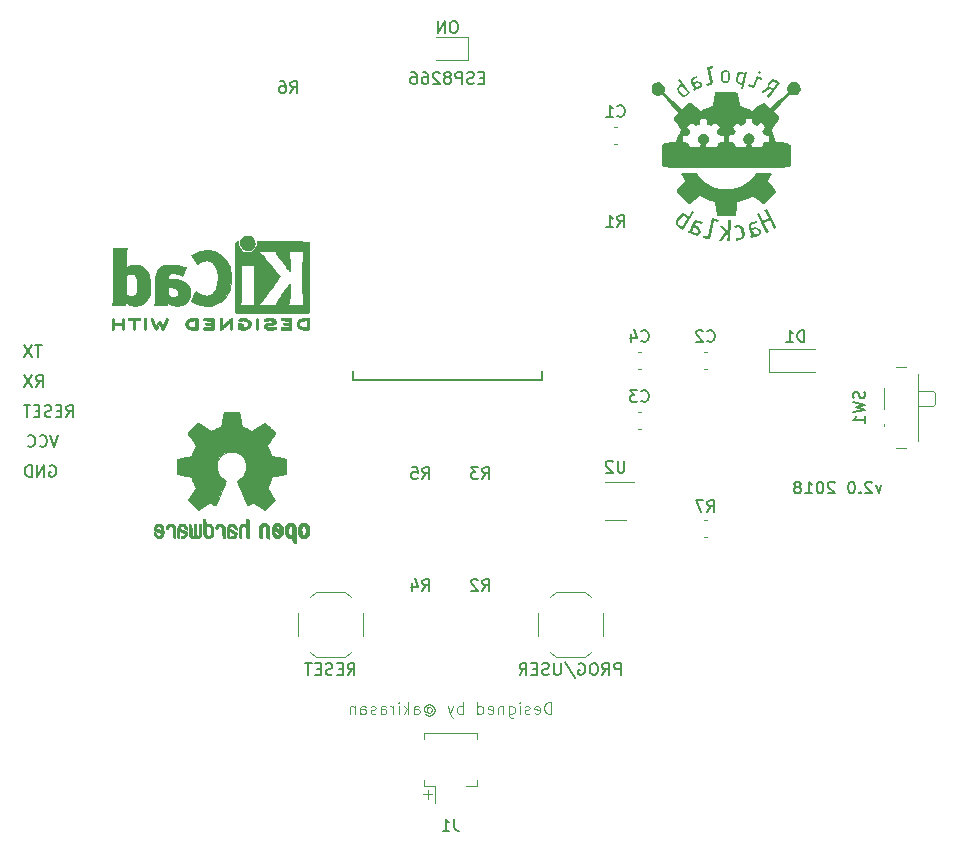
<source format=gbr>
G04 #@! TF.GenerationSoftware,KiCad,Pcbnew,5.0.0-rc2-dev-unknown-5e5e80d~64~ubuntu16.04.1*
G04 #@! TF.CreationDate,2018-05-04T15:58:43+02:00*
G04 #@! TF.ProjectId,ripolab_pcb,7269706F6C61625F7063622E6B696361,rev?*
G04 #@! TF.SameCoordinates,Original*
G04 #@! TF.FileFunction,Legend,Bot*
G04 #@! TF.FilePolarity,Positive*
%FSLAX46Y46*%
G04 Gerber Fmt 4.6, Leading zero omitted, Abs format (unit mm)*
G04 Created by KiCad (PCBNEW 5.0.0-rc2-dev-unknown-5e5e80d~64~ubuntu16.04.1) date Fri May  4 15:58:43 2018*
%MOMM*%
%LPD*%
G01*
G04 APERTURE LIST*
%ADD10C,0.100000*%
%ADD11C,0.150000*%
%ADD12C,0.020000*%
%ADD13C,0.010000*%
%ADD14C,0.120000*%
%ADD15C,0.152400*%
G04 APERTURE END LIST*
D10*
X155843809Y-122626380D02*
X155843809Y-121626380D01*
X155605714Y-121626380D01*
X155462857Y-121674000D01*
X155367619Y-121769238D01*
X155320000Y-121864476D01*
X155272380Y-122054952D01*
X155272380Y-122197809D01*
X155320000Y-122388285D01*
X155367619Y-122483523D01*
X155462857Y-122578761D01*
X155605714Y-122626380D01*
X155843809Y-122626380D01*
X154462857Y-122578761D02*
X154558095Y-122626380D01*
X154748571Y-122626380D01*
X154843809Y-122578761D01*
X154891428Y-122483523D01*
X154891428Y-122102571D01*
X154843809Y-122007333D01*
X154748571Y-121959714D01*
X154558095Y-121959714D01*
X154462857Y-122007333D01*
X154415238Y-122102571D01*
X154415238Y-122197809D01*
X154891428Y-122293047D01*
X154034285Y-122578761D02*
X153939047Y-122626380D01*
X153748571Y-122626380D01*
X153653333Y-122578761D01*
X153605714Y-122483523D01*
X153605714Y-122435904D01*
X153653333Y-122340666D01*
X153748571Y-122293047D01*
X153891428Y-122293047D01*
X153986666Y-122245428D01*
X154034285Y-122150190D01*
X154034285Y-122102571D01*
X153986666Y-122007333D01*
X153891428Y-121959714D01*
X153748571Y-121959714D01*
X153653333Y-122007333D01*
X153177142Y-122626380D02*
X153177142Y-121959714D01*
X153177142Y-121626380D02*
X153224761Y-121674000D01*
X153177142Y-121721619D01*
X153129523Y-121674000D01*
X153177142Y-121626380D01*
X153177142Y-121721619D01*
X152272380Y-121959714D02*
X152272380Y-122769238D01*
X152320000Y-122864476D01*
X152367619Y-122912095D01*
X152462857Y-122959714D01*
X152605714Y-122959714D01*
X152700952Y-122912095D01*
X152272380Y-122578761D02*
X152367619Y-122626380D01*
X152558095Y-122626380D01*
X152653333Y-122578761D01*
X152700952Y-122531142D01*
X152748571Y-122435904D01*
X152748571Y-122150190D01*
X152700952Y-122054952D01*
X152653333Y-122007333D01*
X152558095Y-121959714D01*
X152367619Y-121959714D01*
X152272380Y-122007333D01*
X151796190Y-121959714D02*
X151796190Y-122626380D01*
X151796190Y-122054952D02*
X151748571Y-122007333D01*
X151653333Y-121959714D01*
X151510476Y-121959714D01*
X151415238Y-122007333D01*
X151367619Y-122102571D01*
X151367619Y-122626380D01*
X150510476Y-122578761D02*
X150605714Y-122626380D01*
X150796190Y-122626380D01*
X150891428Y-122578761D01*
X150939047Y-122483523D01*
X150939047Y-122102571D01*
X150891428Y-122007333D01*
X150796190Y-121959714D01*
X150605714Y-121959714D01*
X150510476Y-122007333D01*
X150462857Y-122102571D01*
X150462857Y-122197809D01*
X150939047Y-122293047D01*
X149605714Y-122626380D02*
X149605714Y-121626380D01*
X149605714Y-122578761D02*
X149700952Y-122626380D01*
X149891428Y-122626380D01*
X149986666Y-122578761D01*
X150034285Y-122531142D01*
X150081904Y-122435904D01*
X150081904Y-122150190D01*
X150034285Y-122054952D01*
X149986666Y-122007333D01*
X149891428Y-121959714D01*
X149700952Y-121959714D01*
X149605714Y-122007333D01*
X148367619Y-122626380D02*
X148367619Y-121626380D01*
X148367619Y-122007333D02*
X148272380Y-121959714D01*
X148081904Y-121959714D01*
X147986666Y-122007333D01*
X147939047Y-122054952D01*
X147891428Y-122150190D01*
X147891428Y-122435904D01*
X147939047Y-122531142D01*
X147986666Y-122578761D01*
X148081904Y-122626380D01*
X148272380Y-122626380D01*
X148367619Y-122578761D01*
X147558095Y-121959714D02*
X147320000Y-122626380D01*
X147081904Y-121959714D02*
X147320000Y-122626380D01*
X147415238Y-122864476D01*
X147462857Y-122912095D01*
X147558095Y-122959714D01*
X145320000Y-122150190D02*
X145367619Y-122102571D01*
X145462857Y-122054952D01*
X145558095Y-122054952D01*
X145653333Y-122102571D01*
X145700952Y-122150190D01*
X145748571Y-122245428D01*
X145748571Y-122340666D01*
X145700952Y-122435904D01*
X145653333Y-122483523D01*
X145558095Y-122531142D01*
X145462857Y-122531142D01*
X145367619Y-122483523D01*
X145320000Y-122435904D01*
X145320000Y-122054952D02*
X145320000Y-122435904D01*
X145272380Y-122483523D01*
X145224761Y-122483523D01*
X145129523Y-122435904D01*
X145081904Y-122340666D01*
X145081904Y-122102571D01*
X145177142Y-121959714D01*
X145320000Y-121864476D01*
X145510476Y-121816857D01*
X145700952Y-121864476D01*
X145843809Y-121959714D01*
X145939047Y-122102571D01*
X145986666Y-122293047D01*
X145939047Y-122483523D01*
X145843809Y-122626380D01*
X145700952Y-122721619D01*
X145510476Y-122769238D01*
X145320000Y-122721619D01*
X145177142Y-122626380D01*
X144224761Y-122626380D02*
X144224761Y-122102571D01*
X144272380Y-122007333D01*
X144367619Y-121959714D01*
X144558095Y-121959714D01*
X144653333Y-122007333D01*
X144224761Y-122578761D02*
X144320000Y-122626380D01*
X144558095Y-122626380D01*
X144653333Y-122578761D01*
X144700952Y-122483523D01*
X144700952Y-122388285D01*
X144653333Y-122293047D01*
X144558095Y-122245428D01*
X144320000Y-122245428D01*
X144224761Y-122197809D01*
X143748571Y-122626380D02*
X143748571Y-121626380D01*
X143653333Y-122245428D02*
X143367619Y-122626380D01*
X143367619Y-121959714D02*
X143748571Y-122340666D01*
X142939047Y-122626380D02*
X142939047Y-121959714D01*
X142939047Y-121626380D02*
X142986666Y-121674000D01*
X142939047Y-121721619D01*
X142891428Y-121674000D01*
X142939047Y-121626380D01*
X142939047Y-121721619D01*
X142462857Y-122626380D02*
X142462857Y-121959714D01*
X142462857Y-122150190D02*
X142415238Y-122054952D01*
X142367619Y-122007333D01*
X142272380Y-121959714D01*
X142177142Y-121959714D01*
X141415238Y-122626380D02*
X141415238Y-122102571D01*
X141462857Y-122007333D01*
X141558095Y-121959714D01*
X141748571Y-121959714D01*
X141843809Y-122007333D01*
X141415238Y-122578761D02*
X141510476Y-122626380D01*
X141748571Y-122626380D01*
X141843809Y-122578761D01*
X141891428Y-122483523D01*
X141891428Y-122388285D01*
X141843809Y-122293047D01*
X141748571Y-122245428D01*
X141510476Y-122245428D01*
X141415238Y-122197809D01*
X140986666Y-122578761D02*
X140891428Y-122626380D01*
X140700952Y-122626380D01*
X140605714Y-122578761D01*
X140558095Y-122483523D01*
X140558095Y-122435904D01*
X140605714Y-122340666D01*
X140700952Y-122293047D01*
X140843809Y-122293047D01*
X140939047Y-122245428D01*
X140986666Y-122150190D01*
X140986666Y-122102571D01*
X140939047Y-122007333D01*
X140843809Y-121959714D01*
X140700952Y-121959714D01*
X140605714Y-122007333D01*
X139700952Y-122626380D02*
X139700952Y-122102571D01*
X139748571Y-122007333D01*
X139843809Y-121959714D01*
X140034285Y-121959714D01*
X140129523Y-122007333D01*
X139700952Y-122578761D02*
X139796190Y-122626380D01*
X140034285Y-122626380D01*
X140129523Y-122578761D01*
X140177142Y-122483523D01*
X140177142Y-122388285D01*
X140129523Y-122293047D01*
X140034285Y-122245428D01*
X139796190Y-122245428D01*
X139700952Y-122197809D01*
X139224761Y-121959714D02*
X139224761Y-122626380D01*
X139224761Y-122054952D02*
X139177142Y-122007333D01*
X139081904Y-121959714D01*
X138939047Y-121959714D01*
X138843809Y-122007333D01*
X138796190Y-122102571D01*
X138796190Y-122626380D01*
X145795952Y-129420928D02*
X145034047Y-129420928D01*
X145415000Y-129801880D02*
X145415000Y-129039976D01*
D11*
X147685047Y-63968380D02*
X147494571Y-63968380D01*
X147399333Y-64016000D01*
X147304095Y-64111238D01*
X147256476Y-64301714D01*
X147256476Y-64635047D01*
X147304095Y-64825523D01*
X147399333Y-64920761D01*
X147494571Y-64968380D01*
X147685047Y-64968380D01*
X147780285Y-64920761D01*
X147875523Y-64825523D01*
X147923142Y-64635047D01*
X147923142Y-64301714D01*
X147875523Y-64111238D01*
X147780285Y-64016000D01*
X147685047Y-63968380D01*
X146827904Y-64968380D02*
X146827904Y-63968380D01*
X146256476Y-64968380D01*
X146256476Y-63968380D01*
X112238357Y-94940380D02*
X112571690Y-94464190D01*
X112809785Y-94940380D02*
X112809785Y-93940380D01*
X112428833Y-93940380D01*
X112333595Y-93988000D01*
X112285976Y-94035619D01*
X112238357Y-94130857D01*
X112238357Y-94273714D01*
X112285976Y-94368952D01*
X112333595Y-94416571D01*
X112428833Y-94464190D01*
X112809785Y-94464190D01*
X111905023Y-93940380D02*
X111238357Y-94940380D01*
X111238357Y-93940380D02*
X111905023Y-94940380D01*
X112714547Y-91400380D02*
X112143119Y-91400380D01*
X112428833Y-92400380D02*
X112428833Y-91400380D01*
X111905023Y-91400380D02*
X111238357Y-92400380D01*
X111238357Y-91400380D02*
X111905023Y-92400380D01*
X113381214Y-101608000D02*
X113476452Y-101560380D01*
X113619309Y-101560380D01*
X113762166Y-101608000D01*
X113857404Y-101703238D01*
X113905023Y-101798476D01*
X113952642Y-101988952D01*
X113952642Y-102131809D01*
X113905023Y-102322285D01*
X113857404Y-102417523D01*
X113762166Y-102512761D01*
X113619309Y-102560380D01*
X113524071Y-102560380D01*
X113381214Y-102512761D01*
X113333595Y-102465142D01*
X113333595Y-102131809D01*
X113524071Y-102131809D01*
X112905023Y-102560380D02*
X112905023Y-101560380D01*
X112333595Y-102560380D01*
X112333595Y-101560380D01*
X111857404Y-102560380D02*
X111857404Y-101560380D01*
X111619309Y-101560380D01*
X111476452Y-101608000D01*
X111381214Y-101703238D01*
X111333595Y-101798476D01*
X111285976Y-101988952D01*
X111285976Y-102131809D01*
X111333595Y-102322285D01*
X111381214Y-102417523D01*
X111476452Y-102512761D01*
X111619309Y-102560380D01*
X111857404Y-102560380D01*
X114809785Y-97480380D02*
X115143119Y-97004190D01*
X115381214Y-97480380D02*
X115381214Y-96480380D01*
X115000261Y-96480380D01*
X114905023Y-96528000D01*
X114857404Y-96575619D01*
X114809785Y-96670857D01*
X114809785Y-96813714D01*
X114857404Y-96908952D01*
X114905023Y-96956571D01*
X115000261Y-97004190D01*
X115381214Y-97004190D01*
X114381214Y-96956571D02*
X114047880Y-96956571D01*
X113905023Y-97480380D02*
X114381214Y-97480380D01*
X114381214Y-96480380D01*
X113905023Y-96480380D01*
X113524071Y-97432761D02*
X113381214Y-97480380D01*
X113143119Y-97480380D01*
X113047880Y-97432761D01*
X113000261Y-97385142D01*
X112952642Y-97289904D01*
X112952642Y-97194666D01*
X113000261Y-97099428D01*
X113047880Y-97051809D01*
X113143119Y-97004190D01*
X113333595Y-96956571D01*
X113428833Y-96908952D01*
X113476452Y-96861333D01*
X113524071Y-96766095D01*
X113524071Y-96670857D01*
X113476452Y-96575619D01*
X113428833Y-96528000D01*
X113333595Y-96480380D01*
X113095500Y-96480380D01*
X112952642Y-96528000D01*
X112524071Y-96956571D02*
X112190738Y-96956571D01*
X112047880Y-97480380D02*
X112524071Y-97480380D01*
X112524071Y-96480380D01*
X112047880Y-96480380D01*
X111762166Y-96480380D02*
X111190738Y-96480380D01*
X111476452Y-97480380D02*
X111476452Y-96480380D01*
X114111404Y-99020380D02*
X113778071Y-100020380D01*
X113444738Y-99020380D01*
X112539976Y-99925142D02*
X112587595Y-99972761D01*
X112730452Y-100020380D01*
X112825690Y-100020380D01*
X112968547Y-99972761D01*
X113063785Y-99877523D01*
X113111404Y-99782285D01*
X113159023Y-99591809D01*
X113159023Y-99448952D01*
X113111404Y-99258476D01*
X113063785Y-99163238D01*
X112968547Y-99068000D01*
X112825690Y-99020380D01*
X112730452Y-99020380D01*
X112587595Y-99068000D01*
X112539976Y-99115619D01*
X111539976Y-99925142D02*
X111587595Y-99972761D01*
X111730452Y-100020380D01*
X111825690Y-100020380D01*
X111968547Y-99972761D01*
X112063785Y-99877523D01*
X112111404Y-99782285D01*
X112159023Y-99591809D01*
X112159023Y-99448952D01*
X112111404Y-99258476D01*
X112063785Y-99163238D01*
X111968547Y-99068000D01*
X111825690Y-99020380D01*
X111730452Y-99020380D01*
X111587595Y-99068000D01*
X111539976Y-99115619D01*
X161741904Y-119324380D02*
X161741904Y-118324380D01*
X161360952Y-118324380D01*
X161265714Y-118372000D01*
X161218095Y-118419619D01*
X161170476Y-118514857D01*
X161170476Y-118657714D01*
X161218095Y-118752952D01*
X161265714Y-118800571D01*
X161360952Y-118848190D01*
X161741904Y-118848190D01*
X160170476Y-119324380D02*
X160503809Y-118848190D01*
X160741904Y-119324380D02*
X160741904Y-118324380D01*
X160360952Y-118324380D01*
X160265714Y-118372000D01*
X160218095Y-118419619D01*
X160170476Y-118514857D01*
X160170476Y-118657714D01*
X160218095Y-118752952D01*
X160265714Y-118800571D01*
X160360952Y-118848190D01*
X160741904Y-118848190D01*
X159551428Y-118324380D02*
X159360952Y-118324380D01*
X159265714Y-118372000D01*
X159170476Y-118467238D01*
X159122857Y-118657714D01*
X159122857Y-118991047D01*
X159170476Y-119181523D01*
X159265714Y-119276761D01*
X159360952Y-119324380D01*
X159551428Y-119324380D01*
X159646666Y-119276761D01*
X159741904Y-119181523D01*
X159789523Y-118991047D01*
X159789523Y-118657714D01*
X159741904Y-118467238D01*
X159646666Y-118372000D01*
X159551428Y-118324380D01*
X158170476Y-118372000D02*
X158265714Y-118324380D01*
X158408571Y-118324380D01*
X158551428Y-118372000D01*
X158646666Y-118467238D01*
X158694285Y-118562476D01*
X158741904Y-118752952D01*
X158741904Y-118895809D01*
X158694285Y-119086285D01*
X158646666Y-119181523D01*
X158551428Y-119276761D01*
X158408571Y-119324380D01*
X158313333Y-119324380D01*
X158170476Y-119276761D01*
X158122857Y-119229142D01*
X158122857Y-118895809D01*
X158313333Y-118895809D01*
X156980000Y-118276761D02*
X157837142Y-119562476D01*
X156646666Y-118324380D02*
X156646666Y-119133904D01*
X156599047Y-119229142D01*
X156551428Y-119276761D01*
X156456190Y-119324380D01*
X156265714Y-119324380D01*
X156170476Y-119276761D01*
X156122857Y-119229142D01*
X156075238Y-119133904D01*
X156075238Y-118324380D01*
X155646666Y-119276761D02*
X155503809Y-119324380D01*
X155265714Y-119324380D01*
X155170476Y-119276761D01*
X155122857Y-119229142D01*
X155075238Y-119133904D01*
X155075238Y-119038666D01*
X155122857Y-118943428D01*
X155170476Y-118895809D01*
X155265714Y-118848190D01*
X155456190Y-118800571D01*
X155551428Y-118752952D01*
X155599047Y-118705333D01*
X155646666Y-118610095D01*
X155646666Y-118514857D01*
X155599047Y-118419619D01*
X155551428Y-118372000D01*
X155456190Y-118324380D01*
X155218095Y-118324380D01*
X155075238Y-118372000D01*
X154646666Y-118800571D02*
X154313333Y-118800571D01*
X154170476Y-119324380D02*
X154646666Y-119324380D01*
X154646666Y-118324380D01*
X154170476Y-118324380D01*
X153170476Y-119324380D02*
X153503809Y-118848190D01*
X153741904Y-119324380D02*
X153741904Y-118324380D01*
X153360952Y-118324380D01*
X153265714Y-118372000D01*
X153218095Y-118419619D01*
X153170476Y-118514857D01*
X153170476Y-118657714D01*
X153218095Y-118752952D01*
X153265714Y-118800571D01*
X153360952Y-118848190D01*
X153741904Y-118848190D01*
X138612380Y-119324380D02*
X138945714Y-118848190D01*
X139183809Y-119324380D02*
X139183809Y-118324380D01*
X138802857Y-118324380D01*
X138707619Y-118372000D01*
X138660000Y-118419619D01*
X138612380Y-118514857D01*
X138612380Y-118657714D01*
X138660000Y-118752952D01*
X138707619Y-118800571D01*
X138802857Y-118848190D01*
X139183809Y-118848190D01*
X138183809Y-118800571D02*
X137850476Y-118800571D01*
X137707619Y-119324380D02*
X138183809Y-119324380D01*
X138183809Y-118324380D01*
X137707619Y-118324380D01*
X137326666Y-119276761D02*
X137183809Y-119324380D01*
X136945714Y-119324380D01*
X136850476Y-119276761D01*
X136802857Y-119229142D01*
X136755238Y-119133904D01*
X136755238Y-119038666D01*
X136802857Y-118943428D01*
X136850476Y-118895809D01*
X136945714Y-118848190D01*
X137136190Y-118800571D01*
X137231428Y-118752952D01*
X137279047Y-118705333D01*
X137326666Y-118610095D01*
X137326666Y-118514857D01*
X137279047Y-118419619D01*
X137231428Y-118372000D01*
X137136190Y-118324380D01*
X136898095Y-118324380D01*
X136755238Y-118372000D01*
X136326666Y-118800571D02*
X135993333Y-118800571D01*
X135850476Y-119324380D02*
X136326666Y-119324380D01*
X136326666Y-118324380D01*
X135850476Y-118324380D01*
X135564761Y-118324380D02*
X134993333Y-118324380D01*
X135279047Y-119324380D02*
X135279047Y-118324380D01*
X183800285Y-103290714D02*
X183562190Y-103957380D01*
X183324095Y-103290714D01*
X182990761Y-103052619D02*
X182943142Y-103005000D01*
X182847904Y-102957380D01*
X182609809Y-102957380D01*
X182514571Y-103005000D01*
X182466952Y-103052619D01*
X182419333Y-103147857D01*
X182419333Y-103243095D01*
X182466952Y-103385952D01*
X183038380Y-103957380D01*
X182419333Y-103957380D01*
X181990761Y-103862142D02*
X181943142Y-103909761D01*
X181990761Y-103957380D01*
X182038380Y-103909761D01*
X181990761Y-103862142D01*
X181990761Y-103957380D01*
X181324095Y-102957380D02*
X181228857Y-102957380D01*
X181133619Y-103005000D01*
X181086000Y-103052619D01*
X181038380Y-103147857D01*
X180990761Y-103338333D01*
X180990761Y-103576428D01*
X181038380Y-103766904D01*
X181086000Y-103862142D01*
X181133619Y-103909761D01*
X181228857Y-103957380D01*
X181324095Y-103957380D01*
X181419333Y-103909761D01*
X181466952Y-103862142D01*
X181514571Y-103766904D01*
X181562190Y-103576428D01*
X181562190Y-103338333D01*
X181514571Y-103147857D01*
X181466952Y-103052619D01*
X181419333Y-103005000D01*
X181324095Y-102957380D01*
X179847904Y-103052619D02*
X179800285Y-103005000D01*
X179705047Y-102957380D01*
X179466952Y-102957380D01*
X179371714Y-103005000D01*
X179324095Y-103052619D01*
X179276476Y-103147857D01*
X179276476Y-103243095D01*
X179324095Y-103385952D01*
X179895523Y-103957380D01*
X179276476Y-103957380D01*
X178657428Y-102957380D02*
X178562190Y-102957380D01*
X178466952Y-103005000D01*
X178419333Y-103052619D01*
X178371714Y-103147857D01*
X178324095Y-103338333D01*
X178324095Y-103576428D01*
X178371714Y-103766904D01*
X178419333Y-103862142D01*
X178466952Y-103909761D01*
X178562190Y-103957380D01*
X178657428Y-103957380D01*
X178752666Y-103909761D01*
X178800285Y-103862142D01*
X178847904Y-103766904D01*
X178895523Y-103576428D01*
X178895523Y-103338333D01*
X178847904Y-103147857D01*
X178800285Y-103052619D01*
X178752666Y-103005000D01*
X178657428Y-102957380D01*
X177371714Y-103957380D02*
X177943142Y-103957380D01*
X177657428Y-103957380D02*
X177657428Y-102957380D01*
X177752666Y-103100238D01*
X177847904Y-103195476D01*
X177943142Y-103243095D01*
X176800285Y-103385952D02*
X176895523Y-103338333D01*
X176943142Y-103290714D01*
X176990761Y-103195476D01*
X176990761Y-103147857D01*
X176943142Y-103052619D01*
X176895523Y-103005000D01*
X176800285Y-102957380D01*
X176609809Y-102957380D01*
X176514571Y-103005000D01*
X176466952Y-103052619D01*
X176419333Y-103147857D01*
X176419333Y-103195476D01*
X176466952Y-103290714D01*
X176514571Y-103338333D01*
X176609809Y-103385952D01*
X176800285Y-103385952D01*
X176895523Y-103433571D01*
X176943142Y-103481190D01*
X176990761Y-103576428D01*
X176990761Y-103766904D01*
X176943142Y-103862142D01*
X176895523Y-103909761D01*
X176800285Y-103957380D01*
X176609809Y-103957380D01*
X176514571Y-103909761D01*
X176466952Y-103862142D01*
X176419333Y-103766904D01*
X176419333Y-103576428D01*
X176466952Y-103481190D01*
X176514571Y-103433571D01*
X176609809Y-103385952D01*
X150161238Y-68762571D02*
X149827904Y-68762571D01*
X149685047Y-69286380D02*
X150161238Y-69286380D01*
X150161238Y-68286380D01*
X149685047Y-68286380D01*
X149304095Y-69238761D02*
X149161238Y-69286380D01*
X148923142Y-69286380D01*
X148827904Y-69238761D01*
X148780285Y-69191142D01*
X148732666Y-69095904D01*
X148732666Y-69000666D01*
X148780285Y-68905428D01*
X148827904Y-68857809D01*
X148923142Y-68810190D01*
X149113619Y-68762571D01*
X149208857Y-68714952D01*
X149256476Y-68667333D01*
X149304095Y-68572095D01*
X149304095Y-68476857D01*
X149256476Y-68381619D01*
X149208857Y-68334000D01*
X149113619Y-68286380D01*
X148875523Y-68286380D01*
X148732666Y-68334000D01*
X148304095Y-69286380D02*
X148304095Y-68286380D01*
X147923142Y-68286380D01*
X147827904Y-68334000D01*
X147780285Y-68381619D01*
X147732666Y-68476857D01*
X147732666Y-68619714D01*
X147780285Y-68714952D01*
X147827904Y-68762571D01*
X147923142Y-68810190D01*
X148304095Y-68810190D01*
X147161238Y-68714952D02*
X147256476Y-68667333D01*
X147304095Y-68619714D01*
X147351714Y-68524476D01*
X147351714Y-68476857D01*
X147304095Y-68381619D01*
X147256476Y-68334000D01*
X147161238Y-68286380D01*
X146970761Y-68286380D01*
X146875523Y-68334000D01*
X146827904Y-68381619D01*
X146780285Y-68476857D01*
X146780285Y-68524476D01*
X146827904Y-68619714D01*
X146875523Y-68667333D01*
X146970761Y-68714952D01*
X147161238Y-68714952D01*
X147256476Y-68762571D01*
X147304095Y-68810190D01*
X147351714Y-68905428D01*
X147351714Y-69095904D01*
X147304095Y-69191142D01*
X147256476Y-69238761D01*
X147161238Y-69286380D01*
X146970761Y-69286380D01*
X146875523Y-69238761D01*
X146827904Y-69191142D01*
X146780285Y-69095904D01*
X146780285Y-68905428D01*
X146827904Y-68810190D01*
X146875523Y-68762571D01*
X146970761Y-68714952D01*
X146399333Y-68381619D02*
X146351714Y-68334000D01*
X146256476Y-68286380D01*
X146018380Y-68286380D01*
X145923142Y-68334000D01*
X145875523Y-68381619D01*
X145827904Y-68476857D01*
X145827904Y-68572095D01*
X145875523Y-68714952D01*
X146446952Y-69286380D01*
X145827904Y-69286380D01*
X144970761Y-68286380D02*
X145161238Y-68286380D01*
X145256476Y-68334000D01*
X145304095Y-68381619D01*
X145399333Y-68524476D01*
X145446952Y-68714952D01*
X145446952Y-69095904D01*
X145399333Y-69191142D01*
X145351714Y-69238761D01*
X145256476Y-69286380D01*
X145066000Y-69286380D01*
X144970761Y-69238761D01*
X144923142Y-69191142D01*
X144875523Y-69095904D01*
X144875523Y-68857809D01*
X144923142Y-68762571D01*
X144970761Y-68714952D01*
X145066000Y-68667333D01*
X145256476Y-68667333D01*
X145351714Y-68714952D01*
X145399333Y-68762571D01*
X145446952Y-68857809D01*
X144018380Y-68286380D02*
X144208857Y-68286380D01*
X144304095Y-68334000D01*
X144351714Y-68381619D01*
X144446952Y-68524476D01*
X144494571Y-68714952D01*
X144494571Y-69095904D01*
X144446952Y-69191142D01*
X144399333Y-69238761D01*
X144304095Y-69286380D01*
X144113619Y-69286380D01*
X144018380Y-69238761D01*
X143970761Y-69191142D01*
X143923142Y-69095904D01*
X143923142Y-68857809D01*
X143970761Y-68762571D01*
X144018380Y-68714952D01*
X144113619Y-68667333D01*
X144304095Y-68667333D01*
X144399333Y-68714952D01*
X144446952Y-68762571D01*
X144494571Y-68857809D01*
D12*
G36*
X176380982Y-69127991D02*
X176496623Y-69137624D01*
X176609304Y-69170858D01*
X173797057Y-72717827D01*
X173644355Y-72568844D01*
X173439084Y-72702414D01*
X173233813Y-72835954D01*
X173080986Y-72771231D01*
X172983544Y-72723156D01*
X172925306Y-72660329D01*
X172887081Y-72547922D01*
X172849680Y-72351074D01*
X172832533Y-72252033D01*
X172832540Y-72251912D01*
X172588592Y-72259438D01*
X172344582Y-72266964D01*
X172304717Y-72488136D01*
X172264789Y-72709248D01*
X172099759Y-72773007D01*
X171934728Y-72836707D01*
X171739282Y-72703649D01*
X171543899Y-72570530D01*
X171374989Y-72738418D01*
X171206078Y-72906397D01*
X171342070Y-73098278D01*
X171478125Y-73290219D01*
X171408596Y-73445313D01*
X171334185Y-73608084D01*
X171099500Y-73657424D01*
X170869759Y-73698967D01*
X170877330Y-73937118D01*
X170884901Y-74175298D01*
X171083976Y-74209887D01*
X171233096Y-74243423D01*
X171312152Y-74275393D01*
X171400394Y-74454028D01*
X171459472Y-74601687D01*
X171422924Y-74655844D01*
X172301585Y-74655844D01*
X172412482Y-74394513D01*
X172351901Y-74344752D01*
X172272547Y-74294057D01*
X172186307Y-74179814D01*
X172145752Y-74093416D01*
X172123746Y-74004129D01*
X172119670Y-73914389D01*
X172132901Y-73826697D01*
X172162815Y-73743521D01*
X172208794Y-73667268D01*
X172270214Y-73600438D01*
X172346454Y-73545499D01*
X172467938Y-73497122D01*
X172600233Y-73480264D01*
X172728378Y-73495316D01*
X172837415Y-73542097D01*
X172929845Y-73617687D01*
X172998403Y-73704025D01*
X173042866Y-73798310D01*
X173063012Y-73897652D01*
X173058619Y-73999252D01*
X173029467Y-74100250D01*
X172975331Y-74197816D01*
X172895991Y-74289060D01*
X172776145Y-74402641D01*
X172815885Y-74498221D01*
X172880721Y-74655783D01*
X173758130Y-74655783D01*
X173718077Y-74597924D01*
X173789547Y-74425972D01*
X173861078Y-74253929D01*
X174084561Y-74214584D01*
X174308107Y-74175238D01*
X174308107Y-73940068D01*
X174308107Y-73704898D01*
X174087378Y-73662602D01*
X173925449Y-73625966D01*
X173846059Y-73597367D01*
X173766579Y-73427492D01*
X173707752Y-73280737D01*
X173828786Y-73110109D01*
X173914267Y-72978947D01*
X173949821Y-72903116D01*
X173904945Y-72833697D01*
X173797057Y-72717827D01*
X176609304Y-69170858D01*
X176715090Y-69228146D01*
X176810048Y-69310028D01*
X176894877Y-69423639D01*
X176947912Y-69545710D01*
X176969964Y-69671844D01*
X176961842Y-69797618D01*
X176924358Y-69918665D01*
X176858321Y-70030620D01*
X176764541Y-70129089D01*
X176643829Y-70209647D01*
X176535500Y-70242791D01*
X176398719Y-70252725D01*
X176259515Y-70240082D01*
X176143918Y-70204710D01*
X176042597Y-70155159D01*
X175967623Y-70243935D01*
X175308502Y-70999418D01*
X169981080Y-73136480D01*
X170066561Y-73005288D01*
X170102115Y-72929456D01*
X170057239Y-72860037D01*
X169949351Y-72744168D01*
X169796587Y-72595215D01*
X169591315Y-72728755D01*
X169386107Y-72862325D01*
X169233280Y-72797572D01*
X169135838Y-72749496D01*
X169077600Y-72686700D01*
X169039375Y-72574293D01*
X169001974Y-72377415D01*
X168984827Y-72278404D01*
X168984822Y-72278404D01*
X168984824Y-72278223D01*
X168740814Y-72285749D01*
X168496866Y-72293275D01*
X168456939Y-72514477D01*
X168417074Y-72735589D01*
X168252043Y-72799348D01*
X168086951Y-72863048D01*
X167891567Y-72729959D01*
X167696184Y-72596841D01*
X167527273Y-72764759D01*
X167358300Y-72932708D01*
X167494355Y-73124589D01*
X167630347Y-73316560D01*
X167560880Y-73471624D01*
X167486407Y-73634485D01*
X167251722Y-73683735D01*
X167022043Y-73725308D01*
X167029617Y-73963428D01*
X167037191Y-74201639D01*
X167236205Y-74236228D01*
X167385324Y-74269734D01*
X167464380Y-74301704D01*
X167552622Y-74480339D01*
X167611700Y-74628028D01*
X167592801Y-74656024D01*
X168464953Y-74656024D01*
X168564773Y-74420824D01*
X168504193Y-74371063D01*
X168424838Y-74320398D01*
X168338599Y-74206124D01*
X168298044Y-74119727D01*
X168276038Y-74030439D01*
X168271965Y-73940730D01*
X168285196Y-73853038D01*
X168315110Y-73769831D01*
X168361088Y-73693579D01*
X168422509Y-73626779D01*
X168498749Y-73571839D01*
X168620223Y-73523463D01*
X168752496Y-73506605D01*
X168880620Y-73521656D01*
X168989647Y-73568468D01*
X169082080Y-73644058D01*
X169150644Y-73730396D01*
X169195118Y-73824680D01*
X169215275Y-73924023D01*
X169210895Y-74025623D01*
X169181752Y-74126621D01*
X169127624Y-74224157D01*
X169048286Y-74315431D01*
X168928440Y-74429012D01*
X168968117Y-74524591D01*
X169022251Y-74655994D01*
X169892276Y-74655994D01*
X169870309Y-74624295D01*
X169941841Y-74452312D01*
X170013310Y-74280270D01*
X170236856Y-74240954D01*
X170460339Y-74201609D01*
X170460339Y-73966439D01*
X170460339Y-73731238D01*
X170239672Y-73688943D01*
X170077712Y-73652307D01*
X169998291Y-73623708D01*
X169918873Y-73453833D01*
X169860045Y-73307077D01*
X169981080Y-73136480D01*
X175308502Y-70999418D01*
X174724292Y-71666154D01*
X174934132Y-71878626D01*
X175113007Y-72076649D01*
X175138861Y-72137127D01*
X175143847Y-72205432D01*
X175134752Y-72298362D01*
X175089062Y-72399992D01*
X174978878Y-72556441D01*
X174776299Y-72813918D01*
X174507131Y-73169564D01*
X174636301Y-73459733D01*
X174749115Y-73717030D01*
X174838944Y-73953825D01*
X174918612Y-74183637D01*
X175372774Y-74242670D01*
X175703055Y-74283792D01*
X175901540Y-74320398D01*
X176013454Y-74364229D01*
X176084027Y-74426965D01*
X176152367Y-74506951D01*
X176152367Y-75325741D01*
X176152367Y-76144532D01*
X174662637Y-78058435D01*
X174833425Y-78286380D01*
X174904707Y-78412244D01*
X174870834Y-78468538D01*
X174770329Y-78583895D01*
X174378699Y-78981686D01*
X173945220Y-79393444D01*
X173848991Y-79466837D01*
X173801562Y-79479179D01*
X173320364Y-79124076D01*
X172889857Y-78788029D01*
X172643657Y-78917595D01*
X172424920Y-79022747D01*
X172180794Y-79124407D01*
X171943959Y-79209812D01*
X171747097Y-79266286D01*
X171653567Y-79294584D01*
X171614672Y-79320473D01*
X171547834Y-79884676D01*
X171485674Y-80319163D01*
X171461275Y-80416157D01*
X171436626Y-80457189D01*
X171353552Y-80473445D01*
X171176632Y-80484884D01*
X170667991Y-80493012D01*
X170164166Y-80482175D01*
X169993267Y-80469832D01*
X169918621Y-80452974D01*
X169877091Y-80267023D01*
X169820491Y-79871250D01*
X169735253Y-79310749D01*
X169408759Y-79199576D01*
X169099194Y-79086146D01*
X168788252Y-78947939D01*
X168476340Y-78792062D01*
X168061917Y-79113931D01*
X167585100Y-79468282D01*
X167538450Y-79474905D01*
X167456057Y-79422103D01*
X166994695Y-78982950D01*
X166601878Y-78583986D01*
X166501088Y-78468387D01*
X166467123Y-78411973D01*
X166538415Y-78286109D01*
X166709192Y-78058164D01*
X167054899Y-77622835D01*
X167158974Y-77488241D01*
X167011842Y-77202196D01*
X166864710Y-76885866D01*
X166899883Y-76871717D01*
X167013591Y-76862385D01*
X167525772Y-76855461D01*
X168186832Y-76855461D01*
X168305864Y-77018864D01*
X168444584Y-77191990D01*
X168602250Y-77357681D01*
X168775959Y-77513859D01*
X168962814Y-77658447D01*
X169159914Y-77789368D01*
X169364360Y-77904575D01*
X169573253Y-78001931D01*
X169783692Y-78079387D01*
X170124410Y-78162714D01*
X170488355Y-78207418D01*
X170852497Y-78211934D01*
X171193806Y-78174666D01*
X171472846Y-78109732D01*
X171744068Y-78018638D01*
X172005102Y-77902919D01*
X172253579Y-77763991D01*
X172487130Y-77603327D01*
X172703387Y-77422434D01*
X172899980Y-77222786D01*
X173074541Y-77005829D01*
X173183247Y-76855491D01*
X173845184Y-76855491D01*
X173845182Y-76855732D01*
X174358048Y-76862656D01*
X174471903Y-76871988D01*
X174507119Y-76886137D01*
X174359987Y-77202466D01*
X174212855Y-77488512D01*
X174316930Y-77623105D01*
X174662637Y-78058435D01*
X176152367Y-76144532D01*
X176076767Y-76224186D01*
X176015168Y-76280872D01*
X175931552Y-76316876D01*
X175773583Y-76346377D01*
X175488928Y-76383405D01*
X175167080Y-76409896D01*
X174502967Y-76424647D01*
X170731329Y-76434581D01*
X166885508Y-76430066D01*
X166250343Y-76414412D01*
X165915529Y-76383826D01*
X165576851Y-76333674D01*
X165384640Y-76288819D01*
X165331462Y-76261124D01*
X165291122Y-76227287D01*
X165261850Y-76176743D01*
X165241873Y-76098955D01*
X165222718Y-75819261D01*
X165219485Y-75303766D01*
X165219485Y-74507041D01*
X165287763Y-74427086D01*
X165358227Y-74364410D01*
X165470104Y-74320549D01*
X165668842Y-74283672D01*
X165999891Y-74241978D01*
X166453991Y-74182975D01*
X166532908Y-73953946D01*
X166622737Y-73717150D01*
X166735551Y-73459854D01*
X166864721Y-73168751D01*
X166559380Y-72764699D01*
X166338936Y-72474108D01*
X166237705Y-72315792D01*
X166226398Y-72213500D01*
X166250550Y-72115482D01*
X166314779Y-72011173D01*
X166423699Y-71889976D01*
X166594737Y-71718565D01*
X165997135Y-71038733D01*
X165324559Y-70270216D01*
X165249585Y-70181410D01*
X165159904Y-70223344D01*
X165054023Y-70262660D01*
X164948041Y-70282528D01*
X164843789Y-70282528D01*
X164743093Y-70265068D01*
X164647786Y-70229606D01*
X164559694Y-70176714D01*
X164480649Y-70106843D01*
X164412479Y-70020536D01*
X164377244Y-69959816D01*
X164356346Y-69900060D01*
X164343763Y-69723623D01*
X164348799Y-69588758D01*
X164370170Y-69492456D01*
X164417245Y-69410243D01*
X164499402Y-69317644D01*
X164607527Y-69231548D01*
X164729167Y-69177391D01*
X164858420Y-69154211D01*
X164989381Y-69161135D01*
X165116146Y-69197019D01*
X165232813Y-69260989D01*
X165333477Y-69351992D01*
X165412233Y-69469126D01*
X165452921Y-69571900D01*
X165471950Y-69675667D01*
X165469120Y-69777930D01*
X165444218Y-69876218D01*
X165396217Y-70037755D01*
X165443618Y-70099407D01*
X165588456Y-70237914D01*
X166161040Y-70737064D01*
X166930181Y-71390675D01*
X167159609Y-71165680D01*
X167371022Y-70975124D01*
X167437333Y-70941227D01*
X167507756Y-70927379D01*
X167609685Y-70927379D01*
X167686179Y-70946044D01*
X168124384Y-71271555D01*
X168502946Y-71565638D01*
X168765167Y-71440316D01*
X169026357Y-71327187D01*
X169286106Y-71231186D01*
X169468981Y-71163633D01*
X169545324Y-71118959D01*
X169610097Y-70595817D01*
X169676707Y-70157176D01*
X169708503Y-70075836D01*
X169756040Y-70020596D01*
X169837772Y-69940129D01*
X170685893Y-69940129D01*
X171534077Y-69940129D01*
X171617937Y-70022733D01*
X171666788Y-70078756D01*
X171698877Y-70158320D01*
X171763818Y-70584860D01*
X171826400Y-71105894D01*
X171841473Y-71129375D01*
X171887920Y-71157372D01*
X172085680Y-71231186D01*
X172345952Y-71327428D01*
X172608370Y-71441129D01*
X172872282Y-71567234D01*
X173231944Y-71287841D01*
X173516207Y-71068837D01*
X173675250Y-70958988D01*
X173769802Y-70923466D01*
X173860587Y-70927379D01*
X173931947Y-70940625D01*
X173996073Y-70971451D01*
X174186643Y-71140694D01*
X174390662Y-71340523D01*
X175153733Y-70693715D01*
X175730053Y-70192789D01*
X175864556Y-70062741D01*
X175903662Y-70006507D01*
X175847400Y-69850299D01*
X175822392Y-69749662D01*
X175820793Y-69645624D01*
X175842543Y-69538936D01*
X175887576Y-69430142D01*
X175979204Y-69301208D01*
X176097563Y-69207013D01*
X176234278Y-69148732D01*
X176380978Y-69127359D01*
X176380982Y-69127991D01*
X176380982Y-69127991D01*
G37*
G36*
X174519252Y-69828564D02*
X174612597Y-69695476D01*
X174409071Y-69556908D01*
X174331168Y-69459312D01*
X174368447Y-69337844D01*
X174511577Y-69133771D01*
X174612451Y-69058241D01*
X174732671Y-69095509D01*
X174936197Y-69234076D01*
X174612597Y-69695476D01*
X174519252Y-69828564D01*
X174158314Y-70343217D01*
X174315011Y-70449905D01*
X175186241Y-69207675D01*
X174847631Y-68977141D01*
X174569793Y-68887613D01*
X174343679Y-69043068D01*
X174224196Y-69213425D01*
X174210805Y-69574007D01*
X173578353Y-69948347D01*
X173749459Y-70064848D01*
X174342742Y-69708390D01*
X174519252Y-69828564D01*
X174519252Y-69828564D01*
G37*
G36*
X173420846Y-68215427D02*
X172601927Y-69338687D01*
X172538289Y-69487820D01*
X173008529Y-69682621D01*
X173369144Y-68837520D01*
X173665819Y-68960403D01*
X173729457Y-68811270D01*
X173261235Y-68617312D01*
X172900620Y-69462413D01*
X172601927Y-69338687D01*
X173420846Y-68215427D01*
X173344480Y-68394394D01*
X173536209Y-68473837D01*
X173612575Y-68294871D01*
X173420846Y-68215427D01*
X173420846Y-68215427D01*
G37*
G36*
X172223433Y-68293396D02*
X172213459Y-68344241D01*
X172041802Y-68423594D01*
X172139649Y-68481755D01*
X172158665Y-68566677D01*
X172036087Y-69191449D01*
X171775995Y-69141899D01*
X171662686Y-69082986D01*
X171641791Y-68973529D01*
X171733205Y-68507614D01*
X171793991Y-68413720D01*
X171921428Y-68400776D01*
X172041801Y-68423654D01*
X172041802Y-68423594D01*
X172213459Y-68344241D01*
X172051470Y-68260643D01*
X171974088Y-68245892D01*
X171681010Y-68273587D01*
X171542187Y-68515170D01*
X171467393Y-68896373D01*
X171506979Y-69171972D01*
X171766328Y-69304850D01*
X172004924Y-69350277D01*
X171934286Y-69710317D01*
X172116995Y-69745117D01*
X172395393Y-68326149D01*
X172223432Y-68293396D01*
X172223433Y-68293396D01*
X172223433Y-68293396D01*
G37*
G36*
X170208449Y-68869069D02*
X170388152Y-68435004D01*
X170428217Y-68330875D01*
X170550264Y-68292462D01*
X170666285Y-68289452D01*
X170789415Y-68324372D01*
X170832536Y-68427297D01*
X170839541Y-68901822D01*
X170799476Y-69005950D01*
X170677429Y-69044363D01*
X170561408Y-69047373D01*
X170438278Y-69012483D01*
X170395158Y-68909528D01*
X170388153Y-68435034D01*
X170388152Y-68435004D01*
X170208449Y-68869069D01*
X170304274Y-69130881D01*
X170585686Y-69208819D01*
X170657926Y-69208819D01*
X170939107Y-69122813D01*
X171024975Y-68858382D01*
X171019243Y-68470165D01*
X170925607Y-68208323D01*
X170642006Y-68130384D01*
X170569766Y-68130384D01*
X170290774Y-68216360D01*
X170202717Y-68480791D01*
X170208449Y-68869039D01*
X170208449Y-68869069D01*
X170208449Y-68869069D01*
G37*
G36*
X169382289Y-69359007D02*
X169499058Y-69280316D01*
X169516253Y-69108544D01*
X169266025Y-68003256D01*
X169580135Y-67934228D01*
X169544388Y-67776334D01*
X169048650Y-67885280D01*
X169332242Y-69137955D01*
X169326110Y-69190125D01*
X169271753Y-69217519D01*
X168987558Y-69279984D01*
X169023305Y-69437878D01*
X169382287Y-69358977D01*
X169382289Y-69359007D01*
X169382289Y-69359007D01*
G37*
G36*
X168040168Y-69842713D02*
X168223646Y-69583068D01*
X168135219Y-69589390D01*
X168086731Y-69525781D01*
X167987316Y-69309667D01*
X168236573Y-69198343D01*
X168337682Y-69193527D01*
X168410443Y-69262855D01*
X168455632Y-69361114D01*
X168466045Y-69446458D01*
X168401116Y-69503866D01*
X168223645Y-69583099D01*
X168223646Y-69583068D01*
X168040168Y-69842713D01*
X168090765Y-69801170D01*
X168122729Y-69734821D01*
X168271479Y-69739337D01*
X168448951Y-69660074D01*
X168643178Y-69502300D01*
X168616081Y-69265745D01*
X168598007Y-69226430D01*
X168166790Y-69051919D01*
X167919526Y-69162339D01*
X167874337Y-69064111D01*
X167868846Y-68952878D01*
X167965149Y-68869611D01*
X168274229Y-68731585D01*
X168206446Y-68584258D01*
X167917307Y-68713372D01*
X167696411Y-68902002D01*
X167722920Y-69179077D01*
X167939826Y-69650621D01*
X167938682Y-69705591D01*
X167867240Y-69754088D01*
X167930504Y-69891601D01*
X168040177Y-69842623D01*
X168040168Y-69842713D01*
X168040168Y-69842713D01*
G37*
G36*
X166786232Y-70253117D02*
X167057877Y-70238727D01*
X166962182Y-70179453D01*
X166677308Y-69796805D01*
X166648694Y-69689094D01*
X166725539Y-69588066D01*
X166824397Y-69516630D01*
X166824398Y-69516630D01*
X166934207Y-69485412D01*
X167010363Y-69529363D01*
X167392352Y-70042451D01*
X167178749Y-70196823D01*
X167057877Y-70238727D01*
X166786232Y-70253117D01*
X167018351Y-70411733D01*
X167293518Y-70314528D01*
X167639521Y-70064457D01*
X166733105Y-68846943D01*
X166583052Y-68955376D01*
X166867926Y-69338024D01*
X166709629Y-69398924D01*
X166646078Y-69444862D01*
X166467556Y-69675547D01*
X166553154Y-69940038D01*
X166786232Y-70253117D01*
X166786232Y-70253117D01*
G37*
G36*
X174350296Y-80826096D02*
X174729549Y-81550210D01*
X174925194Y-81447740D01*
X174100732Y-79873582D01*
X173905086Y-79976052D01*
X174263138Y-80659687D01*
X173799886Y-80902314D01*
X173441834Y-80218680D01*
X173246189Y-80321150D01*
X174070651Y-81895308D01*
X174266297Y-81792838D01*
X173887044Y-81068726D01*
X174350296Y-80826096D01*
X174350296Y-80826096D01*
G37*
G36*
X172882645Y-82315328D02*
X173128511Y-82035877D01*
X173025790Y-82031730D01*
X172978383Y-81951001D01*
X172892579Y-81685270D01*
X173194548Y-81587764D01*
X173311681Y-81595375D01*
X173386290Y-81685992D01*
X173425292Y-81806779D01*
X173425944Y-81907939D01*
X173343506Y-81966570D01*
X173128504Y-82035994D01*
X173128511Y-82035877D01*
X172882645Y-82315328D01*
X172946462Y-82273379D01*
X172992110Y-82199954D01*
X173162872Y-82224859D01*
X173377873Y-82155435D01*
X173622621Y-81996377D01*
X173622854Y-81716204D01*
X173607252Y-81667886D01*
X173133646Y-81407332D01*
X172834093Y-81504056D01*
X172795091Y-81383269D01*
X172803534Y-81252490D01*
X172925555Y-81167743D01*
X173299997Y-81046835D01*
X173241494Y-80865653D01*
X172891210Y-80978758D01*
X172611635Y-81170402D01*
X172605338Y-81497887D01*
X172792547Y-82077667D01*
X172783914Y-82141808D01*
X172695160Y-82189140D01*
X172749762Y-82358245D01*
X172882629Y-82315342D01*
X172882645Y-82315328D01*
X172882645Y-82315328D01*
G37*
G36*
X171855657Y-82514924D02*
X172166640Y-82375815D01*
X172225710Y-82052024D01*
X172161358Y-81599637D01*
X172014698Y-81307678D01*
X171676901Y-81258291D01*
X171352690Y-81304410D01*
X171379504Y-81492906D01*
X171728847Y-81443212D01*
X171875668Y-81465905D01*
X171940581Y-81579747D01*
X172019234Y-82132666D01*
X171988643Y-82260096D01*
X171853978Y-82322843D01*
X171504635Y-82372536D01*
X171531448Y-82561031D01*
X171855659Y-82514912D01*
X171855657Y-82514924D01*
X171855657Y-82514924D01*
G37*
G36*
X170782739Y-82047665D02*
X170767072Y-82590692D01*
X170982760Y-82596928D01*
X171034010Y-80820669D01*
X170818321Y-80814464D01*
X170790645Y-81773641D01*
X170405288Y-81310468D01*
X170133774Y-81302650D01*
X170560878Y-81815280D01*
X170061642Y-82570379D01*
X170328079Y-82578084D01*
X170718958Y-81969694D01*
X170782736Y-82047722D01*
X170782739Y-82047665D01*
X170782739Y-82047665D01*
G37*
G36*
X169103555Y-82413209D02*
X169264877Y-82383431D01*
X169365047Y-82206750D01*
X169627171Y-80900035D01*
X169993051Y-80973431D01*
X170030496Y-80786755D01*
X169453053Y-80670922D01*
X169155980Y-82151865D01*
X169124585Y-82205119D01*
X169053888Y-82209062D01*
X168722853Y-82142655D01*
X168685408Y-82329330D01*
X169103557Y-82413209D01*
X169103555Y-82413209D01*
X169103555Y-82413209D01*
G37*
G36*
X167522239Y-81914215D02*
X167889108Y-81851297D01*
X167811816Y-81783514D01*
X167825648Y-81690925D01*
X167925834Y-81430274D01*
X168222028Y-81544121D01*
X168308436Y-81623566D01*
X168309554Y-81740941D01*
X168264015Y-81859418D01*
X168200971Y-81938533D01*
X168099998Y-81932367D01*
X167889108Y-81851306D01*
X167889108Y-81851297D01*
X167522239Y-81914215D01*
X167598243Y-81921672D01*
X167679888Y-81893223D01*
X167797108Y-82019867D01*
X168007998Y-82100928D01*
X168298342Y-82130949D01*
X168474538Y-81913112D01*
X168492752Y-81865721D01*
X168287968Y-81365466D01*
X167994143Y-81252529D01*
X168039681Y-81134053D01*
X168128420Y-81037617D01*
X168276598Y-81048353D01*
X168643879Y-81189523D01*
X168712187Y-81011808D01*
X168368602Y-80879744D01*
X168030689Y-80853213D01*
X167820053Y-81104045D01*
X167601466Y-81672738D01*
X167554453Y-81717220D01*
X167455665Y-81698296D01*
X167391910Y-81864163D01*
X167522236Y-81914257D01*
X167522239Y-81914215D01*
X167522239Y-81914215D01*
G37*
G36*
X166449439Y-80864648D02*
X166588038Y-81148004D01*
X166608902Y-81018625D01*
X166894510Y-80538694D01*
X166998272Y-80458651D01*
X167142506Y-80494261D01*
X167264670Y-80566960D01*
X167264671Y-80566963D01*
X167348196Y-80669843D01*
X167335067Y-80771331D01*
X166952094Y-81414874D01*
X166688132Y-81257791D01*
X166588038Y-81148004D01*
X166449439Y-80864648D01*
X166382680Y-81185317D01*
X166612580Y-81434384D01*
X167040154Y-81688835D01*
X167948905Y-80161785D01*
X167763477Y-80051436D01*
X167477870Y-80531364D01*
X167340221Y-80390371D01*
X167261687Y-80343633D01*
X166930942Y-80259061D01*
X166683118Y-80471978D01*
X166449439Y-80864648D01*
X166449439Y-80864648D01*
G37*
D13*
G36*
X130026240Y-82147293D02*
X129898063Y-82179562D01*
X129782789Y-82236587D01*
X129683189Y-82316172D01*
X129602035Y-82416125D01*
X129542098Y-82534251D01*
X129507134Y-82662475D01*
X129499344Y-82791969D01*
X129519120Y-82916929D01*
X129563988Y-83033899D01*
X129631472Y-83139422D01*
X129719098Y-83230042D01*
X129824393Y-83302303D01*
X129944882Y-83352748D01*
X130013135Y-83369288D01*
X130072378Y-83379302D01*
X130118046Y-83383259D01*
X130161928Y-83380830D01*
X130215814Y-83371684D01*
X130259877Y-83362398D01*
X130384248Y-83320447D01*
X130495647Y-83252383D01*
X130591565Y-83160269D01*
X130669496Y-83046170D01*
X130688067Y-83009905D01*
X130709951Y-82961487D01*
X130723675Y-82920828D01*
X130731085Y-82878049D01*
X130734027Y-82823272D01*
X130734397Y-82761917D01*
X130728957Y-82649606D01*
X130711096Y-82557371D01*
X130677559Y-82476658D01*
X130625090Y-82398914D01*
X130573769Y-82339982D01*
X130478054Y-82252355D01*
X130378078Y-82191868D01*
X130267907Y-82155653D01*
X130164549Y-82141973D01*
X130026240Y-82147293D01*
X130026240Y-82147293D01*
G37*
X130026240Y-82147293D02*
X129898063Y-82179562D01*
X129782789Y-82236587D01*
X129683189Y-82316172D01*
X129602035Y-82416125D01*
X129542098Y-82534251D01*
X129507134Y-82662475D01*
X129499344Y-82791969D01*
X129519120Y-82916929D01*
X129563988Y-83033899D01*
X129631472Y-83139422D01*
X129719098Y-83230042D01*
X129824393Y-83302303D01*
X129944882Y-83352748D01*
X130013135Y-83369288D01*
X130072378Y-83379302D01*
X130118046Y-83383259D01*
X130161928Y-83380830D01*
X130215814Y-83371684D01*
X130259877Y-83362398D01*
X130384248Y-83320447D01*
X130495647Y-83252383D01*
X130591565Y-83160269D01*
X130669496Y-83046170D01*
X130688067Y-83009905D01*
X130709951Y-82961487D01*
X130723675Y-82920828D01*
X130731085Y-82878049D01*
X130734027Y-82823272D01*
X130734397Y-82761917D01*
X130728957Y-82649606D01*
X130711096Y-82557371D01*
X130677559Y-82476658D01*
X130625090Y-82398914D01*
X130573769Y-82339982D01*
X130478054Y-82252355D01*
X130378078Y-82191868D01*
X130267907Y-82155653D01*
X130164549Y-82141973D01*
X130026240Y-82147293D01*
G36*
X118763526Y-85403367D02*
X118763500Y-85715461D01*
X118763465Y-85998962D01*
X118763369Y-86255336D01*
X118763159Y-86486048D01*
X118762784Y-86692565D01*
X118762191Y-86876351D01*
X118761330Y-87038874D01*
X118760147Y-87181598D01*
X118758592Y-87305990D01*
X118756611Y-87413515D01*
X118754154Y-87505640D01*
X118751167Y-87583830D01*
X118747600Y-87649551D01*
X118743401Y-87704269D01*
X118738516Y-87749449D01*
X118732896Y-87786558D01*
X118726487Y-87817062D01*
X118719237Y-87842426D01*
X118711095Y-87864115D01*
X118702010Y-87883597D01*
X118691927Y-87902337D01*
X118680797Y-87921800D01*
X118673883Y-87933924D01*
X118628264Y-88014757D01*
X119770769Y-88014757D01*
X119770769Y-87887006D01*
X119771743Y-87829273D01*
X119774342Y-87785119D01*
X119778082Y-87761446D01*
X119779735Y-87759254D01*
X119794942Y-87768419D01*
X119825183Y-87792175D01*
X119855405Y-87817969D01*
X119928076Y-87872201D01*
X120020577Y-87926792D01*
X120123161Y-87976725D01*
X120226081Y-88016987D01*
X120267157Y-88029833D01*
X120358351Y-88049225D01*
X120468657Y-88062487D01*
X120587671Y-88069202D01*
X120704995Y-88068953D01*
X120810227Y-88061324D01*
X120860414Y-88053592D01*
X121044270Y-88002918D01*
X121213755Y-87926067D01*
X121367954Y-87823737D01*
X121505956Y-87696628D01*
X121626849Y-87545440D01*
X121715786Y-87397927D01*
X121788835Y-87242483D01*
X121844752Y-87083586D01*
X121884689Y-86915843D01*
X121909793Y-86733861D01*
X121921214Y-86532245D01*
X121922181Y-86429136D01*
X121919393Y-86353545D01*
X120815540Y-86353545D01*
X120815263Y-86477452D01*
X120811385Y-86594199D01*
X120803846Y-86696820D01*
X120792589Y-86778349D01*
X120789149Y-86794779D01*
X120746811Y-86937612D01*
X120691348Y-87053473D01*
X120622297Y-87142654D01*
X120539196Y-87205444D01*
X120441582Y-87242137D01*
X120328990Y-87253021D01*
X120200959Y-87238390D01*
X120116449Y-87217458D01*
X120051022Y-87193241D01*
X119978957Y-87158828D01*
X119924822Y-87127272D01*
X119830887Y-87065540D01*
X119830887Y-85534220D01*
X119920631Y-85476216D01*
X120025177Y-85421733D01*
X120137258Y-85386251D01*
X120250589Y-85370376D01*
X120358883Y-85374712D01*
X120455855Y-85399865D01*
X120498397Y-85420593D01*
X120575515Y-85477838D01*
X120640695Y-85553422D01*
X120695487Y-85650108D01*
X120741439Y-85770658D01*
X120780103Y-85917833D01*
X120781809Y-85925645D01*
X120795350Y-86008527D01*
X120805524Y-86112116D01*
X120812274Y-86229444D01*
X120815540Y-86353545D01*
X121919393Y-86353545D01*
X121911728Y-86145801D01*
X121882512Y-85885073D01*
X121834604Y-85647123D01*
X121768072Y-85432124D01*
X121682985Y-85240250D01*
X121579413Y-85071674D01*
X121457425Y-84926568D01*
X121317089Y-84805105D01*
X121256959Y-84763898D01*
X121122559Y-84689145D01*
X120985043Y-84636409D01*
X120838476Y-84604243D01*
X120676927Y-84591203D01*
X120553769Y-84592595D01*
X120381152Y-84607195D01*
X120231249Y-84636239D01*
X120099722Y-84681063D01*
X119982235Y-84743000D01*
X119917177Y-84788549D01*
X119878080Y-84817725D01*
X119849202Y-84837656D01*
X119838272Y-84843515D01*
X119836122Y-84829097D01*
X119834404Y-84788287D01*
X119833100Y-84724747D01*
X119832195Y-84642140D01*
X119831672Y-84544130D01*
X119831513Y-84434379D01*
X119831702Y-84316551D01*
X119832222Y-84194307D01*
X119833056Y-84071313D01*
X119834188Y-83951230D01*
X119835601Y-83837721D01*
X119837277Y-83734450D01*
X119839200Y-83645080D01*
X119841354Y-83573273D01*
X119843720Y-83522693D01*
X119844375Y-83513396D01*
X119854463Y-83419647D01*
X119869855Y-83346224D01*
X119893472Y-83283489D01*
X119928233Y-83221802D01*
X119936577Y-83209047D01*
X119969105Y-83160201D01*
X118763787Y-83160201D01*
X118763526Y-85403367D01*
X118763526Y-85403367D01*
G37*
X118763526Y-85403367D02*
X118763500Y-85715461D01*
X118763465Y-85998962D01*
X118763369Y-86255336D01*
X118763159Y-86486048D01*
X118762784Y-86692565D01*
X118762191Y-86876351D01*
X118761330Y-87038874D01*
X118760147Y-87181598D01*
X118758592Y-87305990D01*
X118756611Y-87413515D01*
X118754154Y-87505640D01*
X118751167Y-87583830D01*
X118747600Y-87649551D01*
X118743401Y-87704269D01*
X118738516Y-87749449D01*
X118732896Y-87786558D01*
X118726487Y-87817062D01*
X118719237Y-87842426D01*
X118711095Y-87864115D01*
X118702010Y-87883597D01*
X118691927Y-87902337D01*
X118680797Y-87921800D01*
X118673883Y-87933924D01*
X118628264Y-88014757D01*
X119770769Y-88014757D01*
X119770769Y-87887006D01*
X119771743Y-87829273D01*
X119774342Y-87785119D01*
X119778082Y-87761446D01*
X119779735Y-87759254D01*
X119794942Y-87768419D01*
X119825183Y-87792175D01*
X119855405Y-87817969D01*
X119928076Y-87872201D01*
X120020577Y-87926792D01*
X120123161Y-87976725D01*
X120226081Y-88016987D01*
X120267157Y-88029833D01*
X120358351Y-88049225D01*
X120468657Y-88062487D01*
X120587671Y-88069202D01*
X120704995Y-88068953D01*
X120810227Y-88061324D01*
X120860414Y-88053592D01*
X121044270Y-88002918D01*
X121213755Y-87926067D01*
X121367954Y-87823737D01*
X121505956Y-87696628D01*
X121626849Y-87545440D01*
X121715786Y-87397927D01*
X121788835Y-87242483D01*
X121844752Y-87083586D01*
X121884689Y-86915843D01*
X121909793Y-86733861D01*
X121921214Y-86532245D01*
X121922181Y-86429136D01*
X121919393Y-86353545D01*
X120815540Y-86353545D01*
X120815263Y-86477452D01*
X120811385Y-86594199D01*
X120803846Y-86696820D01*
X120792589Y-86778349D01*
X120789149Y-86794779D01*
X120746811Y-86937612D01*
X120691348Y-87053473D01*
X120622297Y-87142654D01*
X120539196Y-87205444D01*
X120441582Y-87242137D01*
X120328990Y-87253021D01*
X120200959Y-87238390D01*
X120116449Y-87217458D01*
X120051022Y-87193241D01*
X119978957Y-87158828D01*
X119924822Y-87127272D01*
X119830887Y-87065540D01*
X119830887Y-85534220D01*
X119920631Y-85476216D01*
X120025177Y-85421733D01*
X120137258Y-85386251D01*
X120250589Y-85370376D01*
X120358883Y-85374712D01*
X120455855Y-85399865D01*
X120498397Y-85420593D01*
X120575515Y-85477838D01*
X120640695Y-85553422D01*
X120695487Y-85650108D01*
X120741439Y-85770658D01*
X120780103Y-85917833D01*
X120781809Y-85925645D01*
X120795350Y-86008527D01*
X120805524Y-86112116D01*
X120812274Y-86229444D01*
X120815540Y-86353545D01*
X121919393Y-86353545D01*
X121911728Y-86145801D01*
X121882512Y-85885073D01*
X121834604Y-85647123D01*
X121768072Y-85432124D01*
X121682985Y-85240250D01*
X121579413Y-85071674D01*
X121457425Y-84926568D01*
X121317089Y-84805105D01*
X121256959Y-84763898D01*
X121122559Y-84689145D01*
X120985043Y-84636409D01*
X120838476Y-84604243D01*
X120676927Y-84591203D01*
X120553769Y-84592595D01*
X120381152Y-84607195D01*
X120231249Y-84636239D01*
X120099722Y-84681063D01*
X119982235Y-84743000D01*
X119917177Y-84788549D01*
X119878080Y-84817725D01*
X119849202Y-84837656D01*
X119838272Y-84843515D01*
X119836122Y-84829097D01*
X119834404Y-84788287D01*
X119833100Y-84724747D01*
X119832195Y-84642140D01*
X119831672Y-84544130D01*
X119831513Y-84434379D01*
X119831702Y-84316551D01*
X119832222Y-84194307D01*
X119833056Y-84071313D01*
X119834188Y-83951230D01*
X119835601Y-83837721D01*
X119837277Y-83734450D01*
X119839200Y-83645080D01*
X119841354Y-83573273D01*
X119843720Y-83522693D01*
X119844375Y-83513396D01*
X119854463Y-83419647D01*
X119869855Y-83346224D01*
X119893472Y-83283489D01*
X119928233Y-83221802D01*
X119936577Y-83209047D01*
X119969105Y-83160201D01*
X118763787Y-83160201D01*
X118763526Y-85403367D01*
G36*
X123440508Y-84596971D02*
X123238250Y-84623618D01*
X123058164Y-84668398D01*
X122899089Y-84731669D01*
X122759862Y-84813787D01*
X122656535Y-84898409D01*
X122564884Y-84997108D01*
X122493334Y-85103313D01*
X122436214Y-85226092D01*
X122415612Y-85283433D01*
X122398492Y-85335331D01*
X122383578Y-85383455D01*
X122370698Y-85430246D01*
X122359680Y-85478144D01*
X122350350Y-85529587D01*
X122342537Y-85587016D01*
X122336068Y-85652870D01*
X122330770Y-85729589D01*
X122326470Y-85819612D01*
X122322997Y-85925380D01*
X122320177Y-86049331D01*
X122317838Y-86193906D01*
X122315807Y-86361544D01*
X122313912Y-86554685D01*
X122312245Y-86744757D01*
X122310479Y-86952703D01*
X122308874Y-87132797D01*
X122307263Y-87287244D01*
X122305480Y-87418249D01*
X122303357Y-87528017D01*
X122300728Y-87618753D01*
X122297424Y-87692662D01*
X122293281Y-87751950D01*
X122288130Y-87798822D01*
X122281804Y-87835483D01*
X122274137Y-87864137D01*
X122264962Y-87886990D01*
X122254112Y-87906248D01*
X122241419Y-87924115D01*
X122226717Y-87942796D01*
X122220991Y-87950029D01*
X122199930Y-87980436D01*
X122190562Y-88001142D01*
X122190532Y-88001754D01*
X122205014Y-88004682D01*
X122246267Y-88007378D01*
X122311003Y-88009769D01*
X122395936Y-88011778D01*
X122497777Y-88013329D01*
X122613240Y-88014346D01*
X122739036Y-88014753D01*
X122753557Y-88014757D01*
X123316581Y-88014757D01*
X123320924Y-87886858D01*
X123325266Y-87758958D01*
X123407929Y-87826841D01*
X123537510Y-87916726D01*
X123683828Y-87989541D01*
X123798944Y-88029787D01*
X123890902Y-88049342D01*
X124001874Y-88062647D01*
X124121385Y-88069285D01*
X124238963Y-88068843D01*
X124344133Y-88060905D01*
X124392367Y-88053298D01*
X124578782Y-88002890D01*
X124747100Y-87929874D01*
X124896104Y-87835337D01*
X125024576Y-87720365D01*
X125131301Y-87586046D01*
X125215060Y-87433467D01*
X125274140Y-87265594D01*
X125290562Y-87190261D01*
X125300693Y-87107451D01*
X125305524Y-87007815D01*
X125306183Y-86962686D01*
X125306096Y-86958446D01*
X124294344Y-86958446D01*
X124281971Y-87058367D01*
X124244444Y-87143343D01*
X124179915Y-87217417D01*
X124173182Y-87223292D01*
X124108885Y-87269659D01*
X124040042Y-87299724D01*
X123959186Y-87315595D01*
X123858851Y-87319380D01*
X123834743Y-87318840D01*
X123763091Y-87315309D01*
X123709797Y-87308098D01*
X123663177Y-87294566D01*
X123611548Y-87272072D01*
X123597380Y-87265178D01*
X123516632Y-87217478D01*
X123454299Y-87160719D01*
X123437341Y-87140431D01*
X123377870Y-87065194D01*
X123377870Y-86804413D01*
X123378583Y-86699706D01*
X123380833Y-86622552D01*
X123384785Y-86570478D01*
X123390604Y-86541009D01*
X123396042Y-86532400D01*
X123417245Y-86528188D01*
X123462222Y-86524697D01*
X123524695Y-86522256D01*
X123598381Y-86521194D01*
X123610214Y-86521174D01*
X123771010Y-86528169D01*
X123907701Y-86549693D01*
X124022935Y-86586569D01*
X124119359Y-86639620D01*
X124192491Y-86702127D01*
X124251799Y-86779195D01*
X124284715Y-86863135D01*
X124294344Y-86958446D01*
X125306096Y-86958446D01*
X125303609Y-86837864D01*
X125292499Y-86732821D01*
X125270871Y-86637998D01*
X125236739Y-86543837D01*
X125204791Y-86474111D01*
X125126748Y-86347236D01*
X125022773Y-86230042D01*
X124896030Y-86124662D01*
X124749682Y-86033228D01*
X124586894Y-85957874D01*
X124410829Y-85900732D01*
X124324734Y-85880842D01*
X124143426Y-85851413D01*
X123945792Y-85831997D01*
X123744150Y-85823502D01*
X123575654Y-85825675D01*
X123360125Y-85834700D01*
X123370003Y-85756178D01*
X123395689Y-85624170D01*
X123437139Y-85516702D01*
X123495499Y-85432952D01*
X123571917Y-85372095D01*
X123667539Y-85333308D01*
X123783510Y-85315766D01*
X123920979Y-85318647D01*
X123971538Y-85323974D01*
X124159514Y-85357482D01*
X124341662Y-85412113D01*
X124467515Y-85462706D01*
X124527639Y-85488501D01*
X124578806Y-85509231D01*
X124613889Y-85522071D01*
X124624125Y-85524797D01*
X124637098Y-85512710D01*
X124659357Y-85474142D01*
X124691110Y-85408655D01*
X124732568Y-85315816D01*
X124783939Y-85195187D01*
X124792723Y-85174165D01*
X124832739Y-85077885D01*
X124868659Y-84990885D01*
X124898931Y-84916969D01*
X124922004Y-84859941D01*
X124936326Y-84823607D01*
X124940462Y-84811839D01*
X124927150Y-84805509D01*
X124892167Y-84798483D01*
X124854526Y-84793585D01*
X124814377Y-84787252D01*
X124750754Y-84774677D01*
X124669303Y-84757092D01*
X124575664Y-84735730D01*
X124475480Y-84711825D01*
X124437455Y-84702475D01*
X124297581Y-84668408D01*
X124180869Y-84641698D01*
X124081565Y-84621491D01*
X123993915Y-84606934D01*
X123912164Y-84597173D01*
X123830559Y-84591356D01*
X123743344Y-84588630D01*
X123666102Y-84588100D01*
X123440508Y-84596971D01*
X123440508Y-84596971D01*
G37*
X123440508Y-84596971D02*
X123238250Y-84623618D01*
X123058164Y-84668398D01*
X122899089Y-84731669D01*
X122759862Y-84813787D01*
X122656535Y-84898409D01*
X122564884Y-84997108D01*
X122493334Y-85103313D01*
X122436214Y-85226092D01*
X122415612Y-85283433D01*
X122398492Y-85335331D01*
X122383578Y-85383455D01*
X122370698Y-85430246D01*
X122359680Y-85478144D01*
X122350350Y-85529587D01*
X122342537Y-85587016D01*
X122336068Y-85652870D01*
X122330770Y-85729589D01*
X122326470Y-85819612D01*
X122322997Y-85925380D01*
X122320177Y-86049331D01*
X122317838Y-86193906D01*
X122315807Y-86361544D01*
X122313912Y-86554685D01*
X122312245Y-86744757D01*
X122310479Y-86952703D01*
X122308874Y-87132797D01*
X122307263Y-87287244D01*
X122305480Y-87418249D01*
X122303357Y-87528017D01*
X122300728Y-87618753D01*
X122297424Y-87692662D01*
X122293281Y-87751950D01*
X122288130Y-87798822D01*
X122281804Y-87835483D01*
X122274137Y-87864137D01*
X122264962Y-87886990D01*
X122254112Y-87906248D01*
X122241419Y-87924115D01*
X122226717Y-87942796D01*
X122220991Y-87950029D01*
X122199930Y-87980436D01*
X122190562Y-88001142D01*
X122190532Y-88001754D01*
X122205014Y-88004682D01*
X122246267Y-88007378D01*
X122311003Y-88009769D01*
X122395936Y-88011778D01*
X122497777Y-88013329D01*
X122613240Y-88014346D01*
X122739036Y-88014753D01*
X122753557Y-88014757D01*
X123316581Y-88014757D01*
X123320924Y-87886858D01*
X123325266Y-87758958D01*
X123407929Y-87826841D01*
X123537510Y-87916726D01*
X123683828Y-87989541D01*
X123798944Y-88029787D01*
X123890902Y-88049342D01*
X124001874Y-88062647D01*
X124121385Y-88069285D01*
X124238963Y-88068843D01*
X124344133Y-88060905D01*
X124392367Y-88053298D01*
X124578782Y-88002890D01*
X124747100Y-87929874D01*
X124896104Y-87835337D01*
X125024576Y-87720365D01*
X125131301Y-87586046D01*
X125215060Y-87433467D01*
X125274140Y-87265594D01*
X125290562Y-87190261D01*
X125300693Y-87107451D01*
X125305524Y-87007815D01*
X125306183Y-86962686D01*
X125306096Y-86958446D01*
X124294344Y-86958446D01*
X124281971Y-87058367D01*
X124244444Y-87143343D01*
X124179915Y-87217417D01*
X124173182Y-87223292D01*
X124108885Y-87269659D01*
X124040042Y-87299724D01*
X123959186Y-87315595D01*
X123858851Y-87319380D01*
X123834743Y-87318840D01*
X123763091Y-87315309D01*
X123709797Y-87308098D01*
X123663177Y-87294566D01*
X123611548Y-87272072D01*
X123597380Y-87265178D01*
X123516632Y-87217478D01*
X123454299Y-87160719D01*
X123437341Y-87140431D01*
X123377870Y-87065194D01*
X123377870Y-86804413D01*
X123378583Y-86699706D01*
X123380833Y-86622552D01*
X123384785Y-86570478D01*
X123390604Y-86541009D01*
X123396042Y-86532400D01*
X123417245Y-86528188D01*
X123462222Y-86524697D01*
X123524695Y-86522256D01*
X123598381Y-86521194D01*
X123610214Y-86521174D01*
X123771010Y-86528169D01*
X123907701Y-86549693D01*
X124022935Y-86586569D01*
X124119359Y-86639620D01*
X124192491Y-86702127D01*
X124251799Y-86779195D01*
X124284715Y-86863135D01*
X124294344Y-86958446D01*
X125306096Y-86958446D01*
X125303609Y-86837864D01*
X125292499Y-86732821D01*
X125270871Y-86637998D01*
X125236739Y-86543837D01*
X125204791Y-86474111D01*
X125126748Y-86347236D01*
X125022773Y-86230042D01*
X124896030Y-86124662D01*
X124749682Y-86033228D01*
X124586894Y-85957874D01*
X124410829Y-85900732D01*
X124324734Y-85880842D01*
X124143426Y-85851413D01*
X123945792Y-85831997D01*
X123744150Y-85823502D01*
X123575654Y-85825675D01*
X123360125Y-85834700D01*
X123370003Y-85756178D01*
X123395689Y-85624170D01*
X123437139Y-85516702D01*
X123495499Y-85432952D01*
X123571917Y-85372095D01*
X123667539Y-85333308D01*
X123783510Y-85315766D01*
X123920979Y-85318647D01*
X123971538Y-85323974D01*
X124159514Y-85357482D01*
X124341662Y-85412113D01*
X124467515Y-85462706D01*
X124527639Y-85488501D01*
X124578806Y-85509231D01*
X124613889Y-85522071D01*
X124624125Y-85524797D01*
X124637098Y-85512710D01*
X124659357Y-85474142D01*
X124691110Y-85408655D01*
X124732568Y-85315816D01*
X124783939Y-85195187D01*
X124792723Y-85174165D01*
X124832739Y-85077885D01*
X124868659Y-84990885D01*
X124898931Y-84916969D01*
X124922004Y-84859941D01*
X124936326Y-84823607D01*
X124940462Y-84811839D01*
X124927150Y-84805509D01*
X124892167Y-84798483D01*
X124854526Y-84793585D01*
X124814377Y-84787252D01*
X124750754Y-84774677D01*
X124669303Y-84757092D01*
X124575664Y-84735730D01*
X124475480Y-84711825D01*
X124437455Y-84702475D01*
X124297581Y-84668408D01*
X124180869Y-84641698D01*
X124081565Y-84621491D01*
X123993915Y-84606934D01*
X123912164Y-84597173D01*
X123830559Y-84591356D01*
X123743344Y-84588630D01*
X123666102Y-84588100D01*
X123440508Y-84596971D01*
G36*
X126562742Y-83375473D02*
X126349536Y-83403663D01*
X126131273Y-83457103D01*
X125905204Y-83536325D01*
X125668582Y-83641856D01*
X125653580Y-83649238D01*
X125576768Y-83686550D01*
X125508140Y-83718605D01*
X125452703Y-83743166D01*
X125415464Y-83757992D01*
X125402722Y-83761384D01*
X125377137Y-83768051D01*
X125370997Y-83773651D01*
X125377792Y-83787541D01*
X125399147Y-83822540D01*
X125432604Y-83874980D01*
X125475706Y-83941194D01*
X125525992Y-84017514D01*
X125581005Y-84100273D01*
X125638286Y-84185801D01*
X125695377Y-84270433D01*
X125749817Y-84350500D01*
X125799150Y-84422334D01*
X125840917Y-84482268D01*
X125872658Y-84526635D01*
X125891915Y-84551765D01*
X125894558Y-84554680D01*
X125908029Y-84548491D01*
X125937773Y-84525623D01*
X125978473Y-84490314D01*
X125999434Y-84471040D01*
X126127896Y-84370814D01*
X126269966Y-84297002D01*
X126423744Y-84250270D01*
X126587328Y-84231284D01*
X126679725Y-84232843D01*
X126841005Y-84255690D01*
X126986413Y-84303462D01*
X127116384Y-84376508D01*
X127231353Y-84475176D01*
X127331754Y-84599815D01*
X127418022Y-84750776D01*
X127467839Y-84866059D01*
X127526222Y-85046724D01*
X127569252Y-85243078D01*
X127597040Y-85450057D01*
X127609695Y-85662598D01*
X127607330Y-85875638D01*
X127590055Y-86084113D01*
X127557981Y-86282961D01*
X127511218Y-86467118D01*
X127449877Y-86631520D01*
X127428200Y-86677124D01*
X127337340Y-86829014D01*
X127230219Y-86957481D01*
X127108412Y-87061478D01*
X126973490Y-87139958D01*
X126827029Y-87191874D01*
X126670600Y-87216179D01*
X126615392Y-87217967D01*
X126453554Y-87203428D01*
X126293209Y-87159737D01*
X126136390Y-87087798D01*
X125985133Y-86988512D01*
X125863436Y-86884232D01*
X125801488Y-86824945D01*
X125560155Y-87220709D01*
X125500114Y-87319446D01*
X125445211Y-87410262D01*
X125397394Y-87489895D01*
X125358609Y-87555080D01*
X125330806Y-87602554D01*
X125315930Y-87629055D01*
X125313997Y-87633175D01*
X125324953Y-87646009D01*
X125359007Y-87669016D01*
X125411855Y-87700015D01*
X125479189Y-87736829D01*
X125556706Y-87777278D01*
X125640098Y-87819182D01*
X125725060Y-87860363D01*
X125807286Y-87898642D01*
X125882471Y-87931838D01*
X125946309Y-87957775D01*
X125977533Y-87968997D01*
X126155623Y-88019342D01*
X126339209Y-88052630D01*
X126535858Y-88069943D01*
X126704659Y-88073043D01*
X126795133Y-88071585D01*
X126882471Y-88068792D01*
X126958932Y-88065009D01*
X127016770Y-88060578D01*
X127035549Y-88058337D01*
X127220628Y-88019947D01*
X127409051Y-87959877D01*
X127592090Y-87881702D01*
X127761013Y-87789000D01*
X127864201Y-87718864D01*
X128033826Y-87574809D01*
X128191330Y-87406302D01*
X128333795Y-87217508D01*
X128458303Y-87012591D01*
X128561938Y-86795715D01*
X128620324Y-86639550D01*
X128687222Y-86395076D01*
X128731821Y-86136064D01*
X128754135Y-85868119D01*
X128754179Y-85596845D01*
X128731966Y-85327847D01*
X128687509Y-85066729D01*
X128620824Y-84819095D01*
X128615743Y-84803666D01*
X128532022Y-84587915D01*
X128429844Y-84390983D01*
X128305742Y-84207299D01*
X128156250Y-84031288D01*
X128097850Y-83971027D01*
X127916596Y-83806016D01*
X127730263Y-83669495D01*
X127535991Y-83559979D01*
X127330921Y-83475981D01*
X127112190Y-83416015D01*
X126984970Y-83392730D01*
X126773637Y-83372005D01*
X126562742Y-83375473D01*
X126562742Y-83375473D01*
G37*
X126562742Y-83375473D02*
X126349536Y-83403663D01*
X126131273Y-83457103D01*
X125905204Y-83536325D01*
X125668582Y-83641856D01*
X125653580Y-83649238D01*
X125576768Y-83686550D01*
X125508140Y-83718605D01*
X125452703Y-83743166D01*
X125415464Y-83757992D01*
X125402722Y-83761384D01*
X125377137Y-83768051D01*
X125370997Y-83773651D01*
X125377792Y-83787541D01*
X125399147Y-83822540D01*
X125432604Y-83874980D01*
X125475706Y-83941194D01*
X125525992Y-84017514D01*
X125581005Y-84100273D01*
X125638286Y-84185801D01*
X125695377Y-84270433D01*
X125749817Y-84350500D01*
X125799150Y-84422334D01*
X125840917Y-84482268D01*
X125872658Y-84526635D01*
X125891915Y-84551765D01*
X125894558Y-84554680D01*
X125908029Y-84548491D01*
X125937773Y-84525623D01*
X125978473Y-84490314D01*
X125999434Y-84471040D01*
X126127896Y-84370814D01*
X126269966Y-84297002D01*
X126423744Y-84250270D01*
X126587328Y-84231284D01*
X126679725Y-84232843D01*
X126841005Y-84255690D01*
X126986413Y-84303462D01*
X127116384Y-84376508D01*
X127231353Y-84475176D01*
X127331754Y-84599815D01*
X127418022Y-84750776D01*
X127467839Y-84866059D01*
X127526222Y-85046724D01*
X127569252Y-85243078D01*
X127597040Y-85450057D01*
X127609695Y-85662598D01*
X127607330Y-85875638D01*
X127590055Y-86084113D01*
X127557981Y-86282961D01*
X127511218Y-86467118D01*
X127449877Y-86631520D01*
X127428200Y-86677124D01*
X127337340Y-86829014D01*
X127230219Y-86957481D01*
X127108412Y-87061478D01*
X126973490Y-87139958D01*
X126827029Y-87191874D01*
X126670600Y-87216179D01*
X126615392Y-87217967D01*
X126453554Y-87203428D01*
X126293209Y-87159737D01*
X126136390Y-87087798D01*
X125985133Y-86988512D01*
X125863436Y-86884232D01*
X125801488Y-86824945D01*
X125560155Y-87220709D01*
X125500114Y-87319446D01*
X125445211Y-87410262D01*
X125397394Y-87489895D01*
X125358609Y-87555080D01*
X125330806Y-87602554D01*
X125315930Y-87629055D01*
X125313997Y-87633175D01*
X125324953Y-87646009D01*
X125359007Y-87669016D01*
X125411855Y-87700015D01*
X125479189Y-87736829D01*
X125556706Y-87777278D01*
X125640098Y-87819182D01*
X125725060Y-87860363D01*
X125807286Y-87898642D01*
X125882471Y-87931838D01*
X125946309Y-87957775D01*
X125977533Y-87968997D01*
X126155623Y-88019342D01*
X126339209Y-88052630D01*
X126535858Y-88069943D01*
X126704659Y-88073043D01*
X126795133Y-88071585D01*
X126882471Y-88068792D01*
X126958932Y-88065009D01*
X127016770Y-88060578D01*
X127035549Y-88058337D01*
X127220628Y-88019947D01*
X127409051Y-87959877D01*
X127592090Y-87881702D01*
X127761013Y-87789000D01*
X127864201Y-87718864D01*
X128033826Y-87574809D01*
X128191330Y-87406302D01*
X128333795Y-87217508D01*
X128458303Y-87012591D01*
X128561938Y-86795715D01*
X128620324Y-86639550D01*
X128687222Y-86395076D01*
X128731821Y-86136064D01*
X128754135Y-85868119D01*
X128754179Y-85596845D01*
X128731966Y-85327847D01*
X128687509Y-85066729D01*
X128620824Y-84819095D01*
X128615743Y-84803666D01*
X128532022Y-84587915D01*
X128429844Y-84390983D01*
X128305742Y-84207299D01*
X128156250Y-84031288D01*
X128097850Y-83971027D01*
X127916596Y-83806016D01*
X127730263Y-83669495D01*
X127535991Y-83559979D01*
X127330921Y-83475981D01*
X127112190Y-83416015D01*
X126984970Y-83392730D01*
X126773637Y-83372005D01*
X126562742Y-83375473D01*
G36*
X130922722Y-82763024D02*
X130908256Y-82914719D01*
X130866163Y-83058003D01*
X130798393Y-83189807D01*
X130706899Y-83307058D01*
X130593635Y-83406687D01*
X130464510Y-83483729D01*
X130323028Y-83536479D01*
X130180554Y-83561201D01*
X130039896Y-83559684D01*
X129903864Y-83533717D01*
X129775267Y-83485090D01*
X129656914Y-83415593D01*
X129551614Y-83327014D01*
X129462177Y-83221143D01*
X129391412Y-83099770D01*
X129342129Y-82964683D01*
X129317135Y-82817674D01*
X129314556Y-82751244D01*
X129314556Y-82634165D01*
X129245420Y-82634165D01*
X129197081Y-82637953D01*
X129161271Y-82653662D01*
X129125183Y-82685266D01*
X129074083Y-82736367D01*
X129074083Y-85654138D01*
X129074095Y-86003138D01*
X129074138Y-86323332D01*
X129074223Y-86615974D01*
X129074361Y-86882318D01*
X129074562Y-87123617D01*
X129074838Y-87341125D01*
X129075200Y-87536095D01*
X129075658Y-87709780D01*
X129076223Y-87863435D01*
X129076906Y-87998313D01*
X129077717Y-88115668D01*
X129078669Y-88216753D01*
X129079771Y-88302821D01*
X129081035Y-88375127D01*
X129082470Y-88434923D01*
X129084089Y-88483464D01*
X129085902Y-88522003D01*
X129087920Y-88551793D01*
X129090154Y-88574089D01*
X129092614Y-88590143D01*
X129095312Y-88601210D01*
X129098258Y-88608542D01*
X129099699Y-88611005D01*
X129105241Y-88620340D01*
X129109947Y-88628923D01*
X129115045Y-88636784D01*
X129121765Y-88643955D01*
X129131336Y-88650467D01*
X129144986Y-88656353D01*
X129163945Y-88661642D01*
X129189442Y-88666368D01*
X129222705Y-88670560D01*
X129264964Y-88674251D01*
X129317448Y-88677472D01*
X129381386Y-88680254D01*
X129458007Y-88682630D01*
X129548540Y-88684629D01*
X129654214Y-88686284D01*
X129776258Y-88687627D01*
X129915901Y-88688687D01*
X130074372Y-88689498D01*
X130252900Y-88690090D01*
X130452715Y-88690495D01*
X130675045Y-88690744D01*
X130921119Y-88690869D01*
X131192166Y-88690901D01*
X131489416Y-88690871D01*
X131814097Y-88690811D01*
X132167438Y-88690752D01*
X132218541Y-88690746D01*
X132573985Y-88690689D01*
X132900594Y-88690595D01*
X133199592Y-88690455D01*
X133472204Y-88690259D01*
X133719653Y-88689997D01*
X133943164Y-88689660D01*
X134143960Y-88689239D01*
X134323266Y-88688723D01*
X134482307Y-88688104D01*
X134622306Y-88687371D01*
X134744487Y-88686515D01*
X134850075Y-88685526D01*
X134940293Y-88684394D01*
X135016366Y-88683111D01*
X135079519Y-88681666D01*
X135130975Y-88680049D01*
X135171958Y-88678252D01*
X135203692Y-88676265D01*
X135227402Y-88674077D01*
X135244312Y-88671679D01*
X135255646Y-88669063D01*
X135261448Y-88666841D01*
X135272714Y-88662088D01*
X135283058Y-88658578D01*
X135292517Y-88655068D01*
X135301132Y-88650313D01*
X135308942Y-88643069D01*
X135315985Y-88632091D01*
X135322302Y-88616135D01*
X135327931Y-88593955D01*
X135332912Y-88564309D01*
X135337284Y-88525951D01*
X135341086Y-88477637D01*
X135344358Y-88418122D01*
X135347139Y-88346163D01*
X135349467Y-88260513D01*
X135351383Y-88159931D01*
X135352925Y-88043169D01*
X135354134Y-87908985D01*
X135355047Y-87756134D01*
X135355705Y-87583371D01*
X135356146Y-87389452D01*
X135356411Y-87173133D01*
X135356536Y-86933168D01*
X135356564Y-86668314D01*
X135356533Y-86377326D01*
X135356481Y-86058960D01*
X135356449Y-85711970D01*
X135356449Y-85655852D01*
X135356467Y-85305841D01*
X135356501Y-84984636D01*
X135356515Y-84690983D01*
X135356476Y-84423628D01*
X135356351Y-84181317D01*
X135356103Y-83962797D01*
X135355700Y-83766813D01*
X135355107Y-83592113D01*
X135354335Y-83445763D01*
X134951149Y-83445763D01*
X134898174Y-83522775D01*
X134883302Y-83543768D01*
X134869895Y-83562356D01*
X134857876Y-83580120D01*
X134847170Y-83598638D01*
X134837703Y-83619491D01*
X134829397Y-83644257D01*
X134822178Y-83674517D01*
X134815969Y-83711850D01*
X134810696Y-83757835D01*
X134806282Y-83814052D01*
X134802652Y-83882080D01*
X134799730Y-83963500D01*
X134797441Y-84059890D01*
X134795709Y-84172830D01*
X134794458Y-84303899D01*
X134793614Y-84454678D01*
X134793099Y-84626746D01*
X134792839Y-84821681D01*
X134792757Y-85041065D01*
X134792779Y-85286476D01*
X134792828Y-85559494D01*
X134792840Y-85722745D01*
X134792808Y-86011583D01*
X134792763Y-86271943D01*
X134792779Y-86505406D01*
X134792931Y-86713554D01*
X134793294Y-86897969D01*
X134793943Y-87060231D01*
X134794953Y-87201922D01*
X134796399Y-87324624D01*
X134798355Y-87429917D01*
X134800896Y-87519383D01*
X134804097Y-87594603D01*
X134808033Y-87657159D01*
X134812780Y-87708632D01*
X134818410Y-87750603D01*
X134825001Y-87784653D01*
X134832626Y-87812365D01*
X134841360Y-87835318D01*
X134851279Y-87855096D01*
X134862456Y-87873278D01*
X134874967Y-87891446D01*
X134888888Y-87911182D01*
X134896997Y-87923019D01*
X134948618Y-87999728D01*
X134240914Y-87999728D01*
X134076826Y-87999681D01*
X133940367Y-87999481D01*
X133829109Y-87999033D01*
X133740621Y-87998244D01*
X133672476Y-87997020D01*
X133622243Y-87995269D01*
X133587493Y-87992897D01*
X133565798Y-87989810D01*
X133554727Y-87985916D01*
X133551851Y-87981120D01*
X133554741Y-87975330D01*
X133556333Y-87973426D01*
X133589817Y-87924070D01*
X133624296Y-87853773D01*
X133655729Y-87771227D01*
X133666738Y-87736061D01*
X133672884Y-87712175D01*
X133678078Y-87684135D01*
X133682430Y-87649165D01*
X133686048Y-87604489D01*
X133689043Y-87547329D01*
X133691523Y-87474910D01*
X133693598Y-87384455D01*
X133695377Y-87273188D01*
X133696970Y-87138331D01*
X133698486Y-86977109D01*
X133698988Y-86917597D01*
X133700342Y-86750976D01*
X133701352Y-86612026D01*
X133701941Y-86498361D01*
X133702031Y-86407596D01*
X133701544Y-86337344D01*
X133700403Y-86285219D01*
X133698530Y-86248834D01*
X133695847Y-86225804D01*
X133692276Y-86213742D01*
X133687739Y-86210261D01*
X133682159Y-86212976D01*
X133676203Y-86218722D01*
X133662417Y-86235943D01*
X133633050Y-86274651D01*
X133590179Y-86332010D01*
X133535882Y-86405181D01*
X133472237Y-86491326D01*
X133401323Y-86587609D01*
X133325216Y-86691192D01*
X133245995Y-86799237D01*
X133165738Y-86908907D01*
X133086522Y-87017364D01*
X133010426Y-87121770D01*
X132939527Y-87219289D01*
X132875903Y-87307083D01*
X132821633Y-87382314D01*
X132778793Y-87442144D01*
X132749462Y-87483737D01*
X132743380Y-87492567D01*
X132712864Y-87541698D01*
X132677172Y-87605590D01*
X132643357Y-87671542D01*
X132639069Y-87680437D01*
X132610208Y-87744602D01*
X132593452Y-87794610D01*
X132585823Y-87842307D01*
X132584334Y-87898278D01*
X132585178Y-87999728D01*
X131048204Y-87999728D01*
X131169575Y-87874938D01*
X131231879Y-87808510D01*
X131298830Y-87733316D01*
X131360132Y-87661063D01*
X131387325Y-87627310D01*
X131427849Y-87574661D01*
X131481176Y-87503817D01*
X131545747Y-87416947D01*
X131620001Y-87316222D01*
X131702381Y-87203809D01*
X131791326Y-87081879D01*
X131885278Y-86952602D01*
X131982678Y-86818146D01*
X132081965Y-86680681D01*
X132181581Y-86542377D01*
X132279967Y-86405403D01*
X132375564Y-86271929D01*
X132466812Y-86144124D01*
X132552152Y-86024157D01*
X132630025Y-85914199D01*
X132698871Y-85816418D01*
X132757132Y-85732984D01*
X132803249Y-85666066D01*
X132835661Y-85617834D01*
X132852810Y-85590458D01*
X132855150Y-85584996D01*
X132844554Y-85569917D01*
X132816868Y-85533730D01*
X132773909Y-85478701D01*
X132717490Y-85407093D01*
X132649426Y-85321171D01*
X132571533Y-85223198D01*
X132485625Y-85115438D01*
X132393517Y-85000155D01*
X132297023Y-84879614D01*
X132197959Y-84756079D01*
X132118438Y-84657082D01*
X130772426Y-84657082D01*
X130764558Y-84674333D01*
X130745480Y-84703955D01*
X130744086Y-84705928D01*
X130719073Y-84746073D01*
X130692916Y-84795109D01*
X130687725Y-84805941D01*
X130683017Y-84817163D01*
X130678857Y-84830634D01*
X130675203Y-84848210D01*
X130672015Y-84871745D01*
X130669255Y-84903094D01*
X130666881Y-84944112D01*
X130664853Y-84996652D01*
X130663132Y-85062571D01*
X130661676Y-85143723D01*
X130660447Y-85241962D01*
X130659404Y-85359143D01*
X130658506Y-85497121D01*
X130657714Y-85657751D01*
X130656988Y-85842888D01*
X130656287Y-86054386D01*
X130655577Y-86292509D01*
X130654860Y-86538967D01*
X130654282Y-86757229D01*
X130653931Y-86949155D01*
X130653898Y-87116607D01*
X130654272Y-87261449D01*
X130655143Y-87385540D01*
X130656601Y-87490744D01*
X130658736Y-87578922D01*
X130661637Y-87651936D01*
X130665394Y-87711648D01*
X130670097Y-87759920D01*
X130675835Y-87798614D01*
X130682699Y-87829591D01*
X130690778Y-87854714D01*
X130700162Y-87875845D01*
X130710940Y-87894845D01*
X130723203Y-87913576D01*
X130734520Y-87930175D01*
X130757334Y-87965182D01*
X130770843Y-87988593D01*
X130772426Y-87992880D01*
X130757905Y-87994314D01*
X130716375Y-87995646D01*
X130650889Y-87996845D01*
X130564495Y-87997877D01*
X130460246Y-87998712D01*
X130341192Y-87999317D01*
X130210384Y-87999660D01*
X130118639Y-87999728D01*
X129978855Y-87999434D01*
X129849924Y-87998593D01*
X129734758Y-87997263D01*
X129636270Y-87995503D01*
X129557376Y-87993372D01*
X129500988Y-87990928D01*
X129470020Y-87988231D01*
X129464852Y-87986538D01*
X129475100Y-87966697D01*
X129485749Y-87956006D01*
X129503286Y-87933204D01*
X129526237Y-87892929D01*
X129542110Y-87860231D01*
X129577574Y-87781799D01*
X129581668Y-86214964D01*
X129585762Y-84648130D01*
X130179094Y-84648130D01*
X130309323Y-84648349D01*
X130429670Y-84648973D01*
X130536932Y-84649953D01*
X130627907Y-84651243D01*
X130699393Y-84652792D01*
X130748186Y-84654554D01*
X130771085Y-84656479D01*
X130772426Y-84657082D01*
X132118438Y-84657082D01*
X132098140Y-84631813D01*
X131999380Y-84509081D01*
X131903493Y-84390147D01*
X131812296Y-84277274D01*
X131727602Y-84172728D01*
X131651227Y-84078771D01*
X131584984Y-83997668D01*
X131530690Y-83931684D01*
X131507838Y-83904165D01*
X131392952Y-83770149D01*
X131290971Y-83659303D01*
X131199355Y-83569009D01*
X131115566Y-83496651D01*
X131103077Y-83486842D01*
X131050473Y-83446096D01*
X131803864Y-83445930D01*
X132557254Y-83445763D01*
X132550213Y-83509639D01*
X132554610Y-83585984D01*
X132583276Y-83676882D01*
X132636496Y-83783057D01*
X132696817Y-83879292D01*
X132718409Y-83909441D01*
X132755758Y-83959441D01*
X132806637Y-84026442D01*
X132868820Y-84107591D01*
X132940081Y-84200038D01*
X133018192Y-84300933D01*
X133100928Y-84407423D01*
X133186063Y-84516658D01*
X133271369Y-84625787D01*
X133354621Y-84731959D01*
X133433592Y-84832323D01*
X133506055Y-84924027D01*
X133569785Y-85004221D01*
X133622555Y-85070054D01*
X133662138Y-85118674D01*
X133686309Y-85147230D01*
X133690381Y-85151621D01*
X133694188Y-85140962D01*
X133697135Y-85100630D01*
X133699217Y-85031000D01*
X133700429Y-84932447D01*
X133700766Y-84805344D01*
X133700223Y-84650068D01*
X133699013Y-84490319D01*
X133697253Y-84314431D01*
X133695223Y-84165667D01*
X133692593Y-84041092D01*
X133689031Y-83937771D01*
X133684206Y-83852769D01*
X133677787Y-83783152D01*
X133669444Y-83725984D01*
X133658844Y-83678331D01*
X133645657Y-83637257D01*
X133629552Y-83599827D01*
X133610197Y-83563107D01*
X133590650Y-83529771D01*
X133540063Y-83445763D01*
X134951149Y-83445763D01*
X135354335Y-83445763D01*
X135354291Y-83437442D01*
X135353218Y-83301547D01*
X135351853Y-83183174D01*
X135350162Y-83081069D01*
X135348112Y-82993979D01*
X135345668Y-82920650D01*
X135342796Y-82859829D01*
X135339462Y-82810260D01*
X135335633Y-82770692D01*
X135331274Y-82739870D01*
X135326351Y-82716540D01*
X135320830Y-82699448D01*
X135314678Y-82687342D01*
X135307859Y-82678967D01*
X135300340Y-82673070D01*
X135292087Y-82668396D01*
X135283067Y-82663693D01*
X135275084Y-82658942D01*
X135268117Y-82655512D01*
X135257232Y-82652412D01*
X135240972Y-82649625D01*
X135217879Y-82647134D01*
X135186497Y-82644923D01*
X135145368Y-82642976D01*
X135093034Y-82641276D01*
X135028039Y-82639807D01*
X134948925Y-82638552D01*
X134854236Y-82637494D01*
X134742512Y-82636618D01*
X134612299Y-82635907D01*
X134462137Y-82635345D01*
X134290570Y-82634914D01*
X134096141Y-82634599D01*
X133877392Y-82634383D01*
X133632866Y-82634250D01*
X133361105Y-82634183D01*
X133079996Y-82634165D01*
X130922722Y-82634165D01*
X130922722Y-82763024D01*
X130922722Y-82763024D01*
G37*
X130922722Y-82763024D02*
X130908256Y-82914719D01*
X130866163Y-83058003D01*
X130798393Y-83189807D01*
X130706899Y-83307058D01*
X130593635Y-83406687D01*
X130464510Y-83483729D01*
X130323028Y-83536479D01*
X130180554Y-83561201D01*
X130039896Y-83559684D01*
X129903864Y-83533717D01*
X129775267Y-83485090D01*
X129656914Y-83415593D01*
X129551614Y-83327014D01*
X129462177Y-83221143D01*
X129391412Y-83099770D01*
X129342129Y-82964683D01*
X129317135Y-82817674D01*
X129314556Y-82751244D01*
X129314556Y-82634165D01*
X129245420Y-82634165D01*
X129197081Y-82637953D01*
X129161271Y-82653662D01*
X129125183Y-82685266D01*
X129074083Y-82736367D01*
X129074083Y-85654138D01*
X129074095Y-86003138D01*
X129074138Y-86323332D01*
X129074223Y-86615974D01*
X129074361Y-86882318D01*
X129074562Y-87123617D01*
X129074838Y-87341125D01*
X129075200Y-87536095D01*
X129075658Y-87709780D01*
X129076223Y-87863435D01*
X129076906Y-87998313D01*
X129077717Y-88115668D01*
X129078669Y-88216753D01*
X129079771Y-88302821D01*
X129081035Y-88375127D01*
X129082470Y-88434923D01*
X129084089Y-88483464D01*
X129085902Y-88522003D01*
X129087920Y-88551793D01*
X129090154Y-88574089D01*
X129092614Y-88590143D01*
X129095312Y-88601210D01*
X129098258Y-88608542D01*
X129099699Y-88611005D01*
X129105241Y-88620340D01*
X129109947Y-88628923D01*
X129115045Y-88636784D01*
X129121765Y-88643955D01*
X129131336Y-88650467D01*
X129144986Y-88656353D01*
X129163945Y-88661642D01*
X129189442Y-88666368D01*
X129222705Y-88670560D01*
X129264964Y-88674251D01*
X129317448Y-88677472D01*
X129381386Y-88680254D01*
X129458007Y-88682630D01*
X129548540Y-88684629D01*
X129654214Y-88686284D01*
X129776258Y-88687627D01*
X129915901Y-88688687D01*
X130074372Y-88689498D01*
X130252900Y-88690090D01*
X130452715Y-88690495D01*
X130675045Y-88690744D01*
X130921119Y-88690869D01*
X131192166Y-88690901D01*
X131489416Y-88690871D01*
X131814097Y-88690811D01*
X132167438Y-88690752D01*
X132218541Y-88690746D01*
X132573985Y-88690689D01*
X132900594Y-88690595D01*
X133199592Y-88690455D01*
X133472204Y-88690259D01*
X133719653Y-88689997D01*
X133943164Y-88689660D01*
X134143960Y-88689239D01*
X134323266Y-88688723D01*
X134482307Y-88688104D01*
X134622306Y-88687371D01*
X134744487Y-88686515D01*
X134850075Y-88685526D01*
X134940293Y-88684394D01*
X135016366Y-88683111D01*
X135079519Y-88681666D01*
X135130975Y-88680049D01*
X135171958Y-88678252D01*
X135203692Y-88676265D01*
X135227402Y-88674077D01*
X135244312Y-88671679D01*
X135255646Y-88669063D01*
X135261448Y-88666841D01*
X135272714Y-88662088D01*
X135283058Y-88658578D01*
X135292517Y-88655068D01*
X135301132Y-88650313D01*
X135308942Y-88643069D01*
X135315985Y-88632091D01*
X135322302Y-88616135D01*
X135327931Y-88593955D01*
X135332912Y-88564309D01*
X135337284Y-88525951D01*
X135341086Y-88477637D01*
X135344358Y-88418122D01*
X135347139Y-88346163D01*
X135349467Y-88260513D01*
X135351383Y-88159931D01*
X135352925Y-88043169D01*
X135354134Y-87908985D01*
X135355047Y-87756134D01*
X135355705Y-87583371D01*
X135356146Y-87389452D01*
X135356411Y-87173133D01*
X135356536Y-86933168D01*
X135356564Y-86668314D01*
X135356533Y-86377326D01*
X135356481Y-86058960D01*
X135356449Y-85711970D01*
X135356449Y-85655852D01*
X135356467Y-85305841D01*
X135356501Y-84984636D01*
X135356515Y-84690983D01*
X135356476Y-84423628D01*
X135356351Y-84181317D01*
X135356103Y-83962797D01*
X135355700Y-83766813D01*
X135355107Y-83592113D01*
X135354335Y-83445763D01*
X134951149Y-83445763D01*
X134898174Y-83522775D01*
X134883302Y-83543768D01*
X134869895Y-83562356D01*
X134857876Y-83580120D01*
X134847170Y-83598638D01*
X134837703Y-83619491D01*
X134829397Y-83644257D01*
X134822178Y-83674517D01*
X134815969Y-83711850D01*
X134810696Y-83757835D01*
X134806282Y-83814052D01*
X134802652Y-83882080D01*
X134799730Y-83963500D01*
X134797441Y-84059890D01*
X134795709Y-84172830D01*
X134794458Y-84303899D01*
X134793614Y-84454678D01*
X134793099Y-84626746D01*
X134792839Y-84821681D01*
X134792757Y-85041065D01*
X134792779Y-85286476D01*
X134792828Y-85559494D01*
X134792840Y-85722745D01*
X134792808Y-86011583D01*
X134792763Y-86271943D01*
X134792779Y-86505406D01*
X134792931Y-86713554D01*
X134793294Y-86897969D01*
X134793943Y-87060231D01*
X134794953Y-87201922D01*
X134796399Y-87324624D01*
X134798355Y-87429917D01*
X134800896Y-87519383D01*
X134804097Y-87594603D01*
X134808033Y-87657159D01*
X134812780Y-87708632D01*
X134818410Y-87750603D01*
X134825001Y-87784653D01*
X134832626Y-87812365D01*
X134841360Y-87835318D01*
X134851279Y-87855096D01*
X134862456Y-87873278D01*
X134874967Y-87891446D01*
X134888888Y-87911182D01*
X134896997Y-87923019D01*
X134948618Y-87999728D01*
X134240914Y-87999728D01*
X134076826Y-87999681D01*
X133940367Y-87999481D01*
X133829109Y-87999033D01*
X133740621Y-87998244D01*
X133672476Y-87997020D01*
X133622243Y-87995269D01*
X133587493Y-87992897D01*
X133565798Y-87989810D01*
X133554727Y-87985916D01*
X133551851Y-87981120D01*
X133554741Y-87975330D01*
X133556333Y-87973426D01*
X133589817Y-87924070D01*
X133624296Y-87853773D01*
X133655729Y-87771227D01*
X133666738Y-87736061D01*
X133672884Y-87712175D01*
X133678078Y-87684135D01*
X133682430Y-87649165D01*
X133686048Y-87604489D01*
X133689043Y-87547329D01*
X133691523Y-87474910D01*
X133693598Y-87384455D01*
X133695377Y-87273188D01*
X133696970Y-87138331D01*
X133698486Y-86977109D01*
X133698988Y-86917597D01*
X133700342Y-86750976D01*
X133701352Y-86612026D01*
X133701941Y-86498361D01*
X133702031Y-86407596D01*
X133701544Y-86337344D01*
X133700403Y-86285219D01*
X133698530Y-86248834D01*
X133695847Y-86225804D01*
X133692276Y-86213742D01*
X133687739Y-86210261D01*
X133682159Y-86212976D01*
X133676203Y-86218722D01*
X133662417Y-86235943D01*
X133633050Y-86274651D01*
X133590179Y-86332010D01*
X133535882Y-86405181D01*
X133472237Y-86491326D01*
X133401323Y-86587609D01*
X133325216Y-86691192D01*
X133245995Y-86799237D01*
X133165738Y-86908907D01*
X133086522Y-87017364D01*
X133010426Y-87121770D01*
X132939527Y-87219289D01*
X132875903Y-87307083D01*
X132821633Y-87382314D01*
X132778793Y-87442144D01*
X132749462Y-87483737D01*
X132743380Y-87492567D01*
X132712864Y-87541698D01*
X132677172Y-87605590D01*
X132643357Y-87671542D01*
X132639069Y-87680437D01*
X132610208Y-87744602D01*
X132593452Y-87794610D01*
X132585823Y-87842307D01*
X132584334Y-87898278D01*
X132585178Y-87999728D01*
X131048204Y-87999728D01*
X131169575Y-87874938D01*
X131231879Y-87808510D01*
X131298830Y-87733316D01*
X131360132Y-87661063D01*
X131387325Y-87627310D01*
X131427849Y-87574661D01*
X131481176Y-87503817D01*
X131545747Y-87416947D01*
X131620001Y-87316222D01*
X131702381Y-87203809D01*
X131791326Y-87081879D01*
X131885278Y-86952602D01*
X131982678Y-86818146D01*
X132081965Y-86680681D01*
X132181581Y-86542377D01*
X132279967Y-86405403D01*
X132375564Y-86271929D01*
X132466812Y-86144124D01*
X132552152Y-86024157D01*
X132630025Y-85914199D01*
X132698871Y-85816418D01*
X132757132Y-85732984D01*
X132803249Y-85666066D01*
X132835661Y-85617834D01*
X132852810Y-85590458D01*
X132855150Y-85584996D01*
X132844554Y-85569917D01*
X132816868Y-85533730D01*
X132773909Y-85478701D01*
X132717490Y-85407093D01*
X132649426Y-85321171D01*
X132571533Y-85223198D01*
X132485625Y-85115438D01*
X132393517Y-85000155D01*
X132297023Y-84879614D01*
X132197959Y-84756079D01*
X132118438Y-84657082D01*
X130772426Y-84657082D01*
X130764558Y-84674333D01*
X130745480Y-84703955D01*
X130744086Y-84705928D01*
X130719073Y-84746073D01*
X130692916Y-84795109D01*
X130687725Y-84805941D01*
X130683017Y-84817163D01*
X130678857Y-84830634D01*
X130675203Y-84848210D01*
X130672015Y-84871745D01*
X130669255Y-84903094D01*
X130666881Y-84944112D01*
X130664853Y-84996652D01*
X130663132Y-85062571D01*
X130661676Y-85143723D01*
X130660447Y-85241962D01*
X130659404Y-85359143D01*
X130658506Y-85497121D01*
X130657714Y-85657751D01*
X130656988Y-85842888D01*
X130656287Y-86054386D01*
X130655577Y-86292509D01*
X130654860Y-86538967D01*
X130654282Y-86757229D01*
X130653931Y-86949155D01*
X130653898Y-87116607D01*
X130654272Y-87261449D01*
X130655143Y-87385540D01*
X130656601Y-87490744D01*
X130658736Y-87578922D01*
X130661637Y-87651936D01*
X130665394Y-87711648D01*
X130670097Y-87759920D01*
X130675835Y-87798614D01*
X130682699Y-87829591D01*
X130690778Y-87854714D01*
X130700162Y-87875845D01*
X130710940Y-87894845D01*
X130723203Y-87913576D01*
X130734520Y-87930175D01*
X130757334Y-87965182D01*
X130770843Y-87988593D01*
X130772426Y-87992880D01*
X130757905Y-87994314D01*
X130716375Y-87995646D01*
X130650889Y-87996845D01*
X130564495Y-87997877D01*
X130460246Y-87998712D01*
X130341192Y-87999317D01*
X130210384Y-87999660D01*
X130118639Y-87999728D01*
X129978855Y-87999434D01*
X129849924Y-87998593D01*
X129734758Y-87997263D01*
X129636270Y-87995503D01*
X129557376Y-87993372D01*
X129500988Y-87990928D01*
X129470020Y-87988231D01*
X129464852Y-87986538D01*
X129475100Y-87966697D01*
X129485749Y-87956006D01*
X129503286Y-87933204D01*
X129526237Y-87892929D01*
X129542110Y-87860231D01*
X129577574Y-87781799D01*
X129581668Y-86214964D01*
X129585762Y-84648130D01*
X130179094Y-84648130D01*
X130309323Y-84648349D01*
X130429670Y-84648973D01*
X130536932Y-84649953D01*
X130627907Y-84651243D01*
X130699393Y-84652792D01*
X130748186Y-84654554D01*
X130771085Y-84656479D01*
X130772426Y-84657082D01*
X132118438Y-84657082D01*
X132098140Y-84631813D01*
X131999380Y-84509081D01*
X131903493Y-84390147D01*
X131812296Y-84277274D01*
X131727602Y-84172728D01*
X131651227Y-84078771D01*
X131584984Y-83997668D01*
X131530690Y-83931684D01*
X131507838Y-83904165D01*
X131392952Y-83770149D01*
X131290971Y-83659303D01*
X131199355Y-83569009D01*
X131115566Y-83496651D01*
X131103077Y-83486842D01*
X131050473Y-83446096D01*
X131803864Y-83445930D01*
X132557254Y-83445763D01*
X132550213Y-83509639D01*
X132554610Y-83585984D01*
X132583276Y-83676882D01*
X132636496Y-83783057D01*
X132696817Y-83879292D01*
X132718409Y-83909441D01*
X132755758Y-83959441D01*
X132806637Y-84026442D01*
X132868820Y-84107591D01*
X132940081Y-84200038D01*
X133018192Y-84300933D01*
X133100928Y-84407423D01*
X133186063Y-84516658D01*
X133271369Y-84625787D01*
X133354621Y-84731959D01*
X133433592Y-84832323D01*
X133506055Y-84924027D01*
X133569785Y-85004221D01*
X133622555Y-85070054D01*
X133662138Y-85118674D01*
X133686309Y-85147230D01*
X133690381Y-85151621D01*
X133694188Y-85140962D01*
X133697135Y-85100630D01*
X133699217Y-85031000D01*
X133700429Y-84932447D01*
X133700766Y-84805344D01*
X133700223Y-84650068D01*
X133699013Y-84490319D01*
X133697253Y-84314431D01*
X133695223Y-84165667D01*
X133692593Y-84041092D01*
X133689031Y-83937771D01*
X133684206Y-83852769D01*
X133677787Y-83783152D01*
X133669444Y-83725984D01*
X133658844Y-83678331D01*
X133645657Y-83637257D01*
X133629552Y-83599827D01*
X133610197Y-83563107D01*
X133590650Y-83529771D01*
X133540063Y-83445763D01*
X134951149Y-83445763D01*
X135354335Y-83445763D01*
X135354291Y-83437442D01*
X135353218Y-83301547D01*
X135351853Y-83183174D01*
X135350162Y-83081069D01*
X135348112Y-82993979D01*
X135345668Y-82920650D01*
X135342796Y-82859829D01*
X135339462Y-82810260D01*
X135335633Y-82770692D01*
X135331274Y-82739870D01*
X135326351Y-82716540D01*
X135320830Y-82699448D01*
X135314678Y-82687342D01*
X135307859Y-82678967D01*
X135300340Y-82673070D01*
X135292087Y-82668396D01*
X135283067Y-82663693D01*
X135275084Y-82658942D01*
X135268117Y-82655512D01*
X135257232Y-82652412D01*
X135240972Y-82649625D01*
X135217879Y-82647134D01*
X135186497Y-82644923D01*
X135145368Y-82642976D01*
X135093034Y-82641276D01*
X135028039Y-82639807D01*
X134948925Y-82638552D01*
X134854236Y-82637494D01*
X134742512Y-82636618D01*
X134612299Y-82635907D01*
X134462137Y-82635345D01*
X134290570Y-82634914D01*
X134096141Y-82634599D01*
X133877392Y-82634383D01*
X133632866Y-82634250D01*
X133361105Y-82634183D01*
X133079996Y-82634165D01*
X130922722Y-82634165D01*
X130922722Y-82763024D01*
G36*
X118707187Y-89134224D02*
X118665411Y-89163837D01*
X118628521Y-89200728D01*
X118628521Y-89612698D01*
X118628617Y-89735022D01*
X118629074Y-89830934D01*
X118630143Y-89904080D01*
X118632075Y-89958106D01*
X118635123Y-89996659D01*
X118639537Y-90023384D01*
X118645570Y-90041930D01*
X118653472Y-90055941D01*
X118659671Y-90064269D01*
X118700585Y-90096985D01*
X118747564Y-90100536D01*
X118790502Y-90080473D01*
X118804690Y-90068628D01*
X118814174Y-90052894D01*
X118819895Y-90027558D01*
X118822793Y-89986906D01*
X118823808Y-89925224D01*
X118823905Y-89877574D01*
X118823905Y-89698071D01*
X119485207Y-89698071D01*
X119485207Y-89861369D01*
X119485891Y-89936041D01*
X119488627Y-89987360D01*
X119494442Y-90022013D01*
X119504362Y-90046691D01*
X119516357Y-90064269D01*
X119557500Y-90096893D01*
X119604029Y-90100756D01*
X119648573Y-90077568D01*
X119660734Y-90065412D01*
X119669323Y-90049297D01*
X119674988Y-90024196D01*
X119678377Y-89985080D01*
X119680138Y-89926922D01*
X119680918Y-89844694D01*
X119681010Y-89825822D01*
X119681654Y-89670893D01*
X119681986Y-89543210D01*
X119681878Y-89439963D01*
X119681201Y-89358339D01*
X119679828Y-89295528D01*
X119677630Y-89248717D01*
X119674480Y-89215095D01*
X119670248Y-89191851D01*
X119664808Y-89176172D01*
X119658031Y-89165247D01*
X119650532Y-89157006D01*
X119608113Y-89130643D01*
X119563874Y-89134224D01*
X119522098Y-89163837D01*
X119505193Y-89182943D01*
X119494417Y-89204047D01*
X119488405Y-89234104D01*
X119485790Y-89280069D01*
X119485207Y-89348896D01*
X119485207Y-89502686D01*
X118823905Y-89502686D01*
X118823905Y-89344875D01*
X118823230Y-89272172D01*
X118820520Y-89223081D01*
X118814745Y-89191172D01*
X118804877Y-89170014D01*
X118793846Y-89157006D01*
X118751427Y-89130643D01*
X118707187Y-89134224D01*
X118707187Y-89134224D01*
G37*
X118707187Y-89134224D02*
X118665411Y-89163837D01*
X118628521Y-89200728D01*
X118628521Y-89612698D01*
X118628617Y-89735022D01*
X118629074Y-89830934D01*
X118630143Y-89904080D01*
X118632075Y-89958106D01*
X118635123Y-89996659D01*
X118639537Y-90023384D01*
X118645570Y-90041930D01*
X118653472Y-90055941D01*
X118659671Y-90064269D01*
X118700585Y-90096985D01*
X118747564Y-90100536D01*
X118790502Y-90080473D01*
X118804690Y-90068628D01*
X118814174Y-90052894D01*
X118819895Y-90027558D01*
X118822793Y-89986906D01*
X118823808Y-89925224D01*
X118823905Y-89877574D01*
X118823905Y-89698071D01*
X119485207Y-89698071D01*
X119485207Y-89861369D01*
X119485891Y-89936041D01*
X119488627Y-89987360D01*
X119494442Y-90022013D01*
X119504362Y-90046691D01*
X119516357Y-90064269D01*
X119557500Y-90096893D01*
X119604029Y-90100756D01*
X119648573Y-90077568D01*
X119660734Y-90065412D01*
X119669323Y-90049297D01*
X119674988Y-90024196D01*
X119678377Y-89985080D01*
X119680138Y-89926922D01*
X119680918Y-89844694D01*
X119681010Y-89825822D01*
X119681654Y-89670893D01*
X119681986Y-89543210D01*
X119681878Y-89439963D01*
X119681201Y-89358339D01*
X119679828Y-89295528D01*
X119677630Y-89248717D01*
X119674480Y-89215095D01*
X119670248Y-89191851D01*
X119664808Y-89176172D01*
X119658031Y-89165247D01*
X119650532Y-89157006D01*
X119608113Y-89130643D01*
X119563874Y-89134224D01*
X119522098Y-89163837D01*
X119505193Y-89182943D01*
X119494417Y-89204047D01*
X119488405Y-89234104D01*
X119485790Y-89280069D01*
X119485207Y-89348896D01*
X119485207Y-89502686D01*
X118823905Y-89502686D01*
X118823905Y-89344875D01*
X118823230Y-89272172D01*
X118820520Y-89223081D01*
X118814745Y-89191172D01*
X118804877Y-89170014D01*
X118793846Y-89157006D01*
X118751427Y-89130643D01*
X118707187Y-89134224D01*
G36*
X120392369Y-89127075D02*
X120287581Y-89127579D01*
X120206247Y-89128632D01*
X120145066Y-89130412D01*
X120100735Y-89133093D01*
X120069952Y-89136850D01*
X120049415Y-89141861D01*
X120035821Y-89148299D01*
X120029243Y-89153248D01*
X119995102Y-89196565D01*
X119990972Y-89241539D01*
X120012070Y-89282396D01*
X120025867Y-89298722D01*
X120040714Y-89309854D01*
X120062231Y-89316786D01*
X120096038Y-89320513D01*
X120147754Y-89322030D01*
X120222999Y-89322330D01*
X120237777Y-89322331D01*
X120432071Y-89322331D01*
X120432071Y-89683041D01*
X120432199Y-89796737D01*
X120432780Y-89884221D01*
X120434110Y-89949338D01*
X120436486Y-89995934D01*
X120440202Y-90027855D01*
X120445554Y-90048948D01*
X120452839Y-90063059D01*
X120462130Y-90073810D01*
X120505975Y-90100232D01*
X120551746Y-90098150D01*
X120593256Y-90068005D01*
X120596305Y-90064269D01*
X120606234Y-90050146D01*
X120613798Y-90033622D01*
X120619317Y-90010682D01*
X120623113Y-89977309D01*
X120625504Y-89929491D01*
X120626812Y-89863210D01*
X120627355Y-89774454D01*
X120627455Y-89673499D01*
X120627455Y-89322331D01*
X120812996Y-89322331D01*
X120892619Y-89321792D01*
X120947742Y-89319693D01*
X120983914Y-89315307D01*
X121006684Y-89307912D01*
X121021599Y-89296781D01*
X121023410Y-89294846D01*
X121045188Y-89250593D01*
X121043262Y-89200565D01*
X121018225Y-89157006D01*
X121008542Y-89148556D01*
X120996058Y-89141857D01*
X120977443Y-89136705D01*
X120949369Y-89132897D01*
X120908505Y-89130233D01*
X120851524Y-89128508D01*
X120775094Y-89127520D01*
X120675889Y-89127068D01*
X120550577Y-89126948D01*
X120523913Y-89126946D01*
X120392369Y-89127075D01*
X120392369Y-89127075D01*
G37*
X120392369Y-89127075D02*
X120287581Y-89127579D01*
X120206247Y-89128632D01*
X120145066Y-89130412D01*
X120100735Y-89133093D01*
X120069952Y-89136850D01*
X120049415Y-89141861D01*
X120035821Y-89148299D01*
X120029243Y-89153248D01*
X119995102Y-89196565D01*
X119990972Y-89241539D01*
X120012070Y-89282396D01*
X120025867Y-89298722D01*
X120040714Y-89309854D01*
X120062231Y-89316786D01*
X120096038Y-89320513D01*
X120147754Y-89322030D01*
X120222999Y-89322330D01*
X120237777Y-89322331D01*
X120432071Y-89322331D01*
X120432071Y-89683041D01*
X120432199Y-89796737D01*
X120432780Y-89884221D01*
X120434110Y-89949338D01*
X120436486Y-89995934D01*
X120440202Y-90027855D01*
X120445554Y-90048948D01*
X120452839Y-90063059D01*
X120462130Y-90073810D01*
X120505975Y-90100232D01*
X120551746Y-90098150D01*
X120593256Y-90068005D01*
X120596305Y-90064269D01*
X120606234Y-90050146D01*
X120613798Y-90033622D01*
X120619317Y-90010682D01*
X120623113Y-89977309D01*
X120625504Y-89929491D01*
X120626812Y-89863210D01*
X120627355Y-89774454D01*
X120627455Y-89673499D01*
X120627455Y-89322331D01*
X120812996Y-89322331D01*
X120892619Y-89321792D01*
X120947742Y-89319693D01*
X120983914Y-89315307D01*
X121006684Y-89307912D01*
X121021599Y-89296781D01*
X121023410Y-89294846D01*
X121045188Y-89250593D01*
X121043262Y-89200565D01*
X121018225Y-89157006D01*
X121008542Y-89148556D01*
X120996058Y-89141857D01*
X120977443Y-89136705D01*
X120949369Y-89132897D01*
X120908505Y-89130233D01*
X120851524Y-89128508D01*
X120775094Y-89127520D01*
X120675889Y-89127068D01*
X120550577Y-89126948D01*
X120523913Y-89126946D01*
X120392369Y-89127075D01*
G36*
X121423442Y-89136013D02*
X121391872Y-89155678D01*
X121356390Y-89184409D01*
X121356390Y-89612502D01*
X121356503Y-89737726D01*
X121356987Y-89836383D01*
X121358060Y-89911966D01*
X121359938Y-89967969D01*
X121362840Y-90007883D01*
X121366983Y-90035202D01*
X121372584Y-90053417D01*
X121379861Y-90066022D01*
X121385022Y-90072232D01*
X121426878Y-90099516D01*
X121474541Y-90098403D01*
X121516293Y-90075138D01*
X121551775Y-90046407D01*
X121551775Y-89184409D01*
X121516293Y-89155678D01*
X121482048Y-89134778D01*
X121454083Y-89126946D01*
X121423442Y-89136013D01*
X121423442Y-89136013D01*
G37*
X121423442Y-89136013D02*
X121391872Y-89155678D01*
X121356390Y-89184409D01*
X121356390Y-89612502D01*
X121356503Y-89737726D01*
X121356987Y-89836383D01*
X121358060Y-89911966D01*
X121359938Y-89967969D01*
X121362840Y-90007883D01*
X121366983Y-90035202D01*
X121372584Y-90053417D01*
X121379861Y-90066022D01*
X121385022Y-90072232D01*
X121426878Y-90099516D01*
X121474541Y-90098403D01*
X121516293Y-90075138D01*
X121551775Y-90046407D01*
X121551775Y-89184409D01*
X121516293Y-89155678D01*
X121482048Y-89134778D01*
X121454083Y-89126946D01*
X121423442Y-89136013D01*
G36*
X122014499Y-89129566D02*
X121988418Y-89138886D01*
X121987412Y-89139342D01*
X121951994Y-89166370D01*
X121932480Y-89194172D01*
X121928662Y-89207208D01*
X121928851Y-89224528D01*
X121934224Y-89249203D01*
X121945958Y-89284300D01*
X121965233Y-89332889D01*
X121993224Y-89398038D01*
X122031110Y-89482817D01*
X122080068Y-89590295D01*
X122107015Y-89649039D01*
X122155676Y-89753909D01*
X122201356Y-89850350D01*
X122242312Y-89934834D01*
X122276800Y-90003836D01*
X122303077Y-90053830D01*
X122319400Y-90081290D01*
X122322630Y-90085083D01*
X122363957Y-90101816D01*
X122410637Y-90099575D01*
X122448076Y-90079223D01*
X122449602Y-90077568D01*
X122464495Y-90055022D01*
X122489477Y-90011107D01*
X122521467Y-89951476D01*
X122557386Y-89881782D01*
X122570294Y-89856099D01*
X122667732Y-89660933D01*
X122773940Y-89872943D01*
X122811849Y-89946197D01*
X122847019Y-90009726D01*
X122876578Y-90058667D01*
X122897652Y-90088158D01*
X122904794Y-90094412D01*
X122960308Y-90102881D01*
X123006117Y-90085083D01*
X123019592Y-90066061D01*
X123042910Y-90023785D01*
X123074169Y-89962416D01*
X123111466Y-89886112D01*
X123152900Y-89799035D01*
X123196568Y-89705343D01*
X123240568Y-89609197D01*
X123282998Y-89514757D01*
X123321956Y-89426181D01*
X123355539Y-89347632D01*
X123381845Y-89283267D01*
X123398972Y-89237247D01*
X123405017Y-89213733D01*
X123404955Y-89212881D01*
X123390246Y-89183292D01*
X123360844Y-89153156D01*
X123359113Y-89151844D01*
X123322976Y-89131418D01*
X123289552Y-89131616D01*
X123277024Y-89135467D01*
X123261759Y-89143789D01*
X123245548Y-89160161D01*
X123226447Y-89187978D01*
X123202511Y-89230636D01*
X123171795Y-89291531D01*
X123132355Y-89374061D01*
X123096788Y-89450243D01*
X123055869Y-89538550D01*
X123019202Y-89617962D01*
X122988692Y-89684332D01*
X122966244Y-89733511D01*
X122953763Y-89761349D01*
X122951943Y-89765704D01*
X122943756Y-89758585D01*
X122924941Y-89728777D01*
X122898000Y-89680632D01*
X122865438Y-89618499D01*
X122852480Y-89592864D01*
X122808586Y-89506301D01*
X122774735Y-89443261D01*
X122748149Y-89400078D01*
X122726051Y-89373088D01*
X122705662Y-89358624D01*
X122684206Y-89353023D01*
X122670223Y-89352390D01*
X122645558Y-89354576D01*
X122623944Y-89363615D01*
X122602468Y-89383233D01*
X122578216Y-89417153D01*
X122548276Y-89469098D01*
X122509733Y-89542794D01*
X122488468Y-89584716D01*
X122453974Y-89651530D01*
X122423890Y-89706937D01*
X122400869Y-89746263D01*
X122387566Y-89764832D01*
X122385757Y-89765605D01*
X122377166Y-89750991D01*
X122357932Y-89713043D01*
X122329981Y-89655732D01*
X122295239Y-89583032D01*
X122255633Y-89498912D01*
X122236150Y-89457130D01*
X122185466Y-89349299D01*
X122144653Y-89266326D01*
X122111592Y-89205502D01*
X122084165Y-89164121D01*
X122060254Y-89139476D01*
X122037738Y-89128860D01*
X122014499Y-89129566D01*
X122014499Y-89129566D01*
G37*
X122014499Y-89129566D02*
X121988418Y-89138886D01*
X121987412Y-89139342D01*
X121951994Y-89166370D01*
X121932480Y-89194172D01*
X121928662Y-89207208D01*
X121928851Y-89224528D01*
X121934224Y-89249203D01*
X121945958Y-89284300D01*
X121965233Y-89332889D01*
X121993224Y-89398038D01*
X122031110Y-89482817D01*
X122080068Y-89590295D01*
X122107015Y-89649039D01*
X122155676Y-89753909D01*
X122201356Y-89850350D01*
X122242312Y-89934834D01*
X122276800Y-90003836D01*
X122303077Y-90053830D01*
X122319400Y-90081290D01*
X122322630Y-90085083D01*
X122363957Y-90101816D01*
X122410637Y-90099575D01*
X122448076Y-90079223D01*
X122449602Y-90077568D01*
X122464495Y-90055022D01*
X122489477Y-90011107D01*
X122521467Y-89951476D01*
X122557386Y-89881782D01*
X122570294Y-89856099D01*
X122667732Y-89660933D01*
X122773940Y-89872943D01*
X122811849Y-89946197D01*
X122847019Y-90009726D01*
X122876578Y-90058667D01*
X122897652Y-90088158D01*
X122904794Y-90094412D01*
X122960308Y-90102881D01*
X123006117Y-90085083D01*
X123019592Y-90066061D01*
X123042910Y-90023785D01*
X123074169Y-89962416D01*
X123111466Y-89886112D01*
X123152900Y-89799035D01*
X123196568Y-89705343D01*
X123240568Y-89609197D01*
X123282998Y-89514757D01*
X123321956Y-89426181D01*
X123355539Y-89347632D01*
X123381845Y-89283267D01*
X123398972Y-89237247D01*
X123405017Y-89213733D01*
X123404955Y-89212881D01*
X123390246Y-89183292D01*
X123360844Y-89153156D01*
X123359113Y-89151844D01*
X123322976Y-89131418D01*
X123289552Y-89131616D01*
X123277024Y-89135467D01*
X123261759Y-89143789D01*
X123245548Y-89160161D01*
X123226447Y-89187978D01*
X123202511Y-89230636D01*
X123171795Y-89291531D01*
X123132355Y-89374061D01*
X123096788Y-89450243D01*
X123055869Y-89538550D01*
X123019202Y-89617962D01*
X122988692Y-89684332D01*
X122966244Y-89733511D01*
X122953763Y-89761349D01*
X122951943Y-89765704D01*
X122943756Y-89758585D01*
X122924941Y-89728777D01*
X122898000Y-89680632D01*
X122865438Y-89618499D01*
X122852480Y-89592864D01*
X122808586Y-89506301D01*
X122774735Y-89443261D01*
X122748149Y-89400078D01*
X122726051Y-89373088D01*
X122705662Y-89358624D01*
X122684206Y-89353023D01*
X122670223Y-89352390D01*
X122645558Y-89354576D01*
X122623944Y-89363615D01*
X122602468Y-89383233D01*
X122578216Y-89417153D01*
X122548276Y-89469098D01*
X122509733Y-89542794D01*
X122488468Y-89584716D01*
X122453974Y-89651530D01*
X122423890Y-89706937D01*
X122400869Y-89746263D01*
X122387566Y-89764832D01*
X122385757Y-89765605D01*
X122377166Y-89750991D01*
X122357932Y-89713043D01*
X122329981Y-89655732D01*
X122295239Y-89583032D01*
X122255633Y-89498912D01*
X122236150Y-89457130D01*
X122185466Y-89349299D01*
X122144653Y-89266326D01*
X122111592Y-89205502D01*
X122084165Y-89164121D01*
X122060254Y-89139476D01*
X122037738Y-89128860D01*
X122014499Y-89129566D01*
G36*
X125644263Y-89127223D02*
X125472545Y-89133029D01*
X125326491Y-89150637D01*
X125203693Y-89181099D01*
X125101743Y-89225471D01*
X125018232Y-89284807D01*
X124950753Y-89360160D01*
X124896897Y-89452586D01*
X124895838Y-89454840D01*
X124863697Y-89537560D01*
X124852245Y-89610820D01*
X124861526Y-89684548D01*
X124891585Y-89768671D01*
X124897285Y-89781473D01*
X124936161Y-89856398D01*
X124979851Y-89914293D01*
X125036240Y-89963508D01*
X125113208Y-90012393D01*
X125117680Y-90014945D01*
X125184683Y-90047131D01*
X125260415Y-90071168D01*
X125349742Y-90087887D01*
X125457531Y-90098115D01*
X125588648Y-90102682D01*
X125634974Y-90103079D01*
X125855570Y-90103870D01*
X125886720Y-90064269D01*
X125895960Y-90051247D01*
X125903168Y-90036040D01*
X125908596Y-90015002D01*
X125912495Y-89984486D01*
X125915117Y-89940847D01*
X125915972Y-89908485D01*
X125707455Y-89908485D01*
X125582464Y-89908485D01*
X125509323Y-89906346D01*
X125434239Y-89900717D01*
X125372616Y-89892779D01*
X125368897Y-89892111D01*
X125259447Y-89862748D01*
X125174552Y-89818633D01*
X125111528Y-89757719D01*
X125067686Y-89677960D01*
X125060063Y-89656820D01*
X125052590Y-89623898D01*
X125055825Y-89591372D01*
X125071567Y-89548100D01*
X125081056Y-89526843D01*
X125112129Y-89470356D01*
X125149567Y-89430727D01*
X125190759Y-89403130D01*
X125273270Y-89367218D01*
X125378867Y-89341204D01*
X125501882Y-89326224D01*
X125590976Y-89322928D01*
X125707455Y-89322331D01*
X125707455Y-89908485D01*
X125915972Y-89908485D01*
X125916714Y-89880436D01*
X125917536Y-89799608D01*
X125917836Y-89694717D01*
X125917870Y-89612698D01*
X125917870Y-89200728D01*
X125880979Y-89163837D01*
X125864606Y-89148884D01*
X125846903Y-89138644D01*
X125822181Y-89132237D01*
X125784752Y-89128783D01*
X125728927Y-89127403D01*
X125649018Y-89127217D01*
X125644263Y-89127223D01*
X125644263Y-89127223D01*
G37*
X125644263Y-89127223D02*
X125472545Y-89133029D01*
X125326491Y-89150637D01*
X125203693Y-89181099D01*
X125101743Y-89225471D01*
X125018232Y-89284807D01*
X124950753Y-89360160D01*
X124896897Y-89452586D01*
X124895838Y-89454840D01*
X124863697Y-89537560D01*
X124852245Y-89610820D01*
X124861526Y-89684548D01*
X124891585Y-89768671D01*
X124897285Y-89781473D01*
X124936161Y-89856398D01*
X124979851Y-89914293D01*
X125036240Y-89963508D01*
X125113208Y-90012393D01*
X125117680Y-90014945D01*
X125184683Y-90047131D01*
X125260415Y-90071168D01*
X125349742Y-90087887D01*
X125457531Y-90098115D01*
X125588648Y-90102682D01*
X125634974Y-90103079D01*
X125855570Y-90103870D01*
X125886720Y-90064269D01*
X125895960Y-90051247D01*
X125903168Y-90036040D01*
X125908596Y-90015002D01*
X125912495Y-89984486D01*
X125915117Y-89940847D01*
X125915972Y-89908485D01*
X125707455Y-89908485D01*
X125582464Y-89908485D01*
X125509323Y-89906346D01*
X125434239Y-89900717D01*
X125372616Y-89892779D01*
X125368897Y-89892111D01*
X125259447Y-89862748D01*
X125174552Y-89818633D01*
X125111528Y-89757719D01*
X125067686Y-89677960D01*
X125060063Y-89656820D01*
X125052590Y-89623898D01*
X125055825Y-89591372D01*
X125071567Y-89548100D01*
X125081056Y-89526843D01*
X125112129Y-89470356D01*
X125149567Y-89430727D01*
X125190759Y-89403130D01*
X125273270Y-89367218D01*
X125378867Y-89341204D01*
X125501882Y-89326224D01*
X125590976Y-89322928D01*
X125707455Y-89322331D01*
X125707455Y-89908485D01*
X125915972Y-89908485D01*
X125916714Y-89880436D01*
X125917536Y-89799608D01*
X125917836Y-89694717D01*
X125917870Y-89612698D01*
X125917870Y-89200728D01*
X125880979Y-89163837D01*
X125864606Y-89148884D01*
X125846903Y-89138644D01*
X125822181Y-89132237D01*
X125784752Y-89128783D01*
X125728927Y-89127403D01*
X125649018Y-89127217D01*
X125644263Y-89127223D01*
G36*
X126693330Y-89127203D02*
X126591669Y-89128420D01*
X126513764Y-89131266D01*
X126456465Y-89136410D01*
X126416619Y-89144520D01*
X126391078Y-89156267D01*
X126376689Y-89172318D01*
X126370301Y-89193344D01*
X126368765Y-89220012D01*
X126368757Y-89223162D01*
X126370091Y-89253326D01*
X126376395Y-89276639D01*
X126391124Y-89294042D01*
X126417731Y-89306476D01*
X126459672Y-89314881D01*
X126520400Y-89320201D01*
X126603370Y-89323375D01*
X126712035Y-89325345D01*
X126745341Y-89325781D01*
X127067633Y-89329846D01*
X127072140Y-89416266D01*
X127076648Y-89502686D01*
X126852783Y-89502686D01*
X126765325Y-89503009D01*
X126702877Y-89504373D01*
X126660392Y-89507375D01*
X126632823Y-89512609D01*
X126615124Y-89520671D01*
X126602249Y-89532156D01*
X126602166Y-89532247D01*
X126578816Y-89577007D01*
X126579660Y-89625383D01*
X126604167Y-89666622D01*
X126609017Y-89670861D01*
X126626231Y-89681785D01*
X126649820Y-89689385D01*
X126685039Y-89694233D01*
X126737146Y-89696902D01*
X126811396Y-89697964D01*
X126858884Y-89698071D01*
X127075148Y-89698071D01*
X127075148Y-89908485D01*
X126746826Y-89908485D01*
X126638428Y-89908675D01*
X126556111Y-89909450D01*
X126495897Y-89911120D01*
X126453811Y-89913994D01*
X126425875Y-89918383D01*
X126408112Y-89924595D01*
X126396546Y-89932940D01*
X126393631Y-89935970D01*
X126372110Y-89977970D01*
X126370536Y-90025750D01*
X126388191Y-90067178D01*
X126402161Y-90080473D01*
X126416692Y-90087792D01*
X126439208Y-90093455D01*
X126473270Y-90097659D01*
X126522439Y-90100604D01*
X126590278Y-90102487D01*
X126680348Y-90103506D01*
X126796209Y-90103861D01*
X126822403Y-90103870D01*
X126940207Y-90103792D01*
X127031650Y-90103367D01*
X127100432Y-90102302D01*
X127150250Y-90100305D01*
X127184806Y-90097086D01*
X127207796Y-90092352D01*
X127222920Y-90085813D01*
X127233877Y-90077177D01*
X127239888Y-90070976D01*
X127248936Y-90059993D01*
X127256004Y-90046388D01*
X127261337Y-90026592D01*
X127265178Y-89997038D01*
X127267771Y-89954157D01*
X127269359Y-89894381D01*
X127270185Y-89814143D01*
X127270494Y-89709875D01*
X127270532Y-89622116D01*
X127270438Y-89499144D01*
X127269989Y-89402605D01*
X127268938Y-89328875D01*
X127267036Y-89274326D01*
X127264037Y-89235335D01*
X127259691Y-89208275D01*
X127253752Y-89189520D01*
X127245971Y-89175446D01*
X127239382Y-89166547D01*
X127208232Y-89126946D01*
X126821898Y-89126946D01*
X126693330Y-89127203D01*
X126693330Y-89127203D01*
G37*
X126693330Y-89127203D02*
X126591669Y-89128420D01*
X126513764Y-89131266D01*
X126456465Y-89136410D01*
X126416619Y-89144520D01*
X126391078Y-89156267D01*
X126376689Y-89172318D01*
X126370301Y-89193344D01*
X126368765Y-89220012D01*
X126368757Y-89223162D01*
X126370091Y-89253326D01*
X126376395Y-89276639D01*
X126391124Y-89294042D01*
X126417731Y-89306476D01*
X126459672Y-89314881D01*
X126520400Y-89320201D01*
X126603370Y-89323375D01*
X126712035Y-89325345D01*
X126745341Y-89325781D01*
X127067633Y-89329846D01*
X127072140Y-89416266D01*
X127076648Y-89502686D01*
X126852783Y-89502686D01*
X126765325Y-89503009D01*
X126702877Y-89504373D01*
X126660392Y-89507375D01*
X126632823Y-89512609D01*
X126615124Y-89520671D01*
X126602249Y-89532156D01*
X126602166Y-89532247D01*
X126578816Y-89577007D01*
X126579660Y-89625383D01*
X126604167Y-89666622D01*
X126609017Y-89670861D01*
X126626231Y-89681785D01*
X126649820Y-89689385D01*
X126685039Y-89694233D01*
X126737146Y-89696902D01*
X126811396Y-89697964D01*
X126858884Y-89698071D01*
X127075148Y-89698071D01*
X127075148Y-89908485D01*
X126746826Y-89908485D01*
X126638428Y-89908675D01*
X126556111Y-89909450D01*
X126495897Y-89911120D01*
X126453811Y-89913994D01*
X126425875Y-89918383D01*
X126408112Y-89924595D01*
X126396546Y-89932940D01*
X126393631Y-89935970D01*
X126372110Y-89977970D01*
X126370536Y-90025750D01*
X126388191Y-90067178D01*
X126402161Y-90080473D01*
X126416692Y-90087792D01*
X126439208Y-90093455D01*
X126473270Y-90097659D01*
X126522439Y-90100604D01*
X126590278Y-90102487D01*
X126680348Y-90103506D01*
X126796209Y-90103861D01*
X126822403Y-90103870D01*
X126940207Y-90103792D01*
X127031650Y-90103367D01*
X127100432Y-90102302D01*
X127150250Y-90100305D01*
X127184806Y-90097086D01*
X127207796Y-90092352D01*
X127222920Y-90085813D01*
X127233877Y-90077177D01*
X127239888Y-90070976D01*
X127248936Y-90059993D01*
X127256004Y-90046388D01*
X127261337Y-90026592D01*
X127265178Y-89997038D01*
X127267771Y-89954157D01*
X127269359Y-89894381D01*
X127270185Y-89814143D01*
X127270494Y-89709875D01*
X127270532Y-89622116D01*
X127270438Y-89499144D01*
X127269989Y-89402605D01*
X127268938Y-89328875D01*
X127267036Y-89274326D01*
X127264037Y-89235335D01*
X127259691Y-89208275D01*
X127253752Y-89189520D01*
X127245971Y-89175446D01*
X127239382Y-89166547D01*
X127208232Y-89126946D01*
X126821898Y-89126946D01*
X126693330Y-89127203D01*
G36*
X128730920Y-89132780D02*
X128699545Y-89151185D01*
X128658522Y-89181285D01*
X128605724Y-89224496D01*
X128539025Y-89282238D01*
X128456299Y-89355928D01*
X128355420Y-89446984D01*
X128239941Y-89551674D01*
X127999467Y-89769743D01*
X127991952Y-89477044D01*
X127989239Y-89376290D01*
X127986622Y-89301258D01*
X127983520Y-89247620D01*
X127979356Y-89211046D01*
X127973551Y-89187207D01*
X127965524Y-89171774D01*
X127954697Y-89160418D01*
X127948956Y-89155646D01*
X127902983Y-89130413D01*
X127859237Y-89134102D01*
X127824535Y-89155659D01*
X127789053Y-89184371D01*
X127784640Y-89603686D01*
X127783419Y-89727007D01*
X127782797Y-89823884D01*
X127782990Y-89897930D01*
X127784214Y-89952757D01*
X127786684Y-89991979D01*
X127790614Y-90019209D01*
X127796220Y-90038059D01*
X127803718Y-90052141D01*
X127812033Y-90063435D01*
X127830022Y-90084382D01*
X127847921Y-90098267D01*
X127868212Y-90103596D01*
X127893378Y-90098876D01*
X127925900Y-90082613D01*
X127968263Y-90053313D01*
X128022948Y-90009482D01*
X128092437Y-89949627D01*
X128179215Y-89872254D01*
X128277515Y-89783350D01*
X128630710Y-89462971D01*
X128638225Y-89754713D01*
X128640943Y-89855283D01*
X128643567Y-89930140D01*
X128646679Y-89983620D01*
X128650862Y-90020062D01*
X128656697Y-90043804D01*
X128664766Y-90059182D01*
X128675651Y-90070536D01*
X128681221Y-90075162D01*
X128730456Y-90100578D01*
X128776977Y-90096745D01*
X128817489Y-90064269D01*
X128826756Y-90051203D01*
X128833979Y-90035945D01*
X128839412Y-90014832D01*
X128843308Y-89984205D01*
X128845921Y-89940402D01*
X128847507Y-89879763D01*
X128848318Y-89798627D01*
X128848608Y-89693333D01*
X128848639Y-89615408D01*
X128848541Y-89493524D01*
X128848079Y-89398039D01*
X128846997Y-89325291D01*
X128845043Y-89271619D01*
X128841962Y-89233363D01*
X128837500Y-89206863D01*
X128831403Y-89188456D01*
X128823417Y-89174484D01*
X128817489Y-89166547D01*
X128802462Y-89147748D01*
X128788418Y-89133553D01*
X128773230Y-89125382D01*
X128754773Y-89124652D01*
X128730920Y-89132780D01*
X128730920Y-89132780D01*
G37*
X128730920Y-89132780D02*
X128699545Y-89151185D01*
X128658522Y-89181285D01*
X128605724Y-89224496D01*
X128539025Y-89282238D01*
X128456299Y-89355928D01*
X128355420Y-89446984D01*
X128239941Y-89551674D01*
X127999467Y-89769743D01*
X127991952Y-89477044D01*
X127989239Y-89376290D01*
X127986622Y-89301258D01*
X127983520Y-89247620D01*
X127979356Y-89211046D01*
X127973551Y-89187207D01*
X127965524Y-89171774D01*
X127954697Y-89160418D01*
X127948956Y-89155646D01*
X127902983Y-89130413D01*
X127859237Y-89134102D01*
X127824535Y-89155659D01*
X127789053Y-89184371D01*
X127784640Y-89603686D01*
X127783419Y-89727007D01*
X127782797Y-89823884D01*
X127782990Y-89897930D01*
X127784214Y-89952757D01*
X127786684Y-89991979D01*
X127790614Y-90019209D01*
X127796220Y-90038059D01*
X127803718Y-90052141D01*
X127812033Y-90063435D01*
X127830022Y-90084382D01*
X127847921Y-90098267D01*
X127868212Y-90103596D01*
X127893378Y-90098876D01*
X127925900Y-90082613D01*
X127968263Y-90053313D01*
X128022948Y-90009482D01*
X128092437Y-89949627D01*
X128179215Y-89872254D01*
X128277515Y-89783350D01*
X128630710Y-89462971D01*
X128638225Y-89754713D01*
X128640943Y-89855283D01*
X128643567Y-89930140D01*
X128646679Y-89983620D01*
X128650862Y-90020062D01*
X128656697Y-90043804D01*
X128664766Y-90059182D01*
X128675651Y-90070536D01*
X128681221Y-90075162D01*
X128730456Y-90100578D01*
X128776977Y-90096745D01*
X128817489Y-90064269D01*
X128826756Y-90051203D01*
X128833979Y-90035945D01*
X128839412Y-90014832D01*
X128843308Y-89984205D01*
X128845921Y-89940402D01*
X128847507Y-89879763D01*
X128848318Y-89798627D01*
X128848608Y-89693333D01*
X128848639Y-89615408D01*
X128848541Y-89493524D01*
X128848079Y-89398039D01*
X128846997Y-89325291D01*
X128845043Y-89271619D01*
X128841962Y-89233363D01*
X128837500Y-89206863D01*
X128831403Y-89188456D01*
X128823417Y-89174484D01*
X128817489Y-89166547D01*
X128802462Y-89147748D01*
X128788418Y-89133553D01*
X128773230Y-89125382D01*
X128754773Y-89124652D01*
X128730920Y-89132780D01*
G36*
X129596262Y-89134312D02*
X129505041Y-89149618D01*
X129434982Y-89173411D01*
X129389404Y-89204740D01*
X129376984Y-89222614D01*
X129364354Y-89264185D01*
X129372853Y-89301792D01*
X129399685Y-89337455D01*
X129441376Y-89354139D01*
X129501870Y-89352784D01*
X129548659Y-89343745D01*
X129652628Y-89326523D01*
X129758880Y-89324887D01*
X129877809Y-89338865D01*
X129910660Y-89344788D01*
X130021245Y-89375967D01*
X130107759Y-89422346D01*
X130169253Y-89483135D01*
X130204778Y-89557544D01*
X130212125Y-89596014D01*
X130207316Y-89674063D01*
X130176266Y-89743117D01*
X130121806Y-89801829D01*
X130046764Y-89848853D01*
X129953970Y-89882843D01*
X129846252Y-89902454D01*
X129726441Y-89906341D01*
X129597365Y-89893156D01*
X129590077Y-89891912D01*
X129538738Y-89882350D01*
X129510272Y-89873114D01*
X129497934Y-89859409D01*
X129494978Y-89836442D01*
X129494911Y-89824279D01*
X129494911Y-89773219D01*
X129586077Y-89773219D01*
X129666582Y-89767704D01*
X129721521Y-89750130D01*
X129753486Y-89718953D01*
X129765072Y-89672630D01*
X129765213Y-89666584D01*
X129758435Y-89626989D01*
X129735191Y-89598717D01*
X129691930Y-89580007D01*
X129625101Y-89569100D01*
X129560370Y-89565090D01*
X129466287Y-89562789D01*
X129398044Y-89566300D01*
X129351501Y-89579255D01*
X129322518Y-89605286D01*
X129306955Y-89648027D01*
X129300671Y-89711110D01*
X129299526Y-89793964D01*
X129301402Y-89886446D01*
X129307046Y-89949354D01*
X129316482Y-89982939D01*
X129318313Y-89985569D01*
X129370125Y-90027534D01*
X129446090Y-90060768D01*
X129541392Y-90084559D01*
X129651216Y-90098199D01*
X129770746Y-90100978D01*
X129895166Y-90092185D01*
X129968343Y-90081385D01*
X130083120Y-90048898D01*
X130189796Y-89995786D01*
X130279111Y-89926855D01*
X130292686Y-89913078D01*
X130336792Y-89855158D01*
X130376589Y-89783376D01*
X130407427Y-89708119D01*
X130424657Y-89639777D01*
X130426734Y-89613529D01*
X130417893Y-89558777D01*
X130394395Y-89490655D01*
X130360749Y-89418950D01*
X130321464Y-89353449D01*
X130286755Y-89309698D01*
X130205603Y-89244619D01*
X130100698Y-89192821D01*
X129975800Y-89155474D01*
X129834667Y-89133753D01*
X129705325Y-89128445D01*
X129596262Y-89134312D01*
X129596262Y-89134312D01*
G37*
X129596262Y-89134312D02*
X129505041Y-89149618D01*
X129434982Y-89173411D01*
X129389404Y-89204740D01*
X129376984Y-89222614D01*
X129364354Y-89264185D01*
X129372853Y-89301792D01*
X129399685Y-89337455D01*
X129441376Y-89354139D01*
X129501870Y-89352784D01*
X129548659Y-89343745D01*
X129652628Y-89326523D01*
X129758880Y-89324887D01*
X129877809Y-89338865D01*
X129910660Y-89344788D01*
X130021245Y-89375967D01*
X130107759Y-89422346D01*
X130169253Y-89483135D01*
X130204778Y-89557544D01*
X130212125Y-89596014D01*
X130207316Y-89674063D01*
X130176266Y-89743117D01*
X130121806Y-89801829D01*
X130046764Y-89848853D01*
X129953970Y-89882843D01*
X129846252Y-89902454D01*
X129726441Y-89906341D01*
X129597365Y-89893156D01*
X129590077Y-89891912D01*
X129538738Y-89882350D01*
X129510272Y-89873114D01*
X129497934Y-89859409D01*
X129494978Y-89836442D01*
X129494911Y-89824279D01*
X129494911Y-89773219D01*
X129586077Y-89773219D01*
X129666582Y-89767704D01*
X129721521Y-89750130D01*
X129753486Y-89718953D01*
X129765072Y-89672630D01*
X129765213Y-89666584D01*
X129758435Y-89626989D01*
X129735191Y-89598717D01*
X129691930Y-89580007D01*
X129625101Y-89569100D01*
X129560370Y-89565090D01*
X129466287Y-89562789D01*
X129398044Y-89566300D01*
X129351501Y-89579255D01*
X129322518Y-89605286D01*
X129306955Y-89648027D01*
X129300671Y-89711110D01*
X129299526Y-89793964D01*
X129301402Y-89886446D01*
X129307046Y-89949354D01*
X129316482Y-89982939D01*
X129318313Y-89985569D01*
X129370125Y-90027534D01*
X129446090Y-90060768D01*
X129541392Y-90084559D01*
X129651216Y-90098199D01*
X129770746Y-90100978D01*
X129895166Y-90092185D01*
X129968343Y-90081385D01*
X130083120Y-90048898D01*
X130189796Y-89995786D01*
X130279111Y-89926855D01*
X130292686Y-89913078D01*
X130336792Y-89855158D01*
X130376589Y-89783376D01*
X130407427Y-89708119D01*
X130424657Y-89639777D01*
X130426734Y-89613529D01*
X130417893Y-89558777D01*
X130394395Y-89490655D01*
X130360749Y-89418950D01*
X130321464Y-89353449D01*
X130286755Y-89309698D01*
X130205603Y-89244619D01*
X130100698Y-89192821D01*
X129975800Y-89155474D01*
X129834667Y-89133753D01*
X129705325Y-89128445D01*
X129596262Y-89134312D01*
G36*
X130892663Y-89157006D02*
X130883901Y-89167088D01*
X130877028Y-89180095D01*
X130871815Y-89199511D01*
X130868034Y-89228820D01*
X130865456Y-89271507D01*
X130863853Y-89331055D01*
X130862995Y-89410950D01*
X130862656Y-89514676D01*
X130862603Y-89615408D01*
X130862696Y-89740352D01*
X130863127Y-89838721D01*
X130864123Y-89914001D01*
X130865915Y-89969674D01*
X130868729Y-90009226D01*
X130872796Y-90036141D01*
X130878342Y-90053903D01*
X130885597Y-90065997D01*
X130892663Y-90073810D01*
X130936602Y-90100012D01*
X130983420Y-90097661D01*
X131025309Y-90069084D01*
X131034934Y-90057927D01*
X131042455Y-90044983D01*
X131048134Y-90026672D01*
X131052227Y-89999418D01*
X131054995Y-89959640D01*
X131056696Y-89903762D01*
X131057589Y-89828204D01*
X131057933Y-89729388D01*
X131057988Y-89617514D01*
X131057988Y-89200728D01*
X131021097Y-89163837D01*
X130975625Y-89132800D01*
X130931516Y-89131681D01*
X130892663Y-89157006D01*
X130892663Y-89157006D01*
G37*
X130892663Y-89157006D02*
X130883901Y-89167088D01*
X130877028Y-89180095D01*
X130871815Y-89199511D01*
X130868034Y-89228820D01*
X130865456Y-89271507D01*
X130863853Y-89331055D01*
X130862995Y-89410950D01*
X130862656Y-89514676D01*
X130862603Y-89615408D01*
X130862696Y-89740352D01*
X130863127Y-89838721D01*
X130864123Y-89914001D01*
X130865915Y-89969674D01*
X130868729Y-90009226D01*
X130872796Y-90036141D01*
X130878342Y-90053903D01*
X130885597Y-90065997D01*
X130892663Y-90073810D01*
X130936602Y-90100012D01*
X130983420Y-90097661D01*
X131025309Y-90069084D01*
X131034934Y-90057927D01*
X131042455Y-90044983D01*
X131048134Y-90026672D01*
X131052227Y-89999418D01*
X131054995Y-89959640D01*
X131056696Y-89903762D01*
X131057589Y-89828204D01*
X131057933Y-89729388D01*
X131057988Y-89617514D01*
X131057988Y-89200728D01*
X131021097Y-89163837D01*
X130975625Y-89132800D01*
X130931516Y-89131681D01*
X130892663Y-89157006D01*
G36*
X131914988Y-89128657D02*
X131815383Y-89135620D01*
X131722744Y-89146495D01*
X131642458Y-89160874D01*
X131579908Y-89178346D01*
X131540481Y-89198502D01*
X131534429Y-89204435D01*
X131513384Y-89250475D01*
X131519766Y-89297740D01*
X131552407Y-89338178D01*
X131553964Y-89339337D01*
X131573163Y-89351797D01*
X131593205Y-89358349D01*
X131621160Y-89359144D01*
X131664099Y-89354336D01*
X131729091Y-89344075D01*
X131734319Y-89343211D01*
X131831161Y-89331314D01*
X131935644Y-89325445D01*
X132040435Y-89325388D01*
X132138202Y-89330927D01*
X132221612Y-89341845D01*
X132283333Y-89357925D01*
X132287388Y-89359541D01*
X132332164Y-89384629D01*
X132347896Y-89410018D01*
X132335580Y-89434987D01*
X132296215Y-89458816D01*
X132230798Y-89480782D01*
X132140326Y-89500166D01*
X132080000Y-89509498D01*
X131954600Y-89527449D01*
X131854865Y-89543859D01*
X131776546Y-89560148D01*
X131715393Y-89577738D01*
X131667159Y-89598049D01*
X131627595Y-89622503D01*
X131592452Y-89652520D01*
X131564211Y-89681996D01*
X131530708Y-89723067D01*
X131514219Y-89758382D01*
X131509063Y-89801893D01*
X131508876Y-89817828D01*
X131512748Y-89870705D01*
X131528227Y-89910043D01*
X131555015Y-89944960D01*
X131609459Y-89998334D01*
X131670170Y-90039038D01*
X131741658Y-90068400D01*
X131828436Y-90087747D01*
X131935014Y-90098406D01*
X132065903Y-90101705D01*
X132087515Y-90101649D01*
X132174798Y-90099840D01*
X132261359Y-90095729D01*
X132337762Y-90089906D01*
X132394570Y-90082961D01*
X132399164Y-90082164D01*
X132455645Y-90068784D01*
X132503552Y-90051882D01*
X132530673Y-90036431D01*
X132555911Y-89995666D01*
X132557669Y-89948198D01*
X132535912Y-89905895D01*
X132531044Y-89901112D01*
X132510922Y-89886899D01*
X132485758Y-89880776D01*
X132446813Y-89881818D01*
X132399535Y-89887234D01*
X132346705Y-89892073D01*
X132272648Y-89896155D01*
X132186191Y-89899118D01*
X132096163Y-89900597D01*
X132072485Y-89900694D01*
X131982122Y-89900330D01*
X131915989Y-89898576D01*
X131868267Y-89894823D01*
X131833138Y-89888463D01*
X131804782Y-89878887D01*
X131787741Y-89870911D01*
X131750296Y-89848765D01*
X131726421Y-89828708D01*
X131722932Y-89823023D01*
X131730293Y-89799545D01*
X131765287Y-89776817D01*
X131825488Y-89755870D01*
X131908471Y-89737736D01*
X131932920Y-89733697D01*
X132060622Y-89713639D01*
X132162540Y-89696874D01*
X132242606Y-89682183D01*
X132304754Y-89668348D01*
X132352918Y-89654151D01*
X132391032Y-89638373D01*
X132423030Y-89619796D01*
X132452844Y-89597202D01*
X132484410Y-89569373D01*
X132495032Y-89559616D01*
X132532273Y-89523202D01*
X132551987Y-89494352D01*
X132559699Y-89461338D01*
X132560947Y-89419735D01*
X132547215Y-89338151D01*
X132506178Y-89268834D01*
X132438070Y-89212008D01*
X132343127Y-89167897D01*
X132275384Y-89148112D01*
X132201759Y-89135333D01*
X132113561Y-89128104D01*
X132016176Y-89126015D01*
X131914988Y-89128657D01*
X131914988Y-89128657D01*
G37*
X131914988Y-89128657D02*
X131815383Y-89135620D01*
X131722744Y-89146495D01*
X131642458Y-89160874D01*
X131579908Y-89178346D01*
X131540481Y-89198502D01*
X131534429Y-89204435D01*
X131513384Y-89250475D01*
X131519766Y-89297740D01*
X131552407Y-89338178D01*
X131553964Y-89339337D01*
X131573163Y-89351797D01*
X131593205Y-89358349D01*
X131621160Y-89359144D01*
X131664099Y-89354336D01*
X131729091Y-89344075D01*
X131734319Y-89343211D01*
X131831161Y-89331314D01*
X131935644Y-89325445D01*
X132040435Y-89325388D01*
X132138202Y-89330927D01*
X132221612Y-89341845D01*
X132283333Y-89357925D01*
X132287388Y-89359541D01*
X132332164Y-89384629D01*
X132347896Y-89410018D01*
X132335580Y-89434987D01*
X132296215Y-89458816D01*
X132230798Y-89480782D01*
X132140326Y-89500166D01*
X132080000Y-89509498D01*
X131954600Y-89527449D01*
X131854865Y-89543859D01*
X131776546Y-89560148D01*
X131715393Y-89577738D01*
X131667159Y-89598049D01*
X131627595Y-89622503D01*
X131592452Y-89652520D01*
X131564211Y-89681996D01*
X131530708Y-89723067D01*
X131514219Y-89758382D01*
X131509063Y-89801893D01*
X131508876Y-89817828D01*
X131512748Y-89870705D01*
X131528227Y-89910043D01*
X131555015Y-89944960D01*
X131609459Y-89998334D01*
X131670170Y-90039038D01*
X131741658Y-90068400D01*
X131828436Y-90087747D01*
X131935014Y-90098406D01*
X132065903Y-90101705D01*
X132087515Y-90101649D01*
X132174798Y-90099840D01*
X132261359Y-90095729D01*
X132337762Y-90089906D01*
X132394570Y-90082961D01*
X132399164Y-90082164D01*
X132455645Y-90068784D01*
X132503552Y-90051882D01*
X132530673Y-90036431D01*
X132555911Y-89995666D01*
X132557669Y-89948198D01*
X132535912Y-89905895D01*
X132531044Y-89901112D01*
X132510922Y-89886899D01*
X132485758Y-89880776D01*
X132446813Y-89881818D01*
X132399535Y-89887234D01*
X132346705Y-89892073D01*
X132272648Y-89896155D01*
X132186191Y-89899118D01*
X132096163Y-89900597D01*
X132072485Y-89900694D01*
X131982122Y-89900330D01*
X131915989Y-89898576D01*
X131868267Y-89894823D01*
X131833138Y-89888463D01*
X131804782Y-89878887D01*
X131787741Y-89870911D01*
X131750296Y-89848765D01*
X131726421Y-89828708D01*
X131722932Y-89823023D01*
X131730293Y-89799545D01*
X131765287Y-89776817D01*
X131825488Y-89755870D01*
X131908471Y-89737736D01*
X131932920Y-89733697D01*
X132060622Y-89713639D01*
X132162540Y-89696874D01*
X132242606Y-89682183D01*
X132304754Y-89668348D01*
X132352918Y-89654151D01*
X132391032Y-89638373D01*
X132423030Y-89619796D01*
X132452844Y-89597202D01*
X132484410Y-89569373D01*
X132495032Y-89559616D01*
X132532273Y-89523202D01*
X132551987Y-89494352D01*
X132559699Y-89461338D01*
X132560947Y-89419735D01*
X132547215Y-89338151D01*
X132506178Y-89268834D01*
X132438070Y-89212008D01*
X132343127Y-89167897D01*
X132275384Y-89148112D01*
X132201759Y-89135333D01*
X132113561Y-89128104D01*
X132016176Y-89126015D01*
X131914988Y-89128657D01*
G36*
X133274430Y-89127052D02*
X133182022Y-89127548D01*
X133112273Y-89128701D01*
X133061483Y-89130780D01*
X133025951Y-89134051D01*
X133001978Y-89138783D01*
X132985864Y-89145243D01*
X132973909Y-89153699D01*
X132969579Y-89157591D01*
X132943251Y-89198940D01*
X132938511Y-89246452D01*
X132955830Y-89288631D01*
X132963839Y-89297156D01*
X132976792Y-89305421D01*
X132997648Y-89311797D01*
X133030276Y-89316595D01*
X133078542Y-89320124D01*
X133146314Y-89322694D01*
X133237460Y-89324617D01*
X133320791Y-89325787D01*
X133650592Y-89329846D01*
X133659606Y-89502686D01*
X133435742Y-89502686D01*
X133338554Y-89503525D01*
X133267403Y-89507032D01*
X133218291Y-89514695D01*
X133187217Y-89528003D01*
X133170184Y-89548441D01*
X133163192Y-89577499D01*
X133162130Y-89604467D01*
X133165430Y-89637557D01*
X133177883Y-89661940D01*
X133203320Y-89678889D01*
X133245571Y-89689679D01*
X133308466Y-89695584D01*
X133395835Y-89697877D01*
X133443521Y-89698071D01*
X133658106Y-89698071D01*
X133658106Y-89908485D01*
X133327455Y-89908485D01*
X133219070Y-89908636D01*
X133136697Y-89909314D01*
X133076289Y-89910856D01*
X133033799Y-89913599D01*
X133005181Y-89917881D01*
X132986388Y-89924039D01*
X132973374Y-89932409D01*
X132966745Y-89938544D01*
X132944007Y-89974349D01*
X132936686Y-90006177D01*
X132947139Y-90045054D01*
X132966745Y-90073810D01*
X132977205Y-90082863D01*
X132990708Y-90089893D01*
X133010886Y-90095154D01*
X133041371Y-90098901D01*
X133085795Y-90101390D01*
X133147791Y-90102875D01*
X133230991Y-90103611D01*
X133339027Y-90103854D01*
X133395089Y-90103870D01*
X133515144Y-90103763D01*
X133608774Y-90103275D01*
X133679609Y-90102149D01*
X133731281Y-90100131D01*
X133767423Y-90096966D01*
X133791668Y-90092399D01*
X133807647Y-90086176D01*
X133818993Y-90078040D01*
X133823432Y-90073810D01*
X133832217Y-90063696D01*
X133839104Y-90050648D01*
X133844321Y-90031170D01*
X133848099Y-90001764D01*
X133850670Y-89958934D01*
X133852264Y-89899184D01*
X133853111Y-89819017D01*
X133853442Y-89714937D01*
X133853491Y-89618028D01*
X133853446Y-89493923D01*
X133853134Y-89396366D01*
X133852288Y-89321846D01*
X133850642Y-89266851D01*
X133847929Y-89227870D01*
X133843883Y-89201393D01*
X133838237Y-89183906D01*
X133830726Y-89171900D01*
X133821082Y-89161863D01*
X133818706Y-89159626D01*
X133807175Y-89149719D01*
X133793778Y-89142048D01*
X133774796Y-89136326D01*
X133746515Y-89132268D01*
X133705218Y-89129588D01*
X133647188Y-89128002D01*
X133568709Y-89127224D01*
X133466066Y-89126968D01*
X133393196Y-89126946D01*
X133274430Y-89127052D01*
X133274430Y-89127052D01*
G37*
X133274430Y-89127052D02*
X133182022Y-89127548D01*
X133112273Y-89128701D01*
X133061483Y-89130780D01*
X133025951Y-89134051D01*
X133001978Y-89138783D01*
X132985864Y-89145243D01*
X132973909Y-89153699D01*
X132969579Y-89157591D01*
X132943251Y-89198940D01*
X132938511Y-89246452D01*
X132955830Y-89288631D01*
X132963839Y-89297156D01*
X132976792Y-89305421D01*
X132997648Y-89311797D01*
X133030276Y-89316595D01*
X133078542Y-89320124D01*
X133146314Y-89322694D01*
X133237460Y-89324617D01*
X133320791Y-89325787D01*
X133650592Y-89329846D01*
X133659606Y-89502686D01*
X133435742Y-89502686D01*
X133338554Y-89503525D01*
X133267403Y-89507032D01*
X133218291Y-89514695D01*
X133187217Y-89528003D01*
X133170184Y-89548441D01*
X133163192Y-89577499D01*
X133162130Y-89604467D01*
X133165430Y-89637557D01*
X133177883Y-89661940D01*
X133203320Y-89678889D01*
X133245571Y-89689679D01*
X133308466Y-89695584D01*
X133395835Y-89697877D01*
X133443521Y-89698071D01*
X133658106Y-89698071D01*
X133658106Y-89908485D01*
X133327455Y-89908485D01*
X133219070Y-89908636D01*
X133136697Y-89909314D01*
X133076289Y-89910856D01*
X133033799Y-89913599D01*
X133005181Y-89917881D01*
X132986388Y-89924039D01*
X132973374Y-89932409D01*
X132966745Y-89938544D01*
X132944007Y-89974349D01*
X132936686Y-90006177D01*
X132947139Y-90045054D01*
X132966745Y-90073810D01*
X132977205Y-90082863D01*
X132990708Y-90089893D01*
X133010886Y-90095154D01*
X133041371Y-90098901D01*
X133085795Y-90101390D01*
X133147791Y-90102875D01*
X133230991Y-90103611D01*
X133339027Y-90103854D01*
X133395089Y-90103870D01*
X133515144Y-90103763D01*
X133608774Y-90103275D01*
X133679609Y-90102149D01*
X133731281Y-90100131D01*
X133767423Y-90096966D01*
X133791668Y-90092399D01*
X133807647Y-90086176D01*
X133818993Y-90078040D01*
X133823432Y-90073810D01*
X133832217Y-90063696D01*
X133839104Y-90050648D01*
X133844321Y-90031170D01*
X133848099Y-90001764D01*
X133850670Y-89958934D01*
X133852264Y-89899184D01*
X133853111Y-89819017D01*
X133853442Y-89714937D01*
X133853491Y-89618028D01*
X133853446Y-89493923D01*
X133853134Y-89396366D01*
X133852288Y-89321846D01*
X133850642Y-89266851D01*
X133847929Y-89227870D01*
X133843883Y-89201393D01*
X133838237Y-89183906D01*
X133830726Y-89171900D01*
X133821082Y-89161863D01*
X133818706Y-89159626D01*
X133807175Y-89149719D01*
X133793778Y-89142048D01*
X133774796Y-89136326D01*
X133746515Y-89132268D01*
X133705218Y-89129588D01*
X133647188Y-89128002D01*
X133568709Y-89127224D01*
X133466066Y-89126968D01*
X133393196Y-89126946D01*
X133274430Y-89127052D01*
G36*
X135149754Y-89126945D02*
X135097189Y-89127480D01*
X134943165Y-89131196D01*
X134814171Y-89142235D01*
X134705809Y-89161782D01*
X134613684Y-89191019D01*
X134533399Y-89231133D01*
X134460558Y-89283305D01*
X134434541Y-89305969D01*
X134391383Y-89358998D01*
X134352467Y-89430957D01*
X134322473Y-89510720D01*
X134306081Y-89587161D01*
X134304378Y-89615408D01*
X134315051Y-89693710D01*
X134343653Y-89779241D01*
X134385057Y-89860199D01*
X134434141Y-89924782D01*
X134442113Y-89932574D01*
X134509646Y-89987344D01*
X134583598Y-90030099D01*
X134668234Y-90061959D01*
X134767817Y-90084044D01*
X134886612Y-90097474D01*
X135028880Y-90103370D01*
X135094046Y-90103870D01*
X135176901Y-90103471D01*
X135235169Y-90101802D01*
X135274316Y-90098158D01*
X135299809Y-90091829D01*
X135317114Y-90082110D01*
X135326390Y-90073810D01*
X135335152Y-90063728D01*
X135342025Y-90050721D01*
X135347238Y-90031305D01*
X135351019Y-90001996D01*
X135353597Y-89959309D01*
X135355200Y-89899761D01*
X135356057Y-89819866D01*
X135356397Y-89716141D01*
X135356449Y-89615408D01*
X135356780Y-89481055D01*
X135356708Y-89373728D01*
X135355430Y-89322331D01*
X135161065Y-89322331D01*
X135161065Y-89908485D01*
X135037071Y-89908371D01*
X134962461Y-89906232D01*
X134884318Y-89900719D01*
X134819120Y-89893008D01*
X134817136Y-89892691D01*
X134711763Y-89867214D01*
X134630032Y-89827536D01*
X134567862Y-89771074D01*
X134528360Y-89709942D01*
X134504020Y-89642129D01*
X134505907Y-89578455D01*
X134534155Y-89510201D01*
X134589408Y-89439592D01*
X134665973Y-89387271D01*
X134765495Y-89352299D01*
X134832007Y-89339922D01*
X134907507Y-89331230D01*
X134987525Y-89324940D01*
X135055584Y-89322324D01*
X135059615Y-89322312D01*
X135161065Y-89322331D01*
X135355430Y-89322331D01*
X135354636Y-89290417D01*
X135348961Y-89228115D01*
X135338087Y-89183811D01*
X135320414Y-89154496D01*
X135294343Y-89137161D01*
X135258275Y-89128797D01*
X135210612Y-89126395D01*
X135149754Y-89126945D01*
X135149754Y-89126945D01*
G37*
X135149754Y-89126945D02*
X135097189Y-89127480D01*
X134943165Y-89131196D01*
X134814171Y-89142235D01*
X134705809Y-89161782D01*
X134613684Y-89191019D01*
X134533399Y-89231133D01*
X134460558Y-89283305D01*
X134434541Y-89305969D01*
X134391383Y-89358998D01*
X134352467Y-89430957D01*
X134322473Y-89510720D01*
X134306081Y-89587161D01*
X134304378Y-89615408D01*
X134315051Y-89693710D01*
X134343653Y-89779241D01*
X134385057Y-89860199D01*
X134434141Y-89924782D01*
X134442113Y-89932574D01*
X134509646Y-89987344D01*
X134583598Y-90030099D01*
X134668234Y-90061959D01*
X134767817Y-90084044D01*
X134886612Y-90097474D01*
X135028880Y-90103370D01*
X135094046Y-90103870D01*
X135176901Y-90103471D01*
X135235169Y-90101802D01*
X135274316Y-90098158D01*
X135299809Y-90091829D01*
X135317114Y-90082110D01*
X135326390Y-90073810D01*
X135335152Y-90063728D01*
X135342025Y-90050721D01*
X135347238Y-90031305D01*
X135351019Y-90001996D01*
X135353597Y-89959309D01*
X135355200Y-89899761D01*
X135356057Y-89819866D01*
X135356397Y-89716141D01*
X135356449Y-89615408D01*
X135356780Y-89481055D01*
X135356708Y-89373728D01*
X135355430Y-89322331D01*
X135161065Y-89322331D01*
X135161065Y-89908485D01*
X135037071Y-89908371D01*
X134962461Y-89906232D01*
X134884318Y-89900719D01*
X134819120Y-89893008D01*
X134817136Y-89892691D01*
X134711763Y-89867214D01*
X134630032Y-89827536D01*
X134567862Y-89771074D01*
X134528360Y-89709942D01*
X134504020Y-89642129D01*
X134505907Y-89578455D01*
X134534155Y-89510201D01*
X134589408Y-89439592D01*
X134665973Y-89387271D01*
X134765495Y-89352299D01*
X134832007Y-89339922D01*
X134907507Y-89331230D01*
X134987525Y-89324940D01*
X135055584Y-89322324D01*
X135059615Y-89322312D01*
X135161065Y-89322331D01*
X135355430Y-89322331D01*
X135354636Y-89290417D01*
X135348961Y-89228115D01*
X135338087Y-89183811D01*
X135320414Y-89154496D01*
X135294343Y-89137161D01*
X135258275Y-89128797D01*
X135210612Y-89126395D01*
X135149754Y-89126945D01*
G36*
X128568986Y-97068998D02*
X128410994Y-97069863D01*
X128296653Y-97072205D01*
X128218593Y-97076762D01*
X128169446Y-97084270D01*
X128141841Y-97095466D01*
X128128408Y-97111088D01*
X128121779Y-97131873D01*
X128121135Y-97134563D01*
X128111065Y-97183113D01*
X128092425Y-97278905D01*
X128067155Y-97411743D01*
X128037193Y-97571431D01*
X128004478Y-97747774D01*
X128003336Y-97753967D01*
X127970567Y-97926782D01*
X127939907Y-98079469D01*
X127913336Y-98202871D01*
X127892833Y-98287831D01*
X127880374Y-98325190D01*
X127879780Y-98325852D01*
X127843081Y-98344095D01*
X127767414Y-98374497D01*
X127669122Y-98410493D01*
X127668575Y-98410685D01*
X127544767Y-98457222D01*
X127398804Y-98516504D01*
X127261219Y-98576109D01*
X127254707Y-98579056D01*
X127030610Y-98680765D01*
X126534381Y-98341897D01*
X126382154Y-98238592D01*
X126244259Y-98146237D01*
X126128685Y-98070084D01*
X126043421Y-98015385D01*
X125996456Y-97987393D01*
X125991996Y-97985317D01*
X125957866Y-97994560D01*
X125894119Y-98039156D01*
X125798269Y-98121209D01*
X125667831Y-98242821D01*
X125534672Y-98372205D01*
X125406306Y-98499702D01*
X125291419Y-98616046D01*
X125196927Y-98714052D01*
X125129747Y-98786536D01*
X125096794Y-98826313D01*
X125095568Y-98828361D01*
X125091926Y-98855656D01*
X125105650Y-98900234D01*
X125140131Y-98968112D01*
X125198761Y-99065311D01*
X125284930Y-99197851D01*
X125399800Y-99368476D01*
X125501746Y-99518655D01*
X125592877Y-99653350D01*
X125667927Y-99764740D01*
X125721631Y-99845005D01*
X125748720Y-99886325D01*
X125750426Y-99889130D01*
X125747118Y-99928721D01*
X125722047Y-100005669D01*
X125680202Y-100105432D01*
X125665288Y-100137291D01*
X125600214Y-100279226D01*
X125530788Y-100440273D01*
X125474391Y-100579621D01*
X125433753Y-100683044D01*
X125401474Y-100761642D01*
X125382822Y-100802720D01*
X125380503Y-100805885D01*
X125346197Y-100811128D01*
X125265331Y-100825494D01*
X125148657Y-100846937D01*
X125006925Y-100873413D01*
X124850890Y-100902877D01*
X124691302Y-100933283D01*
X124538915Y-100962588D01*
X124404479Y-100988745D01*
X124298748Y-101009710D01*
X124232474Y-101023439D01*
X124216218Y-101027320D01*
X124199427Y-101036900D01*
X124186751Y-101058536D01*
X124177622Y-101099531D01*
X124171469Y-101167189D01*
X124167720Y-101268812D01*
X124165808Y-101411703D01*
X124165160Y-101603165D01*
X124165126Y-101681645D01*
X124165126Y-102319906D01*
X124318402Y-102350160D01*
X124403678Y-102366564D01*
X124530930Y-102390509D01*
X124684685Y-102419107D01*
X124849466Y-102449467D01*
X124895011Y-102457806D01*
X125047068Y-102487370D01*
X125179532Y-102516442D01*
X125281286Y-102542329D01*
X125341212Y-102562337D01*
X125351195Y-102568301D01*
X125375707Y-102610534D01*
X125410852Y-102692370D01*
X125449827Y-102797683D01*
X125457558Y-102820368D01*
X125508640Y-102961018D01*
X125572046Y-103119714D01*
X125634096Y-103262225D01*
X125634402Y-103262886D01*
X125737733Y-103486440D01*
X125058039Y-104486232D01*
X125494379Y-104923300D01*
X125626351Y-105053381D01*
X125746721Y-105168048D01*
X125848727Y-105261181D01*
X125925609Y-105326658D01*
X125970607Y-105358357D01*
X125977062Y-105360368D01*
X126014960Y-105344529D01*
X126092292Y-105300496D01*
X126200611Y-105233490D01*
X126331468Y-105148734D01*
X126472948Y-105053816D01*
X126616539Y-104956998D01*
X126744565Y-104872751D01*
X126848895Y-104806258D01*
X126921400Y-104762702D01*
X126953842Y-104747264D01*
X126993424Y-104760328D01*
X127068481Y-104794750D01*
X127163532Y-104843380D01*
X127173608Y-104848785D01*
X127301609Y-104912980D01*
X127389382Y-104944463D01*
X127443972Y-104944798D01*
X127472425Y-104915548D01*
X127472590Y-104915138D01*
X127486812Y-104880498D01*
X127520731Y-104798269D01*
X127571716Y-104674814D01*
X127637138Y-104516498D01*
X127714366Y-104329686D01*
X127800771Y-104120742D01*
X127884449Y-103918446D01*
X127976412Y-103695200D01*
X128060850Y-103488392D01*
X128135231Y-103304362D01*
X128197026Y-103149451D01*
X128243703Y-103029996D01*
X128272732Y-102952339D01*
X128281678Y-102923356D01*
X128259244Y-102890110D01*
X128200561Y-102837123D01*
X128122311Y-102778704D01*
X127899466Y-102593952D01*
X127725282Y-102382182D01*
X127601846Y-102147856D01*
X127531246Y-101895434D01*
X127515569Y-101629377D01*
X127526964Y-101506575D01*
X127589050Y-101251793D01*
X127695977Y-101026801D01*
X127841111Y-100833817D01*
X128017822Y-100675061D01*
X128219478Y-100552750D01*
X128439446Y-100469105D01*
X128671094Y-100426344D01*
X128907791Y-100426687D01*
X129142905Y-100472352D01*
X129369804Y-100565559D01*
X129581856Y-100708527D01*
X129670364Y-100789383D01*
X129840111Y-100997007D01*
X129958301Y-101223895D01*
X130025722Y-101463433D01*
X130043160Y-101709007D01*
X130011402Y-101954003D01*
X129931235Y-102191808D01*
X129803445Y-102415807D01*
X129628820Y-102619387D01*
X129433688Y-102778704D01*
X129352409Y-102839602D01*
X129294991Y-102892015D01*
X129274322Y-102923406D01*
X129285144Y-102957639D01*
X129315923Y-103039419D01*
X129364126Y-103162407D01*
X129427222Y-103320263D01*
X129502678Y-103506649D01*
X129587962Y-103715226D01*
X129671781Y-103918496D01*
X129764255Y-104141933D01*
X129849911Y-104348984D01*
X129926118Y-104533286D01*
X129990247Y-104688475D01*
X130039668Y-104808188D01*
X130071752Y-104886061D01*
X130083641Y-104915138D01*
X130111726Y-104944677D01*
X130166051Y-104944591D01*
X130253605Y-104913326D01*
X130381381Y-104849329D01*
X130382392Y-104848785D01*
X130478598Y-104799121D01*
X130556369Y-104762945D01*
X130600223Y-104747408D01*
X130602158Y-104747264D01*
X130635171Y-104763024D01*
X130708054Y-104806850D01*
X130812678Y-104873557D01*
X130940910Y-104957964D01*
X131083052Y-105053816D01*
X131227767Y-105150867D01*
X131358196Y-105235270D01*
X131465890Y-105301801D01*
X131542402Y-105345238D01*
X131578938Y-105360368D01*
X131612582Y-105340482D01*
X131680224Y-105284903D01*
X131775107Y-105199754D01*
X131890470Y-105091153D01*
X132019555Y-104965221D01*
X132061771Y-104923149D01*
X132498261Y-104485931D01*
X132166023Y-103998340D01*
X132065054Y-103848605D01*
X131976438Y-103714220D01*
X131905146Y-103602969D01*
X131856150Y-103522639D01*
X131834422Y-103481014D01*
X131833785Y-103478053D01*
X131845240Y-103438818D01*
X131876051Y-103359895D01*
X131920884Y-103254509D01*
X131952353Y-103183954D01*
X132011192Y-103048876D01*
X132066604Y-102912409D01*
X132109564Y-102797103D01*
X132121234Y-102761977D01*
X132154389Y-102668174D01*
X132186799Y-102595694D01*
X132204601Y-102568301D01*
X132243886Y-102551536D01*
X132329626Y-102527770D01*
X132450697Y-102499697D01*
X132595973Y-102470009D01*
X132660988Y-102457806D01*
X132826087Y-102427468D01*
X132984448Y-102398093D01*
X133120596Y-102372569D01*
X133219057Y-102353785D01*
X133237598Y-102350160D01*
X133390873Y-102319906D01*
X133390873Y-101681645D01*
X133390529Y-101471770D01*
X133389116Y-101312980D01*
X133386064Y-101197973D01*
X133380803Y-101119446D01*
X133372763Y-101070096D01*
X133361373Y-101042619D01*
X133346063Y-101029713D01*
X133339782Y-101027320D01*
X133301896Y-101018833D01*
X133218195Y-101001900D01*
X133099433Y-100978566D01*
X132956361Y-100950875D01*
X132799732Y-100920873D01*
X132640297Y-100890604D01*
X132488809Y-100862115D01*
X132356019Y-100837449D01*
X132252681Y-100818651D01*
X132189545Y-100807767D01*
X132175497Y-100805885D01*
X132162770Y-100780704D01*
X132134600Y-100713622D01*
X132096252Y-100617333D01*
X132081609Y-100579621D01*
X132022548Y-100433921D01*
X131953000Y-100272951D01*
X131890712Y-100137291D01*
X131844879Y-100033561D01*
X131814387Y-99948326D01*
X131804208Y-99896126D01*
X131805831Y-99889130D01*
X131827343Y-99856102D01*
X131876465Y-99782643D01*
X131947923Y-99676577D01*
X132036445Y-99545726D01*
X132136759Y-99397912D01*
X132156594Y-99368734D01*
X132272988Y-99195863D01*
X132358548Y-99064226D01*
X132416684Y-98967761D01*
X132450808Y-98900408D01*
X132464331Y-98856106D01*
X132460664Y-98828794D01*
X132460570Y-98828620D01*
X132431707Y-98792746D01*
X132367867Y-98723391D01*
X132275969Y-98627745D01*
X132162933Y-98512999D01*
X132035679Y-98386341D01*
X132021328Y-98372205D01*
X131860957Y-98216903D01*
X131737195Y-98102870D01*
X131647555Y-98028002D01*
X131589552Y-97990196D01*
X131564004Y-97985317D01*
X131526718Y-98006603D01*
X131449343Y-98055773D01*
X131339867Y-98127575D01*
X131206280Y-98216755D01*
X131056570Y-98318063D01*
X131021618Y-98341897D01*
X130525390Y-98680765D01*
X130301293Y-98579056D01*
X130165011Y-98519783D01*
X130018724Y-98460170D01*
X129892965Y-98412640D01*
X129887425Y-98410685D01*
X129789057Y-98374677D01*
X129713229Y-98344229D01*
X129676282Y-98325905D01*
X129676220Y-98325852D01*
X129664496Y-98292729D01*
X129644568Y-98211267D01*
X129618413Y-98090625D01*
X129588010Y-97939959D01*
X129555337Y-97768428D01*
X129552664Y-97753967D01*
X129519890Y-97577235D01*
X129489802Y-97416810D01*
X129464339Y-97282888D01*
X129445441Y-97185663D01*
X129435047Y-97135332D01*
X129434865Y-97134563D01*
X129428539Y-97113153D01*
X129416239Y-97096988D01*
X129390594Y-97085331D01*
X129344235Y-97077445D01*
X129269792Y-97072593D01*
X129159895Y-97070039D01*
X129007175Y-97069045D01*
X128804262Y-97068874D01*
X128778000Y-97068874D01*
X128568986Y-97068998D01*
X128568986Y-97068998D01*
G37*
X128568986Y-97068998D02*
X128410994Y-97069863D01*
X128296653Y-97072205D01*
X128218593Y-97076762D01*
X128169446Y-97084270D01*
X128141841Y-97095466D01*
X128128408Y-97111088D01*
X128121779Y-97131873D01*
X128121135Y-97134563D01*
X128111065Y-97183113D01*
X128092425Y-97278905D01*
X128067155Y-97411743D01*
X128037193Y-97571431D01*
X128004478Y-97747774D01*
X128003336Y-97753967D01*
X127970567Y-97926782D01*
X127939907Y-98079469D01*
X127913336Y-98202871D01*
X127892833Y-98287831D01*
X127880374Y-98325190D01*
X127879780Y-98325852D01*
X127843081Y-98344095D01*
X127767414Y-98374497D01*
X127669122Y-98410493D01*
X127668575Y-98410685D01*
X127544767Y-98457222D01*
X127398804Y-98516504D01*
X127261219Y-98576109D01*
X127254707Y-98579056D01*
X127030610Y-98680765D01*
X126534381Y-98341897D01*
X126382154Y-98238592D01*
X126244259Y-98146237D01*
X126128685Y-98070084D01*
X126043421Y-98015385D01*
X125996456Y-97987393D01*
X125991996Y-97985317D01*
X125957866Y-97994560D01*
X125894119Y-98039156D01*
X125798269Y-98121209D01*
X125667831Y-98242821D01*
X125534672Y-98372205D01*
X125406306Y-98499702D01*
X125291419Y-98616046D01*
X125196927Y-98714052D01*
X125129747Y-98786536D01*
X125096794Y-98826313D01*
X125095568Y-98828361D01*
X125091926Y-98855656D01*
X125105650Y-98900234D01*
X125140131Y-98968112D01*
X125198761Y-99065311D01*
X125284930Y-99197851D01*
X125399800Y-99368476D01*
X125501746Y-99518655D01*
X125592877Y-99653350D01*
X125667927Y-99764740D01*
X125721631Y-99845005D01*
X125748720Y-99886325D01*
X125750426Y-99889130D01*
X125747118Y-99928721D01*
X125722047Y-100005669D01*
X125680202Y-100105432D01*
X125665288Y-100137291D01*
X125600214Y-100279226D01*
X125530788Y-100440273D01*
X125474391Y-100579621D01*
X125433753Y-100683044D01*
X125401474Y-100761642D01*
X125382822Y-100802720D01*
X125380503Y-100805885D01*
X125346197Y-100811128D01*
X125265331Y-100825494D01*
X125148657Y-100846937D01*
X125006925Y-100873413D01*
X124850890Y-100902877D01*
X124691302Y-100933283D01*
X124538915Y-100962588D01*
X124404479Y-100988745D01*
X124298748Y-101009710D01*
X124232474Y-101023439D01*
X124216218Y-101027320D01*
X124199427Y-101036900D01*
X124186751Y-101058536D01*
X124177622Y-101099531D01*
X124171469Y-101167189D01*
X124167720Y-101268812D01*
X124165808Y-101411703D01*
X124165160Y-101603165D01*
X124165126Y-101681645D01*
X124165126Y-102319906D01*
X124318402Y-102350160D01*
X124403678Y-102366564D01*
X124530930Y-102390509D01*
X124684685Y-102419107D01*
X124849466Y-102449467D01*
X124895011Y-102457806D01*
X125047068Y-102487370D01*
X125179532Y-102516442D01*
X125281286Y-102542329D01*
X125341212Y-102562337D01*
X125351195Y-102568301D01*
X125375707Y-102610534D01*
X125410852Y-102692370D01*
X125449827Y-102797683D01*
X125457558Y-102820368D01*
X125508640Y-102961018D01*
X125572046Y-103119714D01*
X125634096Y-103262225D01*
X125634402Y-103262886D01*
X125737733Y-103486440D01*
X125058039Y-104486232D01*
X125494379Y-104923300D01*
X125626351Y-105053381D01*
X125746721Y-105168048D01*
X125848727Y-105261181D01*
X125925609Y-105326658D01*
X125970607Y-105358357D01*
X125977062Y-105360368D01*
X126014960Y-105344529D01*
X126092292Y-105300496D01*
X126200611Y-105233490D01*
X126331468Y-105148734D01*
X126472948Y-105053816D01*
X126616539Y-104956998D01*
X126744565Y-104872751D01*
X126848895Y-104806258D01*
X126921400Y-104762702D01*
X126953842Y-104747264D01*
X126993424Y-104760328D01*
X127068481Y-104794750D01*
X127163532Y-104843380D01*
X127173608Y-104848785D01*
X127301609Y-104912980D01*
X127389382Y-104944463D01*
X127443972Y-104944798D01*
X127472425Y-104915548D01*
X127472590Y-104915138D01*
X127486812Y-104880498D01*
X127520731Y-104798269D01*
X127571716Y-104674814D01*
X127637138Y-104516498D01*
X127714366Y-104329686D01*
X127800771Y-104120742D01*
X127884449Y-103918446D01*
X127976412Y-103695200D01*
X128060850Y-103488392D01*
X128135231Y-103304362D01*
X128197026Y-103149451D01*
X128243703Y-103029996D01*
X128272732Y-102952339D01*
X128281678Y-102923356D01*
X128259244Y-102890110D01*
X128200561Y-102837123D01*
X128122311Y-102778704D01*
X127899466Y-102593952D01*
X127725282Y-102382182D01*
X127601846Y-102147856D01*
X127531246Y-101895434D01*
X127515569Y-101629377D01*
X127526964Y-101506575D01*
X127589050Y-101251793D01*
X127695977Y-101026801D01*
X127841111Y-100833817D01*
X128017822Y-100675061D01*
X128219478Y-100552750D01*
X128439446Y-100469105D01*
X128671094Y-100426344D01*
X128907791Y-100426687D01*
X129142905Y-100472352D01*
X129369804Y-100565559D01*
X129581856Y-100708527D01*
X129670364Y-100789383D01*
X129840111Y-100997007D01*
X129958301Y-101223895D01*
X130025722Y-101463433D01*
X130043160Y-101709007D01*
X130011402Y-101954003D01*
X129931235Y-102191808D01*
X129803445Y-102415807D01*
X129628820Y-102619387D01*
X129433688Y-102778704D01*
X129352409Y-102839602D01*
X129294991Y-102892015D01*
X129274322Y-102923406D01*
X129285144Y-102957639D01*
X129315923Y-103039419D01*
X129364126Y-103162407D01*
X129427222Y-103320263D01*
X129502678Y-103506649D01*
X129587962Y-103715226D01*
X129671781Y-103918496D01*
X129764255Y-104141933D01*
X129849911Y-104348984D01*
X129926118Y-104533286D01*
X129990247Y-104688475D01*
X130039668Y-104808188D01*
X130071752Y-104886061D01*
X130083641Y-104915138D01*
X130111726Y-104944677D01*
X130166051Y-104944591D01*
X130253605Y-104913326D01*
X130381381Y-104849329D01*
X130382392Y-104848785D01*
X130478598Y-104799121D01*
X130556369Y-104762945D01*
X130600223Y-104747408D01*
X130602158Y-104747264D01*
X130635171Y-104763024D01*
X130708054Y-104806850D01*
X130812678Y-104873557D01*
X130940910Y-104957964D01*
X131083052Y-105053816D01*
X131227767Y-105150867D01*
X131358196Y-105235270D01*
X131465890Y-105301801D01*
X131542402Y-105345238D01*
X131578938Y-105360368D01*
X131612582Y-105340482D01*
X131680224Y-105284903D01*
X131775107Y-105199754D01*
X131890470Y-105091153D01*
X132019555Y-104965221D01*
X132061771Y-104923149D01*
X132498261Y-104485931D01*
X132166023Y-103998340D01*
X132065054Y-103848605D01*
X131976438Y-103714220D01*
X131905146Y-103602969D01*
X131856150Y-103522639D01*
X131834422Y-103481014D01*
X131833785Y-103478053D01*
X131845240Y-103438818D01*
X131876051Y-103359895D01*
X131920884Y-103254509D01*
X131952353Y-103183954D01*
X132011192Y-103048876D01*
X132066604Y-102912409D01*
X132109564Y-102797103D01*
X132121234Y-102761977D01*
X132154389Y-102668174D01*
X132186799Y-102595694D01*
X132204601Y-102568301D01*
X132243886Y-102551536D01*
X132329626Y-102527770D01*
X132450697Y-102499697D01*
X132595973Y-102470009D01*
X132660988Y-102457806D01*
X132826087Y-102427468D01*
X132984448Y-102398093D01*
X133120596Y-102372569D01*
X133219057Y-102353785D01*
X133237598Y-102350160D01*
X133390873Y-102319906D01*
X133390873Y-101681645D01*
X133390529Y-101471770D01*
X133389116Y-101312980D01*
X133386064Y-101197973D01*
X133380803Y-101119446D01*
X133372763Y-101070096D01*
X133361373Y-101042619D01*
X133346063Y-101029713D01*
X133339782Y-101027320D01*
X133301896Y-101018833D01*
X133218195Y-101001900D01*
X133099433Y-100978566D01*
X132956361Y-100950875D01*
X132799732Y-100920873D01*
X132640297Y-100890604D01*
X132488809Y-100862115D01*
X132356019Y-100837449D01*
X132252681Y-100818651D01*
X132189545Y-100807767D01*
X132175497Y-100805885D01*
X132162770Y-100780704D01*
X132134600Y-100713622D01*
X132096252Y-100617333D01*
X132081609Y-100579621D01*
X132022548Y-100433921D01*
X131953000Y-100272951D01*
X131890712Y-100137291D01*
X131844879Y-100033561D01*
X131814387Y-99948326D01*
X131804208Y-99896126D01*
X131805831Y-99889130D01*
X131827343Y-99856102D01*
X131876465Y-99782643D01*
X131947923Y-99676577D01*
X132036445Y-99545726D01*
X132136759Y-99397912D01*
X132156594Y-99368734D01*
X132272988Y-99195863D01*
X132358548Y-99064226D01*
X132416684Y-98967761D01*
X132450808Y-98900408D01*
X132464331Y-98856106D01*
X132460664Y-98828794D01*
X132460570Y-98828620D01*
X132431707Y-98792746D01*
X132367867Y-98723391D01*
X132275969Y-98627745D01*
X132162933Y-98512999D01*
X132035679Y-98386341D01*
X132021328Y-98372205D01*
X131860957Y-98216903D01*
X131737195Y-98102870D01*
X131647555Y-98028002D01*
X131589552Y-97990196D01*
X131564004Y-97985317D01*
X131526718Y-98006603D01*
X131449343Y-98055773D01*
X131339867Y-98127575D01*
X131206280Y-98216755D01*
X131056570Y-98318063D01*
X131021618Y-98341897D01*
X130525390Y-98680765D01*
X130301293Y-98579056D01*
X130165011Y-98519783D01*
X130018724Y-98460170D01*
X129892965Y-98412640D01*
X129887425Y-98410685D01*
X129789057Y-98374677D01*
X129713229Y-98344229D01*
X129676282Y-98325905D01*
X129676220Y-98325852D01*
X129664496Y-98292729D01*
X129644568Y-98211267D01*
X129618413Y-98090625D01*
X129588010Y-97939959D01*
X129555337Y-97768428D01*
X129552664Y-97753967D01*
X129519890Y-97577235D01*
X129489802Y-97416810D01*
X129464339Y-97282888D01*
X129445441Y-97185663D01*
X129435047Y-97135332D01*
X129434865Y-97134563D01*
X129428539Y-97113153D01*
X129416239Y-97096988D01*
X129390594Y-97085331D01*
X129344235Y-97077445D01*
X129269792Y-97072593D01*
X129159895Y-97070039D01*
X129007175Y-97069045D01*
X128804262Y-97068874D01*
X128778000Y-97068874D01*
X128568986Y-97068998D01*
G36*
X122434561Y-106572540D02*
X122319050Y-106648034D01*
X122263336Y-106715617D01*
X122219196Y-106838255D01*
X122215691Y-106935298D01*
X122223632Y-107065056D01*
X122522885Y-107196039D01*
X122668389Y-107262958D01*
X122763463Y-107316790D01*
X122812899Y-107363416D01*
X122821489Y-107408720D01*
X122794028Y-107458582D01*
X122763747Y-107491632D01*
X122675637Y-107544633D01*
X122579804Y-107548347D01*
X122491788Y-107507041D01*
X122427131Y-107424983D01*
X122415567Y-107396008D01*
X122360175Y-107305509D01*
X122296447Y-107266940D01*
X122209034Y-107233946D01*
X122209034Y-107359034D01*
X122216762Y-107444156D01*
X122247034Y-107515938D01*
X122310482Y-107598356D01*
X122319912Y-107609066D01*
X122390487Y-107682391D01*
X122451153Y-107721742D01*
X122527050Y-107739845D01*
X122589970Y-107745774D01*
X122702513Y-107747251D01*
X122782630Y-107728535D01*
X122832610Y-107700747D01*
X122911162Y-107639641D01*
X122965537Y-107573554D01*
X122999948Y-107490441D01*
X123018612Y-107378254D01*
X123025744Y-107224946D01*
X123026313Y-107147136D01*
X123024378Y-107053853D01*
X122848101Y-107053853D01*
X122846056Y-107103896D01*
X122840961Y-107112092D01*
X122807334Y-107100958D01*
X122734970Y-107071493D01*
X122638253Y-107029601D01*
X122618027Y-107020597D01*
X122495797Y-106958442D01*
X122428453Y-106903815D01*
X122413652Y-106852649D01*
X122449053Y-106800876D01*
X122478289Y-106778000D01*
X122583784Y-106732250D01*
X122682524Y-106739808D01*
X122765188Y-106795651D01*
X122822452Y-106894753D01*
X122840812Y-106973414D01*
X122848101Y-107053853D01*
X123024378Y-107053853D01*
X123022541Y-106965351D01*
X123008641Y-106830853D01*
X122981106Y-106732916D01*
X122936428Y-106660811D01*
X122871099Y-106603813D01*
X122842617Y-106585393D01*
X122713237Y-106537422D01*
X122571588Y-106534403D01*
X122434561Y-106572540D01*
X122434561Y-106572540D01*
G37*
X122434561Y-106572540D02*
X122319050Y-106648034D01*
X122263336Y-106715617D01*
X122219196Y-106838255D01*
X122215691Y-106935298D01*
X122223632Y-107065056D01*
X122522885Y-107196039D01*
X122668389Y-107262958D01*
X122763463Y-107316790D01*
X122812899Y-107363416D01*
X122821489Y-107408720D01*
X122794028Y-107458582D01*
X122763747Y-107491632D01*
X122675637Y-107544633D01*
X122579804Y-107548347D01*
X122491788Y-107507041D01*
X122427131Y-107424983D01*
X122415567Y-107396008D01*
X122360175Y-107305509D01*
X122296447Y-107266940D01*
X122209034Y-107233946D01*
X122209034Y-107359034D01*
X122216762Y-107444156D01*
X122247034Y-107515938D01*
X122310482Y-107598356D01*
X122319912Y-107609066D01*
X122390487Y-107682391D01*
X122451153Y-107721742D01*
X122527050Y-107739845D01*
X122589970Y-107745774D01*
X122702513Y-107747251D01*
X122782630Y-107728535D01*
X122832610Y-107700747D01*
X122911162Y-107639641D01*
X122965537Y-107573554D01*
X122999948Y-107490441D01*
X123018612Y-107378254D01*
X123025744Y-107224946D01*
X123026313Y-107147136D01*
X123024378Y-107053853D01*
X122848101Y-107053853D01*
X122846056Y-107103896D01*
X122840961Y-107112092D01*
X122807334Y-107100958D01*
X122734970Y-107071493D01*
X122638253Y-107029601D01*
X122618027Y-107020597D01*
X122495797Y-106958442D01*
X122428453Y-106903815D01*
X122413652Y-106852649D01*
X122449053Y-106800876D01*
X122478289Y-106778000D01*
X122583784Y-106732250D01*
X122682524Y-106739808D01*
X122765188Y-106795651D01*
X122822452Y-106894753D01*
X122840812Y-106973414D01*
X122848101Y-107053853D01*
X123024378Y-107053853D01*
X123022541Y-106965351D01*
X123008641Y-106830853D01*
X122981106Y-106732916D01*
X122936428Y-106660811D01*
X122871099Y-106603813D01*
X122842617Y-106585393D01*
X122713237Y-106537422D01*
X122571588Y-106534403D01*
X122434561Y-106572540D01*
G36*
X123442310Y-106556018D02*
X123407415Y-106571269D01*
X123324123Y-106637235D01*
X123252897Y-106732618D01*
X123208847Y-106834406D01*
X123201678Y-106884587D01*
X123225715Y-106954647D01*
X123278439Y-106991717D01*
X123334969Y-107014164D01*
X123360854Y-107018300D01*
X123373458Y-106988283D01*
X123398346Y-106922961D01*
X123409265Y-106893445D01*
X123470492Y-106791348D01*
X123559139Y-106740423D01*
X123672807Y-106741989D01*
X123681226Y-106743994D01*
X123741912Y-106772767D01*
X123786526Y-106828859D01*
X123816998Y-106919163D01*
X123835256Y-107050571D01*
X123843229Y-107229974D01*
X123843977Y-107325433D01*
X123844348Y-107475913D01*
X123846777Y-107578495D01*
X123853240Y-107643672D01*
X123865712Y-107681938D01*
X123886167Y-107703785D01*
X123916581Y-107719707D01*
X123918339Y-107720509D01*
X123976909Y-107745272D01*
X124005925Y-107754391D01*
X124010384Y-107726822D01*
X124014201Y-107650620D01*
X124017101Y-107535541D01*
X124018809Y-107391341D01*
X124019149Y-107285814D01*
X124017412Y-107081613D01*
X124010618Y-106926697D01*
X123996393Y-106812024D01*
X123972362Y-106728551D01*
X123936152Y-106667236D01*
X123885388Y-106619034D01*
X123835261Y-106585393D01*
X123714725Y-106540619D01*
X123574443Y-106530521D01*
X123442310Y-106556018D01*
X123442310Y-106556018D01*
G37*
X123442310Y-106556018D02*
X123407415Y-106571269D01*
X123324123Y-106637235D01*
X123252897Y-106732618D01*
X123208847Y-106834406D01*
X123201678Y-106884587D01*
X123225715Y-106954647D01*
X123278439Y-106991717D01*
X123334969Y-107014164D01*
X123360854Y-107018300D01*
X123373458Y-106988283D01*
X123398346Y-106922961D01*
X123409265Y-106893445D01*
X123470492Y-106791348D01*
X123559139Y-106740423D01*
X123672807Y-106741989D01*
X123681226Y-106743994D01*
X123741912Y-106772767D01*
X123786526Y-106828859D01*
X123816998Y-106919163D01*
X123835256Y-107050571D01*
X123843229Y-107229974D01*
X123843977Y-107325433D01*
X123844348Y-107475913D01*
X123846777Y-107578495D01*
X123853240Y-107643672D01*
X123865712Y-107681938D01*
X123886167Y-107703785D01*
X123916581Y-107719707D01*
X123918339Y-107720509D01*
X123976909Y-107745272D01*
X124005925Y-107754391D01*
X124010384Y-107726822D01*
X124014201Y-107650620D01*
X124017101Y-107535541D01*
X124018809Y-107391341D01*
X124019149Y-107285814D01*
X124017412Y-107081613D01*
X124010618Y-106926697D01*
X123996393Y-106812024D01*
X123972362Y-106728551D01*
X123936152Y-106667236D01*
X123885388Y-106619034D01*
X123835261Y-106585393D01*
X123714725Y-106540619D01*
X123574443Y-106530521D01*
X123442310Y-106556018D01*
G36*
X124463594Y-106551156D02*
X124379531Y-106589393D01*
X124313550Y-106635726D01*
X124265206Y-106687532D01*
X124231828Y-106754363D01*
X124210747Y-106845769D01*
X124199293Y-106971301D01*
X124194797Y-107140508D01*
X124194322Y-107251933D01*
X124194322Y-107686627D01*
X124268684Y-107720509D01*
X124327254Y-107745272D01*
X124356270Y-107754391D01*
X124361821Y-107727257D01*
X124366225Y-107654094D01*
X124368922Y-107547263D01*
X124369494Y-107462437D01*
X124371954Y-107339887D01*
X124378588Y-107242668D01*
X124388274Y-107183134D01*
X124395968Y-107170483D01*
X124447689Y-107183402D01*
X124528883Y-107216539D01*
X124622898Y-107261461D01*
X124713083Y-107309735D01*
X124782785Y-107352928D01*
X124815352Y-107382608D01*
X124815481Y-107382929D01*
X124812680Y-107437857D01*
X124787561Y-107490292D01*
X124743459Y-107532881D01*
X124679091Y-107547126D01*
X124624079Y-107545466D01*
X124546165Y-107544245D01*
X124505268Y-107562498D01*
X124480705Y-107610726D01*
X124477608Y-107619820D01*
X124466960Y-107688598D01*
X124495435Y-107730360D01*
X124569656Y-107750263D01*
X124649832Y-107753944D01*
X124794110Y-107726658D01*
X124868797Y-107687690D01*
X124961037Y-107596148D01*
X125009957Y-107483782D01*
X125014346Y-107365051D01*
X124972999Y-107254411D01*
X124910803Y-107185080D01*
X124848706Y-107146265D01*
X124751105Y-107097125D01*
X124637368Y-107047292D01*
X124618410Y-107039677D01*
X124493479Y-106984545D01*
X124421461Y-106935954D01*
X124398300Y-106887647D01*
X124419936Y-106833370D01*
X124457080Y-106790943D01*
X124544873Y-106738702D01*
X124641470Y-106734784D01*
X124730056Y-106775041D01*
X124793814Y-106855326D01*
X124802183Y-106876040D01*
X124850904Y-106952225D01*
X124922035Y-107008785D01*
X125011793Y-107055201D01*
X125011793Y-106923584D01*
X125006510Y-106843168D01*
X124983858Y-106779786D01*
X124933633Y-106712163D01*
X124885418Y-106660076D01*
X124810446Y-106586322D01*
X124752194Y-106546702D01*
X124689628Y-106530810D01*
X124618807Y-106528184D01*
X124463594Y-106551156D01*
X124463594Y-106551156D01*
G37*
X124463594Y-106551156D02*
X124379531Y-106589393D01*
X124313550Y-106635726D01*
X124265206Y-106687532D01*
X124231828Y-106754363D01*
X124210747Y-106845769D01*
X124199293Y-106971301D01*
X124194797Y-107140508D01*
X124194322Y-107251933D01*
X124194322Y-107686627D01*
X124268684Y-107720509D01*
X124327254Y-107745272D01*
X124356270Y-107754391D01*
X124361821Y-107727257D01*
X124366225Y-107654094D01*
X124368922Y-107547263D01*
X124369494Y-107462437D01*
X124371954Y-107339887D01*
X124378588Y-107242668D01*
X124388274Y-107183134D01*
X124395968Y-107170483D01*
X124447689Y-107183402D01*
X124528883Y-107216539D01*
X124622898Y-107261461D01*
X124713083Y-107309735D01*
X124782785Y-107352928D01*
X124815352Y-107382608D01*
X124815481Y-107382929D01*
X124812680Y-107437857D01*
X124787561Y-107490292D01*
X124743459Y-107532881D01*
X124679091Y-107547126D01*
X124624079Y-107545466D01*
X124546165Y-107544245D01*
X124505268Y-107562498D01*
X124480705Y-107610726D01*
X124477608Y-107619820D01*
X124466960Y-107688598D01*
X124495435Y-107730360D01*
X124569656Y-107750263D01*
X124649832Y-107753944D01*
X124794110Y-107726658D01*
X124868797Y-107687690D01*
X124961037Y-107596148D01*
X125009957Y-107483782D01*
X125014346Y-107365051D01*
X124972999Y-107254411D01*
X124910803Y-107185080D01*
X124848706Y-107146265D01*
X124751105Y-107097125D01*
X124637368Y-107047292D01*
X124618410Y-107039677D01*
X124493479Y-106984545D01*
X124421461Y-106935954D01*
X124398300Y-106887647D01*
X124419936Y-106833370D01*
X124457080Y-106790943D01*
X124544873Y-106738702D01*
X124641470Y-106734784D01*
X124730056Y-106775041D01*
X124793814Y-106855326D01*
X124802183Y-106876040D01*
X124850904Y-106952225D01*
X124922035Y-107008785D01*
X125011793Y-107055201D01*
X125011793Y-106923584D01*
X125006510Y-106843168D01*
X124983858Y-106779786D01*
X124933633Y-106712163D01*
X124885418Y-106660076D01*
X124810446Y-106586322D01*
X124752194Y-106546702D01*
X124689628Y-106530810D01*
X124618807Y-106528184D01*
X124463594Y-106551156D01*
G36*
X125197876Y-106555840D02*
X125193421Y-106632653D01*
X125189929Y-106749391D01*
X125187685Y-106896821D01*
X125186965Y-107051455D01*
X125186965Y-107574727D01*
X125279355Y-107667117D01*
X125343022Y-107724047D01*
X125398911Y-107747107D01*
X125475298Y-107745647D01*
X125505620Y-107741934D01*
X125600390Y-107731126D01*
X125678778Y-107724933D01*
X125697885Y-107724361D01*
X125762301Y-107728102D01*
X125854429Y-107737494D01*
X125890150Y-107741934D01*
X125977886Y-107748801D01*
X126036847Y-107733885D01*
X126095310Y-107687835D01*
X126116415Y-107667117D01*
X126208805Y-107574727D01*
X126208805Y-106595947D01*
X126134442Y-106562066D01*
X126070410Y-106536970D01*
X126032948Y-106528184D01*
X126023343Y-106555950D01*
X126014365Y-106633530D01*
X126006614Y-106752348D01*
X126000686Y-106903828D01*
X125997827Y-107031805D01*
X125989839Y-107535425D01*
X125920152Y-107545278D01*
X125856771Y-107538389D01*
X125825714Y-107516083D01*
X125817033Y-107474379D01*
X125809622Y-107385544D01*
X125804069Y-107260834D01*
X125800964Y-107111507D01*
X125800516Y-107034661D01*
X125800069Y-106592287D01*
X125708126Y-106560235D01*
X125643051Y-106538443D01*
X125607653Y-106528281D01*
X125606632Y-106528184D01*
X125603080Y-106555809D01*
X125599177Y-106632411D01*
X125595249Y-106748579D01*
X125591624Y-106894904D01*
X125589092Y-107031805D01*
X125581103Y-107535425D01*
X125405931Y-107535425D01*
X125397893Y-107075965D01*
X125389854Y-106616505D01*
X125304457Y-106572344D01*
X125241407Y-106542019D01*
X125204090Y-106528258D01*
X125203013Y-106528184D01*
X125197876Y-106555840D01*
X125197876Y-106555840D01*
G37*
X125197876Y-106555840D02*
X125193421Y-106632653D01*
X125189929Y-106749391D01*
X125187685Y-106896821D01*
X125186965Y-107051455D01*
X125186965Y-107574727D01*
X125279355Y-107667117D01*
X125343022Y-107724047D01*
X125398911Y-107747107D01*
X125475298Y-107745647D01*
X125505620Y-107741934D01*
X125600390Y-107731126D01*
X125678778Y-107724933D01*
X125697885Y-107724361D01*
X125762301Y-107728102D01*
X125854429Y-107737494D01*
X125890150Y-107741934D01*
X125977886Y-107748801D01*
X126036847Y-107733885D01*
X126095310Y-107687835D01*
X126116415Y-107667117D01*
X126208805Y-107574727D01*
X126208805Y-106595947D01*
X126134442Y-106562066D01*
X126070410Y-106536970D01*
X126032948Y-106528184D01*
X126023343Y-106555950D01*
X126014365Y-106633530D01*
X126006614Y-106752348D01*
X126000686Y-106903828D01*
X125997827Y-107031805D01*
X125989839Y-107535425D01*
X125920152Y-107545278D01*
X125856771Y-107538389D01*
X125825714Y-107516083D01*
X125817033Y-107474379D01*
X125809622Y-107385544D01*
X125804069Y-107260834D01*
X125800964Y-107111507D01*
X125800516Y-107034661D01*
X125800069Y-106592287D01*
X125708126Y-106560235D01*
X125643051Y-106538443D01*
X125607653Y-106528281D01*
X125606632Y-106528184D01*
X125603080Y-106555809D01*
X125599177Y-106632411D01*
X125595249Y-106748579D01*
X125591624Y-106894904D01*
X125589092Y-107031805D01*
X125581103Y-107535425D01*
X125405931Y-107535425D01*
X125397893Y-107075965D01*
X125389854Y-106616505D01*
X125304457Y-106572344D01*
X125241407Y-106542019D01*
X125204090Y-106528258D01*
X125203013Y-106528184D01*
X125197876Y-106555840D01*
G36*
X126384086Y-106770455D02*
X126384457Y-106988661D01*
X126385892Y-107156519D01*
X126388998Y-107282070D01*
X126394378Y-107373355D01*
X126402638Y-107438415D01*
X126414384Y-107485291D01*
X126430219Y-107522024D01*
X126442210Y-107542991D01*
X126541510Y-107656694D01*
X126667412Y-107727965D01*
X126806709Y-107753538D01*
X126946195Y-107730150D01*
X127029257Y-107688119D01*
X127116455Y-107615411D01*
X127175883Y-107526612D01*
X127211739Y-107410320D01*
X127228219Y-107255135D01*
X127230553Y-107141287D01*
X127230239Y-107133106D01*
X127026276Y-107133106D01*
X127025030Y-107263657D01*
X127019322Y-107350080D01*
X127006196Y-107406618D01*
X126982694Y-107447514D01*
X126954614Y-107478362D01*
X126860312Y-107537905D01*
X126759060Y-107542992D01*
X126663364Y-107493279D01*
X126655916Y-107486543D01*
X126624126Y-107451502D01*
X126604192Y-107409811D01*
X126593400Y-107347762D01*
X126589035Y-107251644D01*
X126588345Y-107145379D01*
X126589841Y-107011880D01*
X126596036Y-106922822D01*
X126609486Y-106864293D01*
X126632749Y-106822382D01*
X126651825Y-106800123D01*
X126740437Y-106743985D01*
X126842492Y-106737235D01*
X126939905Y-106780114D01*
X126958704Y-106796032D01*
X126990707Y-106831382D01*
X127010682Y-106873502D01*
X127021407Y-106936251D01*
X127025661Y-107033487D01*
X127026276Y-107133106D01*
X127230239Y-107133106D01*
X127223496Y-106957947D01*
X127199528Y-106820195D01*
X127154452Y-106716632D01*
X127084072Y-106635856D01*
X127029257Y-106594455D01*
X126929624Y-106549728D01*
X126814145Y-106528967D01*
X126706801Y-106534525D01*
X126646736Y-106556943D01*
X126623165Y-106563323D01*
X126607523Y-106539535D01*
X126596605Y-106475788D01*
X126588345Y-106378687D01*
X126579301Y-106270541D01*
X126566739Y-106205475D01*
X126543881Y-106168268D01*
X126503949Y-106143699D01*
X126478862Y-106132819D01*
X126383977Y-106093072D01*
X126384086Y-106770455D01*
X126384086Y-106770455D01*
G37*
X126384086Y-106770455D02*
X126384457Y-106988661D01*
X126385892Y-107156519D01*
X126388998Y-107282070D01*
X126394378Y-107373355D01*
X126402638Y-107438415D01*
X126414384Y-107485291D01*
X126430219Y-107522024D01*
X126442210Y-107542991D01*
X126541510Y-107656694D01*
X126667412Y-107727965D01*
X126806709Y-107753538D01*
X126946195Y-107730150D01*
X127029257Y-107688119D01*
X127116455Y-107615411D01*
X127175883Y-107526612D01*
X127211739Y-107410320D01*
X127228219Y-107255135D01*
X127230553Y-107141287D01*
X127230239Y-107133106D01*
X127026276Y-107133106D01*
X127025030Y-107263657D01*
X127019322Y-107350080D01*
X127006196Y-107406618D01*
X126982694Y-107447514D01*
X126954614Y-107478362D01*
X126860312Y-107537905D01*
X126759060Y-107542992D01*
X126663364Y-107493279D01*
X126655916Y-107486543D01*
X126624126Y-107451502D01*
X126604192Y-107409811D01*
X126593400Y-107347762D01*
X126589035Y-107251644D01*
X126588345Y-107145379D01*
X126589841Y-107011880D01*
X126596036Y-106922822D01*
X126609486Y-106864293D01*
X126632749Y-106822382D01*
X126651825Y-106800123D01*
X126740437Y-106743985D01*
X126842492Y-106737235D01*
X126939905Y-106780114D01*
X126958704Y-106796032D01*
X126990707Y-106831382D01*
X127010682Y-106873502D01*
X127021407Y-106936251D01*
X127025661Y-107033487D01*
X127026276Y-107133106D01*
X127230239Y-107133106D01*
X127223496Y-106957947D01*
X127199528Y-106820195D01*
X127154452Y-106716632D01*
X127084072Y-106635856D01*
X127029257Y-106594455D01*
X126929624Y-106549728D01*
X126814145Y-106528967D01*
X126706801Y-106534525D01*
X126646736Y-106556943D01*
X126623165Y-106563323D01*
X126607523Y-106539535D01*
X126596605Y-106475788D01*
X126588345Y-106378687D01*
X126579301Y-106270541D01*
X126566739Y-106205475D01*
X126543881Y-106168268D01*
X126503949Y-106143699D01*
X126478862Y-106132819D01*
X126383977Y-106093072D01*
X126384086Y-106770455D01*
G36*
X127712057Y-106537920D02*
X127579435Y-106586859D01*
X127471990Y-106673419D01*
X127429968Y-106734352D01*
X127384157Y-106846161D01*
X127385109Y-106927006D01*
X127433192Y-106981378D01*
X127450983Y-106990624D01*
X127527796Y-107019450D01*
X127567024Y-107012065D01*
X127580311Y-106963658D01*
X127580988Y-106936920D01*
X127605314Y-106838548D01*
X127668719Y-106769734D01*
X127756846Y-106736498D01*
X127855337Y-106744861D01*
X127935398Y-106788296D01*
X127962439Y-106813072D01*
X127981606Y-106843129D01*
X127994554Y-106888565D01*
X128002936Y-106959476D01*
X128008407Y-107065960D01*
X128012622Y-107218112D01*
X128013713Y-107266287D01*
X128017693Y-107431095D01*
X128022219Y-107547088D01*
X128029005Y-107623833D01*
X128039769Y-107670893D01*
X128056227Y-107697835D01*
X128080094Y-107714223D01*
X128095374Y-107721463D01*
X128160267Y-107746220D01*
X128198466Y-107754391D01*
X128211088Y-107727103D01*
X128218792Y-107644603D01*
X128221620Y-107505941D01*
X128219614Y-107310162D01*
X128218989Y-107279965D01*
X128214579Y-107101349D01*
X128209365Y-106970923D01*
X128201945Y-106878492D01*
X128190918Y-106813858D01*
X128174883Y-106766825D01*
X128152439Y-106727196D01*
X128140698Y-106710215D01*
X128073381Y-106635080D01*
X127998090Y-106576638D01*
X127988872Y-106571536D01*
X127853867Y-106531260D01*
X127712057Y-106537920D01*
X127712057Y-106537920D01*
G37*
X127712057Y-106537920D02*
X127579435Y-106586859D01*
X127471990Y-106673419D01*
X127429968Y-106734352D01*
X127384157Y-106846161D01*
X127385109Y-106927006D01*
X127433192Y-106981378D01*
X127450983Y-106990624D01*
X127527796Y-107019450D01*
X127567024Y-107012065D01*
X127580311Y-106963658D01*
X127580988Y-106936920D01*
X127605314Y-106838548D01*
X127668719Y-106769734D01*
X127756846Y-106736498D01*
X127855337Y-106744861D01*
X127935398Y-106788296D01*
X127962439Y-106813072D01*
X127981606Y-106843129D01*
X127994554Y-106888565D01*
X128002936Y-106959476D01*
X128008407Y-107065960D01*
X128012622Y-107218112D01*
X128013713Y-107266287D01*
X128017693Y-107431095D01*
X128022219Y-107547088D01*
X128029005Y-107623833D01*
X128039769Y-107670893D01*
X128056227Y-107697835D01*
X128080094Y-107714223D01*
X128095374Y-107721463D01*
X128160267Y-107746220D01*
X128198466Y-107754391D01*
X128211088Y-107727103D01*
X128218792Y-107644603D01*
X128221620Y-107505941D01*
X128219614Y-107310162D01*
X128218989Y-107279965D01*
X128214579Y-107101349D01*
X128209365Y-106970923D01*
X128201945Y-106878492D01*
X128190918Y-106813858D01*
X128174883Y-106766825D01*
X128152439Y-106727196D01*
X128140698Y-106710215D01*
X128073381Y-106635080D01*
X127998090Y-106576638D01*
X127988872Y-106571536D01*
X127853867Y-106531260D01*
X127712057Y-106537920D01*
G36*
X128698056Y-106540360D02*
X128583657Y-106582842D01*
X128582348Y-106583658D01*
X128511597Y-106635730D01*
X128459364Y-106696584D01*
X128422629Y-106775887D01*
X128398366Y-106883309D01*
X128383555Y-107028517D01*
X128375171Y-107221179D01*
X128374436Y-107248628D01*
X128363880Y-107662521D01*
X128452709Y-107708456D01*
X128516982Y-107739498D01*
X128555790Y-107754206D01*
X128557585Y-107754391D01*
X128564300Y-107727250D01*
X128569635Y-107654041D01*
X128572917Y-107547081D01*
X128573632Y-107460469D01*
X128573649Y-107320162D01*
X128580063Y-107232051D01*
X128602420Y-107190025D01*
X128650268Y-107187975D01*
X128733151Y-107219790D01*
X128858287Y-107278272D01*
X128950303Y-107326845D01*
X128997629Y-107368986D01*
X129011542Y-107414916D01*
X129011563Y-107417189D01*
X128988605Y-107496311D01*
X128920630Y-107539055D01*
X128816602Y-107545246D01*
X128741670Y-107544172D01*
X128702161Y-107565753D01*
X128677522Y-107617591D01*
X128663341Y-107683632D01*
X128683777Y-107721104D01*
X128691472Y-107726467D01*
X128763917Y-107748006D01*
X128865367Y-107751055D01*
X128969843Y-107736778D01*
X129043875Y-107710688D01*
X129146228Y-107623785D01*
X129204409Y-107502816D01*
X129215931Y-107408308D01*
X129207138Y-107323062D01*
X129175320Y-107253476D01*
X129112316Y-107191672D01*
X129009969Y-107129772D01*
X128860118Y-107059897D01*
X128850988Y-107055948D01*
X128716003Y-106993588D01*
X128632706Y-106942446D01*
X128597003Y-106896488D01*
X128604797Y-106849683D01*
X128651993Y-106795998D01*
X128666106Y-106783644D01*
X128760641Y-106735741D01*
X128858594Y-106737758D01*
X128943903Y-106784724D01*
X129000504Y-106871669D01*
X129005763Y-106888734D01*
X129056977Y-106971504D01*
X129121963Y-107011372D01*
X129215931Y-107050882D01*
X129215931Y-106948658D01*
X129187347Y-106800072D01*
X129102505Y-106663784D01*
X129058355Y-106618191D01*
X128957995Y-106559674D01*
X128830365Y-106533184D01*
X128698056Y-106540360D01*
X128698056Y-106540360D01*
G37*
X128698056Y-106540360D02*
X128583657Y-106582842D01*
X128582348Y-106583658D01*
X128511597Y-106635730D01*
X128459364Y-106696584D01*
X128422629Y-106775887D01*
X128398366Y-106883309D01*
X128383555Y-107028517D01*
X128375171Y-107221179D01*
X128374436Y-107248628D01*
X128363880Y-107662521D01*
X128452709Y-107708456D01*
X128516982Y-107739498D01*
X128555790Y-107754206D01*
X128557585Y-107754391D01*
X128564300Y-107727250D01*
X128569635Y-107654041D01*
X128572917Y-107547081D01*
X128573632Y-107460469D01*
X128573649Y-107320162D01*
X128580063Y-107232051D01*
X128602420Y-107190025D01*
X128650268Y-107187975D01*
X128733151Y-107219790D01*
X128858287Y-107278272D01*
X128950303Y-107326845D01*
X128997629Y-107368986D01*
X129011542Y-107414916D01*
X129011563Y-107417189D01*
X128988605Y-107496311D01*
X128920630Y-107539055D01*
X128816602Y-107545246D01*
X128741670Y-107544172D01*
X128702161Y-107565753D01*
X128677522Y-107617591D01*
X128663341Y-107683632D01*
X128683777Y-107721104D01*
X128691472Y-107726467D01*
X128763917Y-107748006D01*
X128865367Y-107751055D01*
X128969843Y-107736778D01*
X129043875Y-107710688D01*
X129146228Y-107623785D01*
X129204409Y-107502816D01*
X129215931Y-107408308D01*
X129207138Y-107323062D01*
X129175320Y-107253476D01*
X129112316Y-107191672D01*
X129009969Y-107129772D01*
X128860118Y-107059897D01*
X128850988Y-107055948D01*
X128716003Y-106993588D01*
X128632706Y-106942446D01*
X128597003Y-106896488D01*
X128604797Y-106849683D01*
X128651993Y-106795998D01*
X128666106Y-106783644D01*
X128760641Y-106735741D01*
X128858594Y-106737758D01*
X128943903Y-106784724D01*
X129000504Y-106871669D01*
X129005763Y-106888734D01*
X129056977Y-106971504D01*
X129121963Y-107011372D01*
X129215931Y-107050882D01*
X129215931Y-106948658D01*
X129187347Y-106800072D01*
X129102505Y-106663784D01*
X129058355Y-106618191D01*
X128957995Y-106559674D01*
X128830365Y-106533184D01*
X128698056Y-106540360D01*
G36*
X130033402Y-106339857D02*
X130024846Y-106459188D01*
X130015019Y-106529506D01*
X130001401Y-106560179D01*
X129981473Y-106560571D01*
X129975011Y-106556910D01*
X129889060Y-106530398D01*
X129777255Y-106531946D01*
X129663586Y-106559199D01*
X129592490Y-106594455D01*
X129519595Y-106650778D01*
X129466307Y-106714519D01*
X129429725Y-106795510D01*
X129406950Y-106903586D01*
X129395081Y-107048580D01*
X129391218Y-107240326D01*
X129391149Y-107277109D01*
X129391103Y-107690288D01*
X129483046Y-107722339D01*
X129548348Y-107744144D01*
X129584176Y-107754297D01*
X129585230Y-107754391D01*
X129588758Y-107726860D01*
X129591761Y-107650923D01*
X129594010Y-107536565D01*
X129595276Y-107393769D01*
X129595471Y-107306951D01*
X129595877Y-107135773D01*
X129597968Y-107013088D01*
X129603053Y-106929000D01*
X129612440Y-106873614D01*
X129627439Y-106837032D01*
X129649358Y-106809359D01*
X129663043Y-106796032D01*
X129757051Y-106742328D01*
X129859636Y-106738307D01*
X129952710Y-106783725D01*
X129969922Y-106800123D01*
X129995168Y-106830957D01*
X130012680Y-106867531D01*
X130023858Y-106920415D01*
X130030104Y-107000177D01*
X130032818Y-107117385D01*
X130033402Y-107278991D01*
X130033402Y-107690288D01*
X130125345Y-107722339D01*
X130190647Y-107744144D01*
X130226475Y-107754297D01*
X130227529Y-107754391D01*
X130230225Y-107726448D01*
X130232655Y-107647630D01*
X130234722Y-107525453D01*
X130236329Y-107367432D01*
X130237377Y-107181083D01*
X130237769Y-106973920D01*
X130237770Y-106964706D01*
X130237770Y-106175020D01*
X130142885Y-106134997D01*
X130048000Y-106094973D01*
X130033402Y-106339857D01*
X130033402Y-106339857D01*
G37*
X130033402Y-106339857D02*
X130024846Y-106459188D01*
X130015019Y-106529506D01*
X130001401Y-106560179D01*
X129981473Y-106560571D01*
X129975011Y-106556910D01*
X129889060Y-106530398D01*
X129777255Y-106531946D01*
X129663586Y-106559199D01*
X129592490Y-106594455D01*
X129519595Y-106650778D01*
X129466307Y-106714519D01*
X129429725Y-106795510D01*
X129406950Y-106903586D01*
X129395081Y-107048580D01*
X129391218Y-107240326D01*
X129391149Y-107277109D01*
X129391103Y-107690288D01*
X129483046Y-107722339D01*
X129548348Y-107744144D01*
X129584176Y-107754297D01*
X129585230Y-107754391D01*
X129588758Y-107726860D01*
X129591761Y-107650923D01*
X129594010Y-107536565D01*
X129595276Y-107393769D01*
X129595471Y-107306951D01*
X129595877Y-107135773D01*
X129597968Y-107013088D01*
X129603053Y-106929000D01*
X129612440Y-106873614D01*
X129627439Y-106837032D01*
X129649358Y-106809359D01*
X129663043Y-106796032D01*
X129757051Y-106742328D01*
X129859636Y-106738307D01*
X129952710Y-106783725D01*
X129969922Y-106800123D01*
X129995168Y-106830957D01*
X130012680Y-106867531D01*
X130023858Y-106920415D01*
X130030104Y-107000177D01*
X130032818Y-107117385D01*
X130033402Y-107278991D01*
X130033402Y-107690288D01*
X130125345Y-107722339D01*
X130190647Y-107744144D01*
X130226475Y-107754297D01*
X130227529Y-107754391D01*
X130230225Y-107726448D01*
X130232655Y-107647630D01*
X130234722Y-107525453D01*
X130236329Y-107367432D01*
X130237377Y-107181083D01*
X130237769Y-106973920D01*
X130237770Y-106964706D01*
X130237770Y-106175020D01*
X130142885Y-106134997D01*
X130048000Y-106094973D01*
X130033402Y-106339857D01*
G36*
X132462448Y-106500676D02*
X132347342Y-106578111D01*
X132258389Y-106689949D01*
X132205251Y-106832265D01*
X132194503Y-106937015D01*
X132195724Y-106980726D01*
X132205944Y-107014194D01*
X132234039Y-107044179D01*
X132288884Y-107077440D01*
X132379355Y-107120738D01*
X132514328Y-107180833D01*
X132515011Y-107181134D01*
X132639249Y-107238037D01*
X132741127Y-107288565D01*
X132810233Y-107327280D01*
X132836154Y-107348740D01*
X132836161Y-107348913D01*
X132813315Y-107395644D01*
X132759891Y-107447154D01*
X132698558Y-107484261D01*
X132667485Y-107491632D01*
X132582711Y-107466138D01*
X132509707Y-107402291D01*
X132474087Y-107332094D01*
X132439820Y-107280343D01*
X132372697Y-107221409D01*
X132293792Y-107170496D01*
X132224179Y-107142809D01*
X132209623Y-107141287D01*
X132193237Y-107166321D01*
X132192250Y-107230311D01*
X132204292Y-107316593D01*
X132226993Y-107408501D01*
X132257986Y-107489369D01*
X132259552Y-107492509D01*
X132352819Y-107622734D01*
X132473696Y-107711311D01*
X132610973Y-107754786D01*
X132753440Y-107749706D01*
X132889888Y-107692616D01*
X132895955Y-107688602D01*
X133003290Y-107591326D01*
X133073868Y-107464409D01*
X133112926Y-107297526D01*
X133118168Y-107250639D01*
X133127452Y-107029329D01*
X133116322Y-106926124D01*
X132836161Y-106926124D01*
X132832521Y-106990503D01*
X132812611Y-107009291D01*
X132762974Y-106995235D01*
X132684733Y-106962009D01*
X132597274Y-106920359D01*
X132595101Y-106919256D01*
X132520970Y-106880265D01*
X132491219Y-106854244D01*
X132498555Y-106826965D01*
X132529447Y-106791121D01*
X132608040Y-106739251D01*
X132692677Y-106735439D01*
X132768597Y-106773189D01*
X132821035Y-106846001D01*
X132836161Y-106926124D01*
X133116322Y-106926124D01*
X133108356Y-106852261D01*
X133059366Y-106711829D01*
X132991164Y-106613447D01*
X132868065Y-106514030D01*
X132732472Y-106464711D01*
X132594045Y-106461568D01*
X132462448Y-106500676D01*
X132462448Y-106500676D01*
G37*
X132462448Y-106500676D02*
X132347342Y-106578111D01*
X132258389Y-106689949D01*
X132205251Y-106832265D01*
X132194503Y-106937015D01*
X132195724Y-106980726D01*
X132205944Y-107014194D01*
X132234039Y-107044179D01*
X132288884Y-107077440D01*
X132379355Y-107120738D01*
X132514328Y-107180833D01*
X132515011Y-107181134D01*
X132639249Y-107238037D01*
X132741127Y-107288565D01*
X132810233Y-107327280D01*
X132836154Y-107348740D01*
X132836161Y-107348913D01*
X132813315Y-107395644D01*
X132759891Y-107447154D01*
X132698558Y-107484261D01*
X132667485Y-107491632D01*
X132582711Y-107466138D01*
X132509707Y-107402291D01*
X132474087Y-107332094D01*
X132439820Y-107280343D01*
X132372697Y-107221409D01*
X132293792Y-107170496D01*
X132224179Y-107142809D01*
X132209623Y-107141287D01*
X132193237Y-107166321D01*
X132192250Y-107230311D01*
X132204292Y-107316593D01*
X132226993Y-107408501D01*
X132257986Y-107489369D01*
X132259552Y-107492509D01*
X132352819Y-107622734D01*
X132473696Y-107711311D01*
X132610973Y-107754786D01*
X132753440Y-107749706D01*
X132889888Y-107692616D01*
X132895955Y-107688602D01*
X133003290Y-107591326D01*
X133073868Y-107464409D01*
X133112926Y-107297526D01*
X133118168Y-107250639D01*
X133127452Y-107029329D01*
X133116322Y-106926124D01*
X132836161Y-106926124D01*
X132832521Y-106990503D01*
X132812611Y-107009291D01*
X132762974Y-106995235D01*
X132684733Y-106962009D01*
X132597274Y-106920359D01*
X132595101Y-106919256D01*
X132520970Y-106880265D01*
X132491219Y-106854244D01*
X132498555Y-106826965D01*
X132529447Y-106791121D01*
X132608040Y-106739251D01*
X132692677Y-106735439D01*
X132768597Y-106773189D01*
X132821035Y-106846001D01*
X132836161Y-106926124D01*
X133116322Y-106926124D01*
X133108356Y-106852261D01*
X133059366Y-106711829D01*
X132991164Y-106613447D01*
X132868065Y-106514030D01*
X132732472Y-106464711D01*
X132594045Y-106461568D01*
X132462448Y-106500676D01*
G36*
X134729779Y-106482015D02*
X134592939Y-106553968D01*
X134491949Y-106669766D01*
X134456075Y-106744213D01*
X134428161Y-106855992D01*
X134413871Y-106997227D01*
X134412516Y-107151371D01*
X134423405Y-107301879D01*
X134445847Y-107432205D01*
X134479150Y-107525803D01*
X134489385Y-107541922D01*
X134610618Y-107662249D01*
X134754613Y-107734317D01*
X134910861Y-107755408D01*
X135068852Y-107722802D01*
X135112820Y-107703253D01*
X135198444Y-107643012D01*
X135273592Y-107563135D01*
X135280694Y-107553004D01*
X135309561Y-107504181D01*
X135328643Y-107451990D01*
X135339916Y-107383285D01*
X135345355Y-107284918D01*
X135346938Y-107143744D01*
X135346965Y-107112092D01*
X135346893Y-107102019D01*
X135055011Y-107102019D01*
X135053313Y-107235256D01*
X135046628Y-107323674D01*
X135032575Y-107380785D01*
X135008771Y-107420102D01*
X134996621Y-107433241D01*
X134926764Y-107483172D01*
X134858941Y-107480895D01*
X134790365Y-107437584D01*
X134749465Y-107391346D01*
X134725242Y-107323857D01*
X134711639Y-107217433D01*
X134710706Y-107205020D01*
X134708384Y-107012147D01*
X134732650Y-106868900D01*
X134783176Y-106776160D01*
X134859632Y-106734807D01*
X134886924Y-106732552D01*
X134958589Y-106743893D01*
X135007610Y-106783184D01*
X135037582Y-106858326D01*
X135052101Y-106977222D01*
X135055011Y-107102019D01*
X135346893Y-107102019D01*
X135345878Y-106961659D01*
X135341312Y-106856549D01*
X135331312Y-106783714D01*
X135313921Y-106730108D01*
X135287184Y-106682681D01*
X135281276Y-106673864D01*
X135181968Y-106555007D01*
X135073758Y-106486008D01*
X134942019Y-106458619D01*
X134897283Y-106457281D01*
X134729779Y-106482015D01*
X134729779Y-106482015D01*
G37*
X134729779Y-106482015D02*
X134592939Y-106553968D01*
X134491949Y-106669766D01*
X134456075Y-106744213D01*
X134428161Y-106855992D01*
X134413871Y-106997227D01*
X134412516Y-107151371D01*
X134423405Y-107301879D01*
X134445847Y-107432205D01*
X134479150Y-107525803D01*
X134489385Y-107541922D01*
X134610618Y-107662249D01*
X134754613Y-107734317D01*
X134910861Y-107755408D01*
X135068852Y-107722802D01*
X135112820Y-107703253D01*
X135198444Y-107643012D01*
X135273592Y-107563135D01*
X135280694Y-107553004D01*
X135309561Y-107504181D01*
X135328643Y-107451990D01*
X135339916Y-107383285D01*
X135345355Y-107284918D01*
X135346938Y-107143744D01*
X135346965Y-107112092D01*
X135346893Y-107102019D01*
X135055011Y-107102019D01*
X135053313Y-107235256D01*
X135046628Y-107323674D01*
X135032575Y-107380785D01*
X135008771Y-107420102D01*
X134996621Y-107433241D01*
X134926764Y-107483172D01*
X134858941Y-107480895D01*
X134790365Y-107437584D01*
X134749465Y-107391346D01*
X134725242Y-107323857D01*
X134711639Y-107217433D01*
X134710706Y-107205020D01*
X134708384Y-107012147D01*
X134732650Y-106868900D01*
X134783176Y-106776160D01*
X134859632Y-106734807D01*
X134886924Y-106732552D01*
X134958589Y-106743893D01*
X135007610Y-106783184D01*
X135037582Y-106858326D01*
X135052101Y-106977222D01*
X135055011Y-107102019D01*
X135346893Y-107102019D01*
X135345878Y-106961659D01*
X135341312Y-106856549D01*
X135331312Y-106783714D01*
X135313921Y-106730108D01*
X135287184Y-106682681D01*
X135281276Y-106673864D01*
X135181968Y-106555007D01*
X135073758Y-106486008D01*
X134942019Y-106458619D01*
X134897283Y-106457281D01*
X134729779Y-106482015D01*
G36*
X131360571Y-106493719D02*
X131266877Y-106547914D01*
X131201736Y-106601707D01*
X131154093Y-106658066D01*
X131121272Y-106726987D01*
X131100594Y-106818468D01*
X131089380Y-106942506D01*
X131084951Y-107109098D01*
X131084437Y-107228851D01*
X131084437Y-107669659D01*
X131208517Y-107725283D01*
X131332598Y-107780907D01*
X131347195Y-107298095D01*
X131353227Y-107117779D01*
X131359555Y-106986901D01*
X131367394Y-106896511D01*
X131377963Y-106837664D01*
X131392477Y-106801413D01*
X131412152Y-106778810D01*
X131418465Y-106773917D01*
X131514112Y-106735706D01*
X131610793Y-106750827D01*
X131668345Y-106790943D01*
X131691755Y-106819370D01*
X131707961Y-106856672D01*
X131718259Y-106913223D01*
X131723951Y-106999394D01*
X131726336Y-107125558D01*
X131726736Y-107257042D01*
X131726814Y-107421999D01*
X131729639Y-107538761D01*
X131739093Y-107617510D01*
X131759060Y-107668431D01*
X131793424Y-107701706D01*
X131846068Y-107727520D01*
X131916383Y-107754344D01*
X131993180Y-107783542D01*
X131984038Y-107265346D01*
X131980357Y-107078539D01*
X131976050Y-106940490D01*
X131969877Y-106841568D01*
X131960598Y-106772145D01*
X131946973Y-106722590D01*
X131927761Y-106683273D01*
X131904598Y-106648584D01*
X131792848Y-106537770D01*
X131656487Y-106473689D01*
X131508175Y-106458339D01*
X131360571Y-106493719D01*
X131360571Y-106493719D01*
G37*
X131360571Y-106493719D02*
X131266877Y-106547914D01*
X131201736Y-106601707D01*
X131154093Y-106658066D01*
X131121272Y-106726987D01*
X131100594Y-106818468D01*
X131089380Y-106942506D01*
X131084951Y-107109098D01*
X131084437Y-107228851D01*
X131084437Y-107669659D01*
X131208517Y-107725283D01*
X131332598Y-107780907D01*
X131347195Y-107298095D01*
X131353227Y-107117779D01*
X131359555Y-106986901D01*
X131367394Y-106896511D01*
X131377963Y-106837664D01*
X131392477Y-106801413D01*
X131412152Y-106778810D01*
X131418465Y-106773917D01*
X131514112Y-106735706D01*
X131610793Y-106750827D01*
X131668345Y-106790943D01*
X131691755Y-106819370D01*
X131707961Y-106856672D01*
X131718259Y-106913223D01*
X131723951Y-106999394D01*
X131726336Y-107125558D01*
X131726736Y-107257042D01*
X131726814Y-107421999D01*
X131729639Y-107538761D01*
X131739093Y-107617510D01*
X131759060Y-107668431D01*
X131793424Y-107701706D01*
X131846068Y-107727520D01*
X131916383Y-107754344D01*
X131993180Y-107783542D01*
X131984038Y-107265346D01*
X131980357Y-107078539D01*
X131976050Y-106940490D01*
X131969877Y-106841568D01*
X131960598Y-106772145D01*
X131946973Y-106722590D01*
X131927761Y-106683273D01*
X131904598Y-106648584D01*
X131792848Y-106537770D01*
X131656487Y-106473689D01*
X131508175Y-106458339D01*
X131360571Y-106493719D01*
G36*
X133606100Y-106477903D02*
X133494550Y-106533522D01*
X133396092Y-106635931D01*
X133368977Y-106673864D01*
X133339438Y-106723500D01*
X133320272Y-106777412D01*
X133309307Y-106849364D01*
X133304371Y-106953122D01*
X133303287Y-107090101D01*
X133308182Y-107277815D01*
X133325196Y-107418758D01*
X133357823Y-107523908D01*
X133409558Y-107604243D01*
X133483896Y-107670741D01*
X133489358Y-107674678D01*
X133562620Y-107714953D01*
X133650840Y-107734880D01*
X133763038Y-107739793D01*
X133945433Y-107739793D01*
X133945509Y-107916857D01*
X133947207Y-108015470D01*
X133957550Y-108073314D01*
X133984578Y-108108006D01*
X134036332Y-108137164D01*
X134048761Y-108143121D01*
X134106923Y-108171039D01*
X134151956Y-108188672D01*
X134185441Y-108190194D01*
X134208962Y-108169781D01*
X134224100Y-108121607D01*
X134232437Y-108039846D01*
X134235556Y-107918672D01*
X134235040Y-107752260D01*
X134232471Y-107534785D01*
X134231668Y-107469736D01*
X134228778Y-107245502D01*
X134226188Y-107098821D01*
X133945586Y-107098821D01*
X133944009Y-107223326D01*
X133937000Y-107304787D01*
X133921142Y-107358515D01*
X133893019Y-107399823D01*
X133873925Y-107419971D01*
X133795865Y-107478921D01*
X133726753Y-107483720D01*
X133655440Y-107435038D01*
X133653632Y-107433241D01*
X133624617Y-107395618D01*
X133606967Y-107344484D01*
X133598064Y-107265738D01*
X133595291Y-107145276D01*
X133595241Y-107118588D01*
X133601942Y-106952583D01*
X133623752Y-106837505D01*
X133663235Y-106767254D01*
X133722956Y-106735729D01*
X133757472Y-106732552D01*
X133839389Y-106747460D01*
X133895579Y-106796548D01*
X133929402Y-106886362D01*
X133944220Y-107023445D01*
X133945586Y-107098821D01*
X134226188Y-107098821D01*
X134225713Y-107071952D01*
X134221753Y-106941382D01*
X134216174Y-106846087D01*
X134208254Y-106778364D01*
X134197269Y-106730507D01*
X134182499Y-106694813D01*
X134163218Y-106663578D01*
X134154951Y-106651824D01*
X134045288Y-106540797D01*
X133906635Y-106477847D01*
X133746246Y-106460297D01*
X133606100Y-106477903D01*
X133606100Y-106477903D01*
G37*
X133606100Y-106477903D02*
X133494550Y-106533522D01*
X133396092Y-106635931D01*
X133368977Y-106673864D01*
X133339438Y-106723500D01*
X133320272Y-106777412D01*
X133309307Y-106849364D01*
X133304371Y-106953122D01*
X133303287Y-107090101D01*
X133308182Y-107277815D01*
X133325196Y-107418758D01*
X133357823Y-107523908D01*
X133409558Y-107604243D01*
X133483896Y-107670741D01*
X133489358Y-107674678D01*
X133562620Y-107714953D01*
X133650840Y-107734880D01*
X133763038Y-107739793D01*
X133945433Y-107739793D01*
X133945509Y-107916857D01*
X133947207Y-108015470D01*
X133957550Y-108073314D01*
X133984578Y-108108006D01*
X134036332Y-108137164D01*
X134048761Y-108143121D01*
X134106923Y-108171039D01*
X134151956Y-108188672D01*
X134185441Y-108190194D01*
X134208962Y-108169781D01*
X134224100Y-108121607D01*
X134232437Y-108039846D01*
X134235556Y-107918672D01*
X134235040Y-107752260D01*
X134232471Y-107534785D01*
X134231668Y-107469736D01*
X134228778Y-107245502D01*
X134226188Y-107098821D01*
X133945586Y-107098821D01*
X133944009Y-107223326D01*
X133937000Y-107304787D01*
X133921142Y-107358515D01*
X133893019Y-107399823D01*
X133873925Y-107419971D01*
X133795865Y-107478921D01*
X133726753Y-107483720D01*
X133655440Y-107435038D01*
X133653632Y-107433241D01*
X133624617Y-107395618D01*
X133606967Y-107344484D01*
X133598064Y-107265738D01*
X133595291Y-107145276D01*
X133595241Y-107118588D01*
X133601942Y-106952583D01*
X133623752Y-106837505D01*
X133663235Y-106767254D01*
X133722956Y-106735729D01*
X133757472Y-106732552D01*
X133839389Y-106747460D01*
X133895579Y-106796548D01*
X133929402Y-106886362D01*
X133944220Y-107023445D01*
X133945586Y-107098821D01*
X134226188Y-107098821D01*
X134225713Y-107071952D01*
X134221753Y-106941382D01*
X134216174Y-106846087D01*
X134208254Y-106778364D01*
X134197269Y-106730507D01*
X134182499Y-106694813D01*
X134163218Y-106663578D01*
X134154951Y-106651824D01*
X134045288Y-106540797D01*
X133906635Y-106477847D01*
X133746246Y-106460297D01*
X133606100Y-106477903D01*
D14*
X174280000Y-93710000D02*
X178180000Y-93710000D01*
X174280000Y-91710000D02*
X178180000Y-91710000D01*
X174280000Y-93710000D02*
X174280000Y-91710000D01*
X148766000Y-67254000D02*
X146066000Y-67254000D01*
X148766000Y-65334000D02*
X148766000Y-67254000D01*
X146066000Y-65334000D02*
X148766000Y-65334000D01*
X156230000Y-117812000D02*
X158730000Y-117812000D01*
X154730000Y-116062000D02*
X154730000Y-114062000D01*
X156230000Y-112312000D02*
X158730000Y-112312000D01*
X160230000Y-116062000D02*
X160230000Y-114062000D01*
X155780000Y-117362000D02*
X156230000Y-117812000D01*
X159180000Y-117362000D02*
X158730000Y-117812000D01*
X159180000Y-112762000D02*
X158730000Y-112312000D01*
X155780000Y-112762000D02*
X156230000Y-112312000D01*
X135910000Y-117812000D02*
X138410000Y-117812000D01*
X134410000Y-116062000D02*
X134410000Y-114062000D01*
X135910000Y-112312000D02*
X138410000Y-112312000D01*
X139910000Y-116062000D02*
X139910000Y-114062000D01*
X135460000Y-117362000D02*
X135910000Y-117812000D01*
X138860000Y-117362000D02*
X138410000Y-117812000D01*
X138860000Y-112762000D02*
X138410000Y-112312000D01*
X135460000Y-112762000D02*
X135910000Y-112312000D01*
D15*
X139065000Y-94361000D02*
X139065000Y-93599000D01*
X155067000Y-94361000D02*
X139065000Y-94361000D01*
X155067000Y-93599000D02*
X155067000Y-94361000D01*
D14*
X160390000Y-103038000D02*
X162840000Y-103038000D01*
X162190000Y-106258000D02*
X160390000Y-106258000D01*
X185870000Y-100130000D02*
X185080000Y-100130000D01*
X185080000Y-93230000D02*
X185870000Y-93230000D01*
X184030000Y-95080000D02*
X184030000Y-96780000D01*
X186880000Y-93830000D02*
X186880000Y-99530000D01*
X188170000Y-96580000D02*
X186880000Y-96580000D01*
X188380000Y-95480000D02*
X188380000Y-96380000D01*
X186880000Y-95280000D02*
X188170000Y-95280000D01*
X188170000Y-96580000D02*
X188380000Y-96380000D01*
X188170000Y-95280000D02*
X188380000Y-95480000D01*
X184030000Y-98080000D02*
X184030000Y-98280000D01*
X163172000Y-97080000D02*
X163472000Y-97080000D01*
X163172000Y-98500000D02*
X163472000Y-98500000D01*
X163172000Y-93420000D02*
X163472000Y-93420000D01*
X163172000Y-92000000D02*
X163472000Y-92000000D01*
X161140000Y-74370000D02*
X161440000Y-74370000D01*
X161140000Y-72950000D02*
X161440000Y-72950000D01*
X145085000Y-128260000D02*
X145085000Y-128710000D01*
X145085000Y-128710000D02*
X146035000Y-128710000D01*
X146035000Y-128710000D02*
X146035000Y-130200000D01*
X149555000Y-128260000D02*
X149555000Y-128710000D01*
X149555000Y-128710000D02*
X148605000Y-128710000D01*
X145085000Y-124740000D02*
X145085000Y-124290000D01*
X145085000Y-124290000D02*
X149555000Y-124290000D01*
X149555000Y-124290000D02*
X149555000Y-124740000D01*
X169060000Y-92000000D02*
X168760000Y-92000000D01*
X169060000Y-93420000D02*
X168760000Y-93420000D01*
X169060000Y-106224000D02*
X168760000Y-106224000D01*
X169060000Y-107644000D02*
X168760000Y-107644000D01*
D11*
X177268095Y-91130380D02*
X177268095Y-90130380D01*
X177030000Y-90130380D01*
X176887142Y-90178000D01*
X176791904Y-90273238D01*
X176744285Y-90368476D01*
X176696666Y-90558952D01*
X176696666Y-90701809D01*
X176744285Y-90892285D01*
X176791904Y-90987523D01*
X176887142Y-91082761D01*
X177030000Y-91130380D01*
X177268095Y-91130380D01*
X175744285Y-91130380D02*
X176315714Y-91130380D01*
X176030000Y-91130380D02*
X176030000Y-90130380D01*
X176125238Y-90273238D01*
X176220476Y-90368476D01*
X176315714Y-90416095D01*
X161456666Y-81406380D02*
X161790000Y-80930190D01*
X162028095Y-81406380D02*
X162028095Y-80406380D01*
X161647142Y-80406380D01*
X161551904Y-80454000D01*
X161504285Y-80501619D01*
X161456666Y-80596857D01*
X161456666Y-80739714D01*
X161504285Y-80834952D01*
X161551904Y-80882571D01*
X161647142Y-80930190D01*
X162028095Y-80930190D01*
X160504285Y-81406380D02*
X161075714Y-81406380D01*
X160790000Y-81406380D02*
X160790000Y-80406380D01*
X160885238Y-80549238D01*
X160980476Y-80644476D01*
X161075714Y-80692095D01*
X150026666Y-112212380D02*
X150360000Y-111736190D01*
X150598095Y-112212380D02*
X150598095Y-111212380D01*
X150217142Y-111212380D01*
X150121904Y-111260000D01*
X150074285Y-111307619D01*
X150026666Y-111402857D01*
X150026666Y-111545714D01*
X150074285Y-111640952D01*
X150121904Y-111688571D01*
X150217142Y-111736190D01*
X150598095Y-111736190D01*
X149645714Y-111307619D02*
X149598095Y-111260000D01*
X149502857Y-111212380D01*
X149264761Y-111212380D01*
X149169523Y-111260000D01*
X149121904Y-111307619D01*
X149074285Y-111402857D01*
X149074285Y-111498095D01*
X149121904Y-111640952D01*
X149693333Y-112212380D01*
X149074285Y-112212380D01*
X150026666Y-102742380D02*
X150360000Y-102266190D01*
X150598095Y-102742380D02*
X150598095Y-101742380D01*
X150217142Y-101742380D01*
X150121904Y-101790000D01*
X150074285Y-101837619D01*
X150026666Y-101932857D01*
X150026666Y-102075714D01*
X150074285Y-102170952D01*
X150121904Y-102218571D01*
X150217142Y-102266190D01*
X150598095Y-102266190D01*
X149693333Y-101742380D02*
X149074285Y-101742380D01*
X149407619Y-102123333D01*
X149264761Y-102123333D01*
X149169523Y-102170952D01*
X149121904Y-102218571D01*
X149074285Y-102313809D01*
X149074285Y-102551904D01*
X149121904Y-102647142D01*
X149169523Y-102694761D01*
X149264761Y-102742380D01*
X149550476Y-102742380D01*
X149645714Y-102694761D01*
X149693333Y-102647142D01*
X144946666Y-112212380D02*
X145280000Y-111736190D01*
X145518095Y-112212380D02*
X145518095Y-111212380D01*
X145137142Y-111212380D01*
X145041904Y-111260000D01*
X144994285Y-111307619D01*
X144946666Y-111402857D01*
X144946666Y-111545714D01*
X144994285Y-111640952D01*
X145041904Y-111688571D01*
X145137142Y-111736190D01*
X145518095Y-111736190D01*
X144089523Y-111545714D02*
X144089523Y-112212380D01*
X144327619Y-111164761D02*
X144565714Y-111879047D01*
X143946666Y-111879047D01*
X144946666Y-102742380D02*
X145280000Y-102266190D01*
X145518095Y-102742380D02*
X145518095Y-101742380D01*
X145137142Y-101742380D01*
X145041904Y-101790000D01*
X144994285Y-101837619D01*
X144946666Y-101932857D01*
X144946666Y-102075714D01*
X144994285Y-102170952D01*
X145041904Y-102218571D01*
X145137142Y-102266190D01*
X145518095Y-102266190D01*
X144041904Y-101742380D02*
X144518095Y-101742380D01*
X144565714Y-102218571D01*
X144518095Y-102170952D01*
X144422857Y-102123333D01*
X144184761Y-102123333D01*
X144089523Y-102170952D01*
X144041904Y-102218571D01*
X143994285Y-102313809D01*
X143994285Y-102551904D01*
X144041904Y-102647142D01*
X144089523Y-102694761D01*
X144184761Y-102742380D01*
X144422857Y-102742380D01*
X144518095Y-102694761D01*
X144565714Y-102647142D01*
X133770666Y-70048380D02*
X134104000Y-69572190D01*
X134342095Y-70048380D02*
X134342095Y-69048380D01*
X133961142Y-69048380D01*
X133865904Y-69096000D01*
X133818285Y-69143619D01*
X133770666Y-69238857D01*
X133770666Y-69381714D01*
X133818285Y-69476952D01*
X133865904Y-69524571D01*
X133961142Y-69572190D01*
X134342095Y-69572190D01*
X132913523Y-69048380D02*
X133104000Y-69048380D01*
X133199238Y-69096000D01*
X133246857Y-69143619D01*
X133342095Y-69286476D01*
X133389714Y-69476952D01*
X133389714Y-69857904D01*
X133342095Y-69953142D01*
X133294476Y-70000761D01*
X133199238Y-70048380D01*
X133008761Y-70048380D01*
X132913523Y-70000761D01*
X132865904Y-69953142D01*
X132818285Y-69857904D01*
X132818285Y-69619809D01*
X132865904Y-69524571D01*
X132913523Y-69476952D01*
X133008761Y-69429333D01*
X133199238Y-69429333D01*
X133294476Y-69476952D01*
X133342095Y-69524571D01*
X133389714Y-69619809D01*
X162051904Y-101200380D02*
X162051904Y-102009904D01*
X162004285Y-102105142D01*
X161956666Y-102152761D01*
X161861428Y-102200380D01*
X161670952Y-102200380D01*
X161575714Y-102152761D01*
X161528095Y-102105142D01*
X161480476Y-102009904D01*
X161480476Y-101200380D01*
X161051904Y-101295619D02*
X161004285Y-101248000D01*
X160909047Y-101200380D01*
X160670952Y-101200380D01*
X160575714Y-101248000D01*
X160528095Y-101295619D01*
X160480476Y-101390857D01*
X160480476Y-101486095D01*
X160528095Y-101628952D01*
X161099523Y-102200380D01*
X160480476Y-102200380D01*
X182354761Y-95346666D02*
X182402380Y-95489523D01*
X182402380Y-957
... [4019 chars truncated]
</source>
